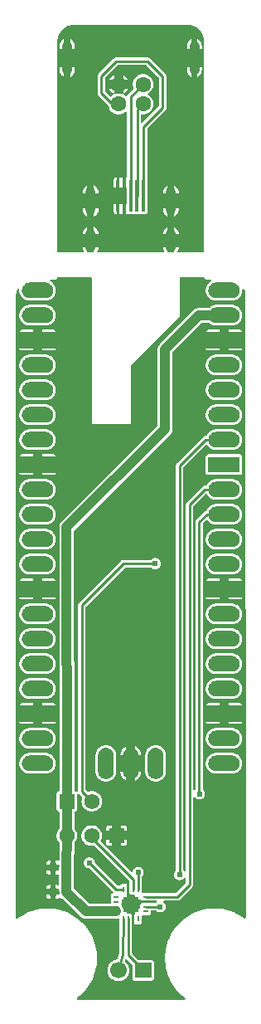
<source format=gtl>
G04 Layer: TopLayer*
G04 EasyEDA v6.5.40, 2024-10-05 13:30:00*
G04 a67cddfb3fce44daa9051d46cbbcc19f,10*
G04 Gerber Generator version 0.2*
G04 Scale: 100 percent, Rotated: No, Reflected: No *
G04 Dimensions in millimeters *
G04 leading zeros omitted , absolute positions ,4 integer and 5 decimal *
%FSLAX45Y45*%
%MOMM*%

%AMMACRO1*4,1,4,-1.5999,-0.8,-1.5999,0.8,1.5999,0.8,1.5999,-0.8,-1.5999,-0.8,0*%
%AMMACRO2*4,1,4,-1.5999,-0.8001,-1.5999,0.8001,1.5999,0.8001,1.5999,-0.8001,-1.5999,-0.8001,0*%
%AMMACRO3*21,1,$1,$2,0,0,$3*%
%ADD10C,1.0000*%
%ADD11C,0.2540*%
%ADD12R,0.8000X0.9000*%
%ADD13MACRO1*%
%ADD14MACRO2*%
%ADD15R,0.2500X0.6000*%
%ADD16R,0.6000X0.2500*%
%ADD17R,1.5000X1.5000*%
%ADD18MACRO3,0.35X3.25X0.0000*%
%ADD19R,1.5748X1.5748*%
%ADD20C,1.5748*%
%ADD21C,1.5240*%
%ADD22O,0.9999979999999999X3.4999930000000004*%
%ADD23C,1.6000*%
%ADD24R,1.7000X1.5748*%
%ADD25C,1.7000*%
%ADD26O,1.0999978000000001X2.3999952*%
%ADD27O,1.0999978000000001X2.7999944*%
%ADD28C,0.6200*%
%ADD29C,0.6100*%
%ADD30C,0.0127*%

%LPD*%
G36*
X461009Y7649972D02*
G01*
X457098Y7650734D01*
X453847Y7652969D01*
X451612Y7656271D01*
X450850Y7660131D01*
X450850Y9798964D01*
X451866Y9817506D01*
X454406Y9834422D01*
X458622Y9850983D01*
X464413Y9867036D01*
X471728Y9882479D01*
X480568Y9897110D01*
X490778Y9910775D01*
X502310Y9923373D01*
X514959Y9934854D01*
X528726Y9944963D01*
X543407Y9953701D01*
X558850Y9960965D01*
X574954Y9966655D01*
X591515Y9970770D01*
X608431Y9973208D01*
X625856Y9974072D01*
X1774139Y9974072D01*
X1792528Y9973106D01*
X1809445Y9970566D01*
X1826006Y9966401D01*
X1842058Y9960559D01*
X1857502Y9953244D01*
X1872081Y9944404D01*
X1885797Y9934194D01*
X1898396Y9922713D01*
X1909825Y9910013D01*
X1919986Y9896246D01*
X1928723Y9881565D01*
X1935988Y9866122D01*
X1941677Y9850018D01*
X1945792Y9833457D01*
X1948230Y9816541D01*
X1949094Y9799116D01*
X1949094Y7660131D01*
X1948332Y7656271D01*
X1946097Y7652969D01*
X1942795Y7650734D01*
X1938934Y7649972D01*
X1687728Y7649972D01*
X1683664Y7650835D01*
X1680260Y7653274D01*
X1678127Y7656880D01*
X1677619Y7660995D01*
X1678838Y7665008D01*
X1683461Y7673543D01*
X1687525Y7684363D01*
X1689963Y7695641D01*
X1690674Y7705801D01*
X1643735Y7705801D01*
X1643735Y7660131D01*
X1642973Y7656271D01*
X1640789Y7652969D01*
X1637487Y7650734D01*
X1633575Y7649972D01*
X1586230Y7649972D01*
X1582318Y7650734D01*
X1579016Y7652969D01*
X1576832Y7656271D01*
X1576070Y7660131D01*
X1576070Y7705801D01*
X1529130Y7705801D01*
X1529842Y7695641D01*
X1532280Y7684363D01*
X1536344Y7673543D01*
X1540967Y7665008D01*
X1542186Y7660995D01*
X1541678Y7656880D01*
X1539544Y7653274D01*
X1536141Y7650835D01*
X1532077Y7649972D01*
X867714Y7649972D01*
X863650Y7650835D01*
X860247Y7653274D01*
X858113Y7656880D01*
X857605Y7660995D01*
X858824Y7665008D01*
X863447Y7673543D01*
X867511Y7684363D01*
X869950Y7695641D01*
X870661Y7705801D01*
X823721Y7705801D01*
X823721Y7660131D01*
X822960Y7656271D01*
X820775Y7652969D01*
X817473Y7650734D01*
X813562Y7649972D01*
X766216Y7649972D01*
X762304Y7650734D01*
X759002Y7652969D01*
X756818Y7656271D01*
X756056Y7660131D01*
X756056Y7705801D01*
X709117Y7705801D01*
X709828Y7695641D01*
X712266Y7684363D01*
X716330Y7673543D01*
X720953Y7665008D01*
X722172Y7660995D01*
X721664Y7656880D01*
X719531Y7653274D01*
X716127Y7650835D01*
X712063Y7649972D01*
G37*

%LPC*%
G36*
X709117Y7838490D02*
G01*
X756056Y7838490D01*
X756056Y7910575D01*
X746150Y7905191D01*
X736955Y7898231D01*
X728776Y7890103D01*
X721868Y7880858D01*
X716330Y7870748D01*
X712266Y7859928D01*
X709828Y7848650D01*
G37*
G36*
X823721Y7838490D02*
G01*
X870661Y7838490D01*
X869950Y7848650D01*
X867511Y7859928D01*
X863447Y7870748D01*
X857961Y7880858D01*
X851001Y7890103D01*
X842873Y7898231D01*
X833628Y7905191D01*
X823721Y7910575D01*
G37*
G36*
X1643735Y7838490D02*
G01*
X1690674Y7838490D01*
X1689963Y7848650D01*
X1687525Y7859928D01*
X1683461Y7870748D01*
X1677924Y7880858D01*
X1671015Y7890103D01*
X1662836Y7898231D01*
X1653641Y7905191D01*
X1643735Y7910575D01*
G37*
G36*
X1529130Y7838490D02*
G01*
X1576070Y7838490D01*
X1576070Y7910575D01*
X1566164Y7905191D01*
X1556918Y7898231D01*
X1548790Y7890103D01*
X1541830Y7880858D01*
X1536344Y7870748D01*
X1532280Y7859928D01*
X1529842Y7848650D01*
G37*
G36*
X1576070Y8018678D02*
G01*
X1576070Y8100771D01*
X1528978Y8100771D01*
X1528978Y8092490D01*
X1529842Y8080603D01*
X1532280Y8069325D01*
X1536344Y8058505D01*
X1541830Y8048396D01*
X1548790Y8039150D01*
X1556918Y8031022D01*
X1566164Y8024063D01*
G37*
G36*
X756056Y8018678D02*
G01*
X756056Y8100771D01*
X708964Y8100771D01*
X708964Y8092490D01*
X709828Y8080603D01*
X712266Y8069325D01*
X716330Y8058505D01*
X721868Y8048396D01*
X728776Y8039150D01*
X736955Y8031022D01*
X746150Y8024063D01*
G37*
G36*
X823721Y8018678D02*
G01*
X833628Y8024063D01*
X842873Y8031022D01*
X851001Y8039150D01*
X857961Y8048396D01*
X863447Y8058505D01*
X867511Y8069325D01*
X869950Y8080603D01*
X870813Y8092490D01*
X870813Y8100771D01*
X823721Y8100771D01*
G37*
G36*
X1643735Y8018678D02*
G01*
X1653641Y8024063D01*
X1662836Y8031022D01*
X1671015Y8039150D01*
X1677924Y8048396D01*
X1683461Y8058505D01*
X1687525Y8069325D01*
X1689963Y8080603D01*
X1690827Y8092490D01*
X1690827Y8100771D01*
X1643735Y8100771D01*
G37*
G36*
X1052982Y8039201D02*
G01*
X1054811Y8039201D01*
X1054811Y8140039D01*
X1026464Y8140039D01*
X1026464Y8065719D01*
X1027176Y8059369D01*
X1029106Y8053933D01*
X1032205Y8049006D01*
X1036269Y8044942D01*
X1041196Y8041843D01*
X1046632Y8039912D01*
G37*
G36*
X1084986Y8039201D02*
G01*
X1086815Y8039201D01*
X1093165Y8039912D01*
X1099058Y8041995D01*
X1102410Y8042554D01*
X1105763Y8041995D01*
X1111656Y8039912D01*
X1117955Y8039201D01*
X1119784Y8039201D01*
X1119784Y8140039D01*
X1084986Y8140039D01*
G37*
G36*
X1150010Y8039201D02*
G01*
X1151839Y8039201D01*
X1158138Y8039912D01*
X1164031Y8041995D01*
X1167384Y8042554D01*
X1170736Y8041995D01*
X1176629Y8039912D01*
X1182979Y8039201D01*
X1216812Y8039201D01*
X1223162Y8039912D01*
X1229055Y8041995D01*
X1232408Y8042554D01*
X1235760Y8041995D01*
X1241653Y8039912D01*
X1247952Y8039201D01*
X1281836Y8039201D01*
X1288135Y8039912D01*
X1294028Y8041995D01*
X1297381Y8042554D01*
X1300734Y8041995D01*
X1306626Y8039912D01*
X1312976Y8039201D01*
X1346809Y8039201D01*
X1353159Y8039912D01*
X1358595Y8041843D01*
X1363522Y8044942D01*
X1367586Y8049006D01*
X1370685Y8053933D01*
X1372616Y8059369D01*
X1373327Y8065719D01*
X1373327Y8389569D01*
X1372616Y8395868D01*
X1370685Y8401354D01*
X1368958Y8404860D01*
X1368552Y8407654D01*
X1368552Y8909659D01*
X1369314Y8913571D01*
X1371549Y8916873D01*
X1551940Y9097314D01*
X1557070Y9103512D01*
X1560626Y9110218D01*
X1562811Y9117431D01*
X1563624Y9125458D01*
X1563624Y9449562D01*
X1562811Y9457588D01*
X1560626Y9464802D01*
X1557070Y9471507D01*
X1551990Y9477705D01*
X1402537Y9626904D01*
X1396339Y9631984D01*
X1389634Y9635540D01*
X1382420Y9637725D01*
X1374394Y9638538D01*
X1050544Y9638538D01*
X1042568Y9637776D01*
X1035303Y9635540D01*
X1028649Y9631984D01*
X1022400Y9626904D01*
X872998Y9477756D01*
X867867Y9471507D01*
X864311Y9464852D01*
X862126Y9457639D01*
X861314Y9449612D01*
X861314Y9275572D01*
X862126Y9267545D01*
X864311Y9260332D01*
X867867Y9253626D01*
X872998Y9247428D01*
X967943Y9152483D01*
X969670Y9150096D01*
X970686Y9147251D01*
X972718Y9137091D01*
X977188Y9123934D01*
X983284Y9111538D01*
X991006Y9100007D01*
X1000150Y9089593D01*
X1010564Y9080449D01*
X1022045Y9072778D01*
X1034491Y9066631D01*
X1047597Y9062212D01*
X1061161Y9059519D01*
X1075029Y9058605D01*
X1088847Y9059519D01*
X1102410Y9062212D01*
X1115517Y9066631D01*
X1127963Y9072778D01*
X1139444Y9080449D01*
X1144524Y9084919D01*
X1147876Y9086850D01*
X1151686Y9087408D01*
X1155446Y9086545D01*
X1158544Y9084310D01*
X1160678Y9081058D01*
X1161389Y9077299D01*
X1161389Y8426196D01*
X1160627Y8422284D01*
X1158392Y8419033D01*
X1155141Y8416798D01*
X1150010Y8416036D01*
X1150010Y8314537D01*
X1153414Y8312353D01*
X1155700Y8309051D01*
X1156512Y8305088D01*
X1156512Y8150199D01*
X1155700Y8146237D01*
X1153414Y8142884D01*
X1150010Y8140700D01*
G37*
G36*
X1528978Y8253475D02*
G01*
X1576070Y8253475D01*
X1576070Y8335568D01*
X1566164Y8330184D01*
X1556918Y8323275D01*
X1548790Y8315096D01*
X1541830Y8305850D01*
X1536344Y8295741D01*
X1532280Y8284921D01*
X1529842Y8273643D01*
X1528978Y8261756D01*
G37*
G36*
X823721Y8253475D02*
G01*
X870813Y8253475D01*
X870813Y8261756D01*
X869950Y8273643D01*
X867511Y8284921D01*
X863447Y8295741D01*
X857961Y8305850D01*
X851001Y8315096D01*
X842873Y8323275D01*
X833628Y8330184D01*
X823721Y8335568D01*
G37*
G36*
X1643735Y8253475D02*
G01*
X1690827Y8253475D01*
X1690827Y8261756D01*
X1689963Y8273643D01*
X1687525Y8284921D01*
X1683461Y8295741D01*
X1677924Y8305850D01*
X1671015Y8315096D01*
X1662836Y8323275D01*
X1653641Y8330184D01*
X1643735Y8335568D01*
G37*
G36*
X708964Y8253475D02*
G01*
X756056Y8253475D01*
X756056Y8335568D01*
X746150Y8330184D01*
X736955Y8323275D01*
X728776Y8315096D01*
X721868Y8305850D01*
X716330Y8295741D01*
X712266Y8284921D01*
X709828Y8273643D01*
X708964Y8261756D01*
G37*
G36*
X1026464Y8315248D02*
G01*
X1054811Y8315248D01*
X1054811Y8416036D01*
X1052982Y8416036D01*
X1046632Y8415324D01*
X1041196Y8413394D01*
X1036269Y8410346D01*
X1032205Y8406231D01*
X1029106Y8401354D01*
X1027176Y8395868D01*
X1026464Y8389569D01*
G37*
G36*
X1084986Y8315248D02*
G01*
X1119784Y8315248D01*
X1119784Y8416036D01*
X1117955Y8416036D01*
X1111656Y8415324D01*
X1105763Y8413242D01*
X1102410Y8412683D01*
X1099058Y8413242D01*
X1093165Y8415324D01*
X1086815Y8416036D01*
X1084986Y8416036D01*
G37*
G36*
X1881327Y9441586D02*
G01*
X1887931Y9444786D01*
X1897329Y9451136D01*
X1905609Y9458858D01*
X1912670Y9467748D01*
X1918360Y9477552D01*
X1922525Y9488119D01*
X1925015Y9499142D01*
X1925929Y9510877D01*
X1925929Y9541611D01*
X1881327Y9541611D01*
G37*
G36*
X1818639Y9441586D02*
G01*
X1818639Y9541611D01*
X1774088Y9541611D01*
X1774088Y9510877D01*
X1774952Y9499142D01*
X1777492Y9488119D01*
X1781606Y9477552D01*
X1787296Y9467748D01*
X1794357Y9458858D01*
X1802688Y9451136D01*
X1812036Y9444786D01*
G37*
G36*
X518668Y9441586D02*
G01*
X518668Y9541611D01*
X474116Y9541611D01*
X474116Y9510877D01*
X474980Y9499142D01*
X477469Y9488119D01*
X481634Y9477552D01*
X487324Y9467748D01*
X494385Y9458858D01*
X502666Y9451136D01*
X512064Y9444786D01*
G37*
G36*
X581355Y9441586D02*
G01*
X587959Y9444786D01*
X597306Y9451136D01*
X605637Y9458858D01*
X612698Y9467748D01*
X618388Y9477552D01*
X622503Y9488119D01*
X625043Y9499142D01*
X625906Y9510877D01*
X625906Y9541611D01*
X581355Y9541611D01*
G37*
G36*
X1881327Y9729317D02*
G01*
X1925929Y9729317D01*
X1925929Y9760102D01*
X1925015Y9771786D01*
X1922525Y9782860D01*
X1918360Y9793376D01*
X1912670Y9803231D01*
X1905609Y9812070D01*
X1897329Y9819792D01*
X1887931Y9826193D01*
X1881327Y9829342D01*
G37*
G36*
X581355Y9729317D02*
G01*
X625906Y9729317D01*
X625906Y9760102D01*
X625043Y9771786D01*
X622503Y9782860D01*
X618388Y9793376D01*
X612698Y9803231D01*
X605637Y9812070D01*
X597306Y9819792D01*
X587959Y9826193D01*
X581355Y9829342D01*
G37*
G36*
X474116Y9729317D02*
G01*
X518668Y9729317D01*
X518668Y9829342D01*
X512064Y9826193D01*
X502666Y9819792D01*
X494385Y9812070D01*
X487324Y9803231D01*
X481634Y9793376D01*
X477469Y9782860D01*
X474980Y9771786D01*
X474116Y9760102D01*
G37*
G36*
X1774088Y9729317D02*
G01*
X1818639Y9729317D01*
X1818639Y9829342D01*
X1812036Y9826193D01*
X1802688Y9819792D01*
X1794357Y9812070D01*
X1787296Y9803231D01*
X1781606Y9793376D01*
X1777492Y9782860D01*
X1774952Y9771786D01*
X1774088Y9760102D01*
G37*

%LPD*%
G36*
X1313789Y8972499D02*
G01*
X1309878Y8973261D01*
X1306576Y8975496D01*
X1304391Y8978798D01*
X1303629Y8982659D01*
X1303629Y9049156D01*
X1304442Y9053169D01*
X1306830Y9056573D01*
X1310335Y9058706D01*
X1314450Y9059265D01*
X1325016Y9058605D01*
X1338834Y9059519D01*
X1352397Y9062212D01*
X1365504Y9066631D01*
X1377950Y9072778D01*
X1389481Y9080449D01*
X1399895Y9089593D01*
X1408988Y9100007D01*
X1416710Y9111538D01*
X1422806Y9123934D01*
X1427276Y9137091D01*
X1429969Y9150654D01*
X1430883Y9164472D01*
X1429969Y9178290D01*
X1427276Y9191904D01*
X1422806Y9205010D01*
X1416710Y9217406D01*
X1408988Y9228937D01*
X1399895Y9239351D01*
X1389481Y9248495D01*
X1378153Y9256014D01*
X1375359Y9258808D01*
X1373835Y9262516D01*
X1373835Y9266478D01*
X1375359Y9270136D01*
X1378153Y9272930D01*
X1389481Y9280448D01*
X1399895Y9289592D01*
X1408988Y9300006D01*
X1416710Y9311538D01*
X1422806Y9323933D01*
X1427276Y9337090D01*
X1429969Y9350654D01*
X1430883Y9364472D01*
X1429969Y9378289D01*
X1427276Y9391904D01*
X1422806Y9405010D01*
X1416710Y9417405D01*
X1408988Y9428937D01*
X1399895Y9439351D01*
X1389481Y9448495D01*
X1377950Y9456166D01*
X1365504Y9462312D01*
X1352397Y9466732D01*
X1338834Y9469475D01*
X1325016Y9470339D01*
X1311198Y9469475D01*
X1297584Y9466732D01*
X1284478Y9462312D01*
X1272082Y9456166D01*
X1260551Y9448495D01*
X1250137Y9439351D01*
X1240993Y9428937D01*
X1233322Y9417405D01*
X1227175Y9405010D01*
X1222705Y9391904D01*
X1220012Y9378289D01*
X1219098Y9364472D01*
X1220012Y9350654D01*
X1222705Y9337090D01*
X1225854Y9327896D01*
X1226362Y9324187D01*
X1225499Y9320530D01*
X1223416Y9317431D01*
X1173073Y9267088D01*
X1167942Y9260890D01*
X1164386Y9254185D01*
X1162354Y9247530D01*
X1160424Y9243974D01*
X1157274Y9241434D01*
X1153414Y9240316D01*
X1149400Y9240824D01*
X1145895Y9242806D01*
X1139444Y9248495D01*
X1128166Y9256014D01*
X1125372Y9258808D01*
X1123848Y9262516D01*
X1123848Y9266478D01*
X1125372Y9270136D01*
X1128166Y9272930D01*
X1139444Y9280448D01*
X1149858Y9289592D01*
X1159002Y9300006D01*
X1166723Y9311538D01*
X1169974Y9318142D01*
X1121359Y9318142D01*
X1121359Y9274505D01*
X1120648Y9270746D01*
X1118565Y9267494D01*
X1115466Y9265259D01*
X1111707Y9264345D01*
X1107948Y9264904D01*
X1102410Y9266732D01*
X1088847Y9269476D01*
X1075029Y9270339D01*
X1061161Y9269476D01*
X1047597Y9266732D01*
X1042060Y9264904D01*
X1038301Y9264345D01*
X1034542Y9265259D01*
X1031443Y9267494D01*
X1029360Y9270746D01*
X1028649Y9274505D01*
X1028649Y9318142D01*
X980033Y9318142D01*
X983284Y9311538D01*
X991006Y9300006D01*
X1000150Y9289592D01*
X1010564Y9280448D01*
X1021842Y9272930D01*
X1024636Y9270136D01*
X1026160Y9266478D01*
X1026160Y9262516D01*
X1024636Y9258808D01*
X1021842Y9256014D01*
X1010564Y9248495D01*
X1002030Y9240977D01*
X998728Y9239097D01*
X994968Y9238488D01*
X991260Y9239300D01*
X988110Y9241434D01*
X941527Y9288068D01*
X939292Y9291370D01*
X938530Y9295282D01*
X938530Y9429851D01*
X939292Y9433712D01*
X941527Y9437014D01*
X1063040Y9558375D01*
X1066342Y9560560D01*
X1070203Y9561322D01*
X1354734Y9561322D01*
X1358595Y9560560D01*
X1361897Y9558375D01*
X1483410Y9437014D01*
X1485646Y9433712D01*
X1486408Y9429851D01*
X1486408Y9145168D01*
X1485646Y9141256D01*
X1483410Y9137954D01*
X1320952Y8975496D01*
X1317650Y8973261D01*
G37*

%LPC*%
G36*
X1121359Y9410801D02*
G01*
X1169974Y9410801D01*
X1166723Y9417405D01*
X1159002Y9428937D01*
X1149858Y9439351D01*
X1139444Y9448495D01*
X1127963Y9456166D01*
X1121359Y9459417D01*
G37*
G36*
X980033Y9410801D02*
G01*
X1028649Y9410801D01*
X1028649Y9459417D01*
X1022045Y9456166D01*
X1010564Y9448495D01*
X1000150Y9439351D01*
X991006Y9428937D01*
X983284Y9417405D01*
G37*

%LPD*%
G36*
X658063Y25908D02*
G01*
X653897Y26771D01*
X650443Y29311D01*
X648360Y32969D01*
X647954Y37185D01*
X649274Y41249D01*
X652170Y44348D01*
X654710Y46177D01*
X678942Y65684D01*
X701954Y86715D01*
X723595Y109118D01*
X743813Y132791D01*
X762558Y157632D01*
X779729Y183642D01*
X795274Y210616D01*
X809091Y238556D01*
X821182Y267258D01*
X831494Y296621D01*
X839978Y326593D01*
X846582Y357073D01*
X851306Y387858D01*
X854100Y418846D01*
X854964Y449986D01*
X854100Y481126D01*
X851306Y512165D01*
X846582Y542950D01*
X839978Y573379D01*
X831494Y603351D01*
X821182Y632764D01*
X809091Y661466D01*
X795274Y689356D01*
X779729Y716330D01*
X762558Y742340D01*
X743813Y767232D01*
X723595Y790905D01*
X701954Y813308D01*
X678942Y834288D01*
X654710Y853846D01*
X629310Y871880D01*
X602843Y888288D01*
X575411Y903020D01*
X547116Y916076D01*
X518058Y927353D01*
X488391Y936802D01*
X458165Y944422D01*
X427583Y950112D01*
X396646Y953973D01*
X365556Y955903D01*
X334416Y955903D01*
X303326Y953973D01*
X272440Y950112D01*
X241808Y944422D01*
X211582Y936802D01*
X181914Y927353D01*
X152908Y916076D01*
X124612Y903020D01*
X97180Y888288D01*
X70713Y871880D01*
X45313Y853846D01*
X42468Y851560D01*
X39116Y849782D01*
X35356Y849325D01*
X31699Y850290D01*
X28651Y852525D01*
X26619Y855726D01*
X25908Y859434D01*
X25908Y7199122D01*
X26873Y7217562D01*
X29413Y7234428D01*
X33578Y7250988D01*
X39420Y7267041D01*
X42468Y7273544D01*
X44805Y7276693D01*
X48158Y7278725D01*
X52069Y7279335D01*
X55880Y7278420D01*
X59080Y7276134D01*
X61163Y7272781D01*
X61823Y7268870D01*
X61569Y7260844D01*
X62534Y7248296D01*
X64160Y7239406D01*
X65074Y7235647D01*
X67818Y7227011D01*
X69088Y7223607D01*
X72796Y7215327D01*
X74523Y7212025D01*
X79197Y7204303D01*
X81330Y7201204D01*
X86918Y7194092D01*
X89408Y7191298D01*
X95808Y7184898D01*
X98602Y7182408D01*
X105714Y7176820D01*
X108813Y7174687D01*
X116585Y7170013D01*
X119887Y7168286D01*
X128117Y7164578D01*
X131622Y7163257D01*
X140258Y7160564D01*
X143865Y7159650D01*
X152755Y7158024D01*
X156464Y7157567D01*
X167690Y7156958D01*
X327101Y7156958D01*
X338328Y7157567D01*
X342036Y7158024D01*
X350926Y7159650D01*
X354482Y7160564D01*
X363169Y7163257D01*
X366725Y7164578D01*
X374954Y7168286D01*
X378206Y7170013D01*
X385978Y7174687D01*
X389077Y7176820D01*
X396189Y7182408D01*
X398983Y7184898D01*
X405384Y7191298D01*
X407873Y7194092D01*
X413461Y7201204D01*
X415543Y7204252D01*
X420217Y7211974D01*
X421995Y7215327D01*
X425704Y7223607D01*
X427024Y7227112D01*
X429717Y7235748D01*
X430631Y7239406D01*
X432257Y7248296D01*
X432663Y7251953D01*
X433222Y7260996D01*
X433222Y7264755D01*
X432257Y7277404D01*
X430631Y7286345D01*
X429717Y7290003D01*
X427024Y7298639D01*
X425704Y7302144D01*
X421995Y7310424D01*
X420217Y7313777D01*
X415543Y7321499D01*
X413410Y7324547D01*
X407822Y7331659D01*
X405384Y7334453D01*
X398983Y7340853D01*
X396189Y7343292D01*
X389077Y7348880D01*
X385978Y7351064D01*
X378968Y7355281D01*
X375818Y7358278D01*
X374192Y7362342D01*
X374446Y7366711D01*
X376478Y7370572D01*
X379984Y7373213D01*
X384251Y7374128D01*
X424332Y7374128D01*
X430834Y7374940D01*
X436372Y7377023D01*
X441502Y7380579D01*
X444550Y7383576D01*
X447141Y7387183D01*
X450189Y7393940D01*
X452424Y7397140D01*
X455676Y7399223D01*
X459435Y7399985D01*
X789838Y7399985D01*
X793750Y7399223D01*
X797001Y7396988D01*
X799236Y7393736D01*
X799998Y7389825D01*
X799998Y5900978D01*
X801014Y5899962D01*
X1198981Y5899962D01*
X1199997Y5900978D01*
X1199997Y6495796D01*
X1200759Y6499656D01*
X1202994Y6502958D01*
X1699310Y6999274D01*
X1700022Y7001002D01*
X1700022Y7389825D01*
X1700784Y7393736D01*
X1702968Y7396988D01*
X1706270Y7399223D01*
X1710182Y7399985D01*
X1940458Y7399985D01*
X1944370Y7399223D01*
X1947672Y7396988D01*
X1949856Y7393635D01*
X1951888Y7388656D01*
X1955495Y7383424D01*
X1958543Y7380376D01*
X1962150Y7377734D01*
X1967687Y7375245D01*
X1975154Y7374077D01*
X2015489Y7374077D01*
X2019757Y7373162D01*
X2023211Y7370521D01*
X2025243Y7366660D01*
X2025497Y7362291D01*
X2023922Y7358227D01*
X2020722Y7355230D01*
X2013813Y7351064D01*
X2010714Y7348880D01*
X2003602Y7343292D01*
X2000808Y7340853D01*
X1994407Y7334453D01*
X1991969Y7331659D01*
X1986381Y7324547D01*
X1984248Y7321499D01*
X1979574Y7313777D01*
X1977796Y7310424D01*
X1974088Y7302144D01*
X1972767Y7298639D01*
X1970074Y7290003D01*
X1969160Y7286345D01*
X1967534Y7277404D01*
X1966569Y7264755D01*
X1966569Y7260996D01*
X1967128Y7251953D01*
X1967534Y7248296D01*
X1969160Y7239406D01*
X1970074Y7235748D01*
X1972767Y7227112D01*
X1974088Y7223607D01*
X1977796Y7215327D01*
X1979574Y7211974D01*
X1984248Y7204252D01*
X1986330Y7201204D01*
X1991918Y7194092D01*
X1994407Y7191298D01*
X2000808Y7184898D01*
X2003602Y7182408D01*
X2010714Y7176820D01*
X2013813Y7174687D01*
X2021586Y7170013D01*
X2024837Y7168286D01*
X2033066Y7164578D01*
X2036622Y7163257D01*
X2045309Y7160564D01*
X2048865Y7159650D01*
X2057755Y7158024D01*
X2061464Y7157567D01*
X2072690Y7156958D01*
X2232101Y7156958D01*
X2243328Y7157567D01*
X2247036Y7158024D01*
X2255926Y7159650D01*
X2259533Y7160564D01*
X2268169Y7163257D01*
X2271674Y7164578D01*
X2279904Y7168286D01*
X2283206Y7170013D01*
X2290978Y7174687D01*
X2294077Y7176820D01*
X2301189Y7182408D01*
X2303983Y7184898D01*
X2310384Y7191298D01*
X2312873Y7194092D01*
X2318461Y7201204D01*
X2320594Y7204303D01*
X2325268Y7212025D01*
X2326995Y7215327D01*
X2330704Y7223607D01*
X2331974Y7227011D01*
X2334717Y7235647D01*
X2335631Y7239406D01*
X2337257Y7248296D01*
X2338222Y7260844D01*
X2337968Y7269378D01*
X2338578Y7273239D01*
X2340660Y7276592D01*
X2343861Y7278928D01*
X2347671Y7279843D01*
X2351582Y7279233D01*
X2354935Y7277201D01*
X2357272Y7274001D01*
X2360980Y7266127D01*
X2366670Y7250023D01*
X2370785Y7233462D01*
X2373223Y7216546D01*
X2374087Y7199122D01*
X2374138Y863244D01*
X2373172Y858977D01*
X2370480Y855471D01*
X2366568Y853440D01*
X2362149Y853287D01*
X2358085Y854964D01*
X2334310Y871880D01*
X2307844Y888288D01*
X2280412Y903020D01*
X2252116Y916076D01*
X2223058Y927353D01*
X2193391Y936802D01*
X2163165Y944422D01*
X2132584Y950112D01*
X2101646Y953973D01*
X2070557Y955903D01*
X2039416Y955903D01*
X2008327Y953973D01*
X1977440Y950112D01*
X1946808Y944422D01*
X1916582Y936802D01*
X1886915Y927353D01*
X1857908Y916076D01*
X1829612Y903020D01*
X1802180Y888288D01*
X1775714Y871880D01*
X1750314Y853846D01*
X1726031Y834288D01*
X1703070Y813308D01*
X1681378Y790905D01*
X1661160Y767232D01*
X1642414Y742340D01*
X1625244Y716330D01*
X1609699Y689356D01*
X1595882Y661466D01*
X1583791Y632764D01*
X1573479Y603351D01*
X1564995Y573379D01*
X1558391Y542950D01*
X1553718Y512165D01*
X1550873Y481126D01*
X1550009Y450037D01*
X1550873Y418846D01*
X1553718Y387858D01*
X1558391Y357073D01*
X1564995Y326593D01*
X1573479Y296621D01*
X1583791Y267258D01*
X1595882Y238556D01*
X1609699Y210616D01*
X1625244Y183642D01*
X1642414Y157632D01*
X1661160Y132791D01*
X1681378Y109118D01*
X1703070Y86715D01*
X1726031Y65684D01*
X1750314Y46177D01*
X1752854Y44348D01*
X1755698Y41249D01*
X1757070Y37185D01*
X1756613Y32969D01*
X1754530Y29311D01*
X1751126Y26771D01*
X1746961Y25908D01*
G37*

%LPC*%
G36*
X1069441Y214172D02*
G01*
X1083665Y214629D01*
X1097686Y216916D01*
X1111300Y220929D01*
X1124305Y226669D01*
X1136446Y234035D01*
X1147572Y242925D01*
X1157427Y253136D01*
X1165910Y264515D01*
X1172921Y276910D01*
X1178255Y290068D01*
X1181862Y303784D01*
X1183640Y317906D01*
X1183640Y332079D01*
X1181862Y346202D01*
X1178255Y359918D01*
X1172921Y373126D01*
X1165910Y385470D01*
X1157427Y396900D01*
X1147572Y407060D01*
X1143812Y410057D01*
X1141272Y413105D01*
X1140053Y416864D01*
X1140358Y420776D01*
X1143660Y432358D01*
X1145590Y436067D01*
X1148892Y438708D01*
X1152956Y439724D01*
X1157071Y439064D01*
X1160627Y436778D01*
X1213104Y384251D01*
X1215339Y381000D01*
X1216101Y377088D01*
X1216101Y246837D01*
X1216812Y240487D01*
X1218692Y235051D01*
X1221790Y230124D01*
X1225905Y226060D01*
X1230782Y222961D01*
X1236268Y221081D01*
X1242568Y220370D01*
X1411427Y220370D01*
X1417726Y221081D01*
X1423212Y222961D01*
X1428089Y226060D01*
X1432204Y230124D01*
X1435303Y235051D01*
X1437182Y240487D01*
X1437894Y246837D01*
X1437894Y403148D01*
X1437182Y409498D01*
X1435303Y414934D01*
X1432204Y419862D01*
X1428089Y423926D01*
X1423212Y427024D01*
X1417726Y428955D01*
X1411427Y429666D01*
X1281176Y429666D01*
X1277264Y430428D01*
X1273962Y432612D01*
X1216609Y490016D01*
X1214374Y493318D01*
X1213612Y497179D01*
X1213612Y849477D01*
X1213408Y851966D01*
X1213408Y879449D01*
X1212697Y885799D01*
X1210767Y891235D01*
X1207719Y896112D01*
X1203604Y900226D01*
X1198727Y903274D01*
X1193241Y905205D01*
X1186942Y905916D01*
X1166317Y905916D01*
X1162405Y906678D01*
X1159103Y908913D01*
X1156919Y912164D01*
X1156157Y916076D01*
X1156157Y956157D01*
X1125321Y956157D01*
X1121613Y956868D01*
X1118412Y958850D01*
X1106576Y976121D01*
X1105916Y979830D01*
X1105916Y986739D01*
X1105204Y993038D01*
X1103985Y996442D01*
X1103426Y999794D01*
X1103985Y1003147D01*
X1105204Y1006551D01*
X1105916Y1012850D01*
X1105916Y1033678D01*
X1106678Y1037590D01*
X1108862Y1040892D01*
X1112164Y1043076D01*
X1116076Y1043838D01*
X1156157Y1043838D01*
X1156157Y1098702D01*
X1156512Y1101496D01*
X1157681Y1104087D01*
X1160627Y1108760D01*
X1162558Y1114247D01*
X1163269Y1120546D01*
X1163269Y1179372D01*
X1162253Y1188262D01*
X1162253Y1205839D01*
X1156614Y1205179D01*
X1153210Y1204010D01*
X1149858Y1203401D01*
X1146505Y1204010D01*
X1143101Y1205179D01*
X1136751Y1205890D01*
X1112926Y1205890D01*
X1106576Y1205179D01*
X1101140Y1203248D01*
X1096213Y1200200D01*
X1092149Y1196086D01*
X1090422Y1193342D01*
X1088136Y1190802D01*
X1085138Y1189177D01*
X1081786Y1188567D01*
X1070203Y1188567D01*
X1066342Y1189380D01*
X1063040Y1191564D01*
X837793Y1416812D01*
X835761Y1419707D01*
X834847Y1423111D01*
X834136Y1431544D01*
X831697Y1440840D01*
X827735Y1449628D01*
X822350Y1457655D01*
X815644Y1464614D01*
X807872Y1470355D01*
X799287Y1474673D01*
X790041Y1477518D01*
X780491Y1478737D01*
X770839Y1478330D01*
X761441Y1476298D01*
X752449Y1472692D01*
X744270Y1467662D01*
X737006Y1461262D01*
X730961Y1453743D01*
X726236Y1445361D01*
X723036Y1436268D01*
X721410Y1426718D01*
X721410Y1417116D01*
X723036Y1407566D01*
X726236Y1398473D01*
X730961Y1390091D01*
X737006Y1382572D01*
X744270Y1376172D01*
X752449Y1371142D01*
X761441Y1367536D01*
X770839Y1365504D01*
X776325Y1365250D01*
X779983Y1364437D01*
X783082Y1362303D01*
X1016609Y1128776D01*
X1018895Y1125372D01*
X1019606Y1121359D01*
X1018692Y1117396D01*
X1016304Y1114094D01*
X1012799Y1112012D01*
X1008786Y1110589D01*
X1003858Y1107490D01*
X999794Y1103426D01*
X996696Y1098499D01*
X994816Y1093063D01*
X994105Y1086713D01*
X994105Y1062888D01*
X994816Y1056538D01*
X995984Y1053134D01*
X996543Y1049782D01*
X995984Y1046429D01*
X994816Y1043025D01*
X994105Y1036726D01*
X994105Y1012850D01*
X993749Y1007770D01*
X991666Y1004112D01*
X988212Y1001623D01*
X984097Y1000709D01*
X780846Y1000709D01*
X776935Y1001471D01*
X773633Y1003706D01*
X623874Y1153464D01*
X621690Y1156766D01*
X620928Y1160627D01*
X620979Y1375054D01*
X621792Y1624279D01*
X622452Y1627835D01*
X624281Y1630933D01*
X629005Y1636318D01*
X636625Y1647698D01*
X642670Y1659940D01*
X647039Y1672894D01*
X649732Y1686356D01*
X650646Y1699971D01*
X649732Y1713636D01*
X647039Y1727098D01*
X642670Y1740052D01*
X636625Y1752295D01*
X629005Y1763674D01*
X624890Y1768348D01*
X623011Y1771497D01*
X622401Y1775104D01*
X623214Y1935988D01*
X623874Y1939594D01*
X625805Y1942744D01*
X628700Y1944979D01*
X637946Y1947976D01*
X642874Y1951075D01*
X646938Y1955139D01*
X650036Y1960067D01*
X651916Y1965502D01*
X652627Y1971802D01*
X652627Y2120747D01*
X653491Y2124760D01*
X655878Y2128164D01*
X659384Y2130298D01*
X663448Y2130856D01*
X667461Y2129790D01*
X670661Y2127199D01*
X673100Y2124252D01*
X701344Y2095957D01*
X703478Y2092858D01*
X704342Y2089200D01*
X703783Y2085492D01*
X700938Y2077059D01*
X698246Y2063648D01*
X697382Y2049983D01*
X698246Y2036318D01*
X700938Y2022906D01*
X705358Y2009952D01*
X711403Y1997659D01*
X718972Y1986280D01*
X728014Y1976018D01*
X738327Y1966975D01*
X749706Y1959406D01*
X761949Y1953310D01*
X774903Y1948942D01*
X788365Y1946249D01*
X801979Y1945386D01*
X815644Y1946249D01*
X829056Y1948942D01*
X842060Y1953310D01*
X854303Y1959406D01*
X865682Y1966975D01*
X875995Y1976018D01*
X884986Y1986280D01*
X892606Y1997659D01*
X898652Y2009952D01*
X903071Y2022906D01*
X905713Y2036318D01*
X906627Y2049983D01*
X905713Y2063648D01*
X903071Y2077059D01*
X898652Y2090013D01*
X892606Y2102307D01*
X884986Y2113686D01*
X875995Y2123998D01*
X865682Y2132990D01*
X854303Y2140610D01*
X842060Y2146655D01*
X829056Y2151075D01*
X815644Y2153716D01*
X801979Y2154631D01*
X788365Y2153716D01*
X774903Y2151075D01*
X766368Y2148179D01*
X762660Y2147620D01*
X759002Y2148484D01*
X755904Y2150567D01*
X741629Y2164892D01*
X739394Y2168194D01*
X738632Y2172106D01*
X738632Y4029811D01*
X739394Y4033723D01*
X741629Y4037025D01*
X1137970Y4433366D01*
X1141272Y4435602D01*
X1145184Y4436364D01*
X1404315Y4436364D01*
X1407871Y4435703D01*
X1411020Y4433824D01*
X1416202Y4429252D01*
X1424381Y4424222D01*
X1433372Y4420616D01*
X1442770Y4418584D01*
X1452422Y4418177D01*
X1461973Y4419396D01*
X1471218Y4422241D01*
X1479804Y4426559D01*
X1487576Y4432300D01*
X1494282Y4439259D01*
X1499666Y4447286D01*
X1503629Y4456074D01*
X1506067Y4465370D01*
X1506880Y4474972D01*
X1506067Y4484624D01*
X1503629Y4493920D01*
X1499666Y4502708D01*
X1494282Y4510735D01*
X1487576Y4517694D01*
X1479804Y4523435D01*
X1471218Y4527753D01*
X1461973Y4530598D01*
X1452422Y4531817D01*
X1442770Y4531410D01*
X1433372Y4529378D01*
X1424381Y4525772D01*
X1416202Y4520742D01*
X1410970Y4516120D01*
X1407820Y4514240D01*
X1404264Y4513580D01*
X1125474Y4513580D01*
X1117447Y4512767D01*
X1110234Y4510582D01*
X1103528Y4507026D01*
X1097330Y4501896D01*
X673100Y4077665D01*
X667969Y4071467D01*
X664413Y4064762D01*
X662228Y4057548D01*
X661416Y4049522D01*
X661416Y2154885D01*
X660654Y2151024D01*
X658418Y2147722D01*
X655167Y2145538D01*
X651256Y2144725D01*
X647344Y2145538D01*
X644093Y2147722D01*
X642874Y2148941D01*
X637946Y2152040D01*
X629056Y2155088D01*
X626262Y2157323D01*
X624433Y2160422D01*
X623773Y2163978D01*
X620979Y4809337D01*
X621741Y4813249D01*
X623925Y4816551D01*
X1605432Y5798108D01*
X1612493Y5806948D01*
X1617116Y5814568D01*
X1618234Y5816752D01*
X1621637Y5824982D01*
X1622399Y5827318D01*
X1624533Y5835954D01*
X1624939Y5838393D01*
X1625752Y5847232D01*
X1625803Y6624218D01*
X1626565Y6628130D01*
X1628800Y6631431D01*
X1928266Y6930847D01*
X1931568Y6933082D01*
X1935480Y6933844D01*
X1993950Y6933590D01*
X1997506Y6932930D01*
X2000605Y6931050D01*
X2003602Y6928408D01*
X2010714Y6922820D01*
X2013813Y6920687D01*
X2021586Y6916013D01*
X2024837Y6914286D01*
X2033066Y6910578D01*
X2036622Y6909257D01*
X2045309Y6906564D01*
X2048865Y6905650D01*
X2057755Y6904024D01*
X2061464Y6903567D01*
X2072690Y6902958D01*
X2232101Y6902958D01*
X2243328Y6903567D01*
X2247036Y6904024D01*
X2255926Y6905650D01*
X2259533Y6906564D01*
X2268169Y6909257D01*
X2271674Y6910578D01*
X2279904Y6914286D01*
X2283206Y6916013D01*
X2290978Y6920687D01*
X2294077Y6922820D01*
X2301189Y6928408D01*
X2303983Y6930898D01*
X2310384Y6937298D01*
X2312873Y6940092D01*
X2318461Y6947204D01*
X2320594Y6950303D01*
X2325268Y6958025D01*
X2326995Y6961327D01*
X2330704Y6969607D01*
X2331974Y6973011D01*
X2334717Y6981647D01*
X2335631Y6985406D01*
X2337257Y6994296D01*
X2337663Y6997953D01*
X2338222Y7006996D01*
X2338222Y7010755D01*
X2337257Y7023404D01*
X2335631Y7032345D01*
X2334717Y7036104D01*
X2331974Y7044740D01*
X2330704Y7048144D01*
X2326995Y7056424D01*
X2325268Y7059726D01*
X2320594Y7067448D01*
X2318410Y7070547D01*
X2312822Y7077659D01*
X2310384Y7080453D01*
X2303983Y7086853D01*
X2301189Y7089292D01*
X2294077Y7094880D01*
X2290978Y7097064D01*
X2283206Y7101738D01*
X2279904Y7103465D01*
X2271674Y7107174D01*
X2268169Y7108494D01*
X2259533Y7111187D01*
X2255875Y7112101D01*
X2246985Y7113727D01*
X2243328Y7114133D01*
X2232101Y7114743D01*
X2072690Y7114743D01*
X2061464Y7114133D01*
X2057806Y7113727D01*
X2048916Y7112101D01*
X2045309Y7111187D01*
X2036622Y7108494D01*
X2033066Y7107174D01*
X2024837Y7103465D01*
X2021586Y7101738D01*
X2013813Y7097064D01*
X2010714Y7094880D01*
X2002078Y7087971D01*
X1998929Y7086092D01*
X1995322Y7085431D01*
X1897227Y7085736D01*
X1888743Y7084974D01*
X1886000Y7084517D01*
X1877669Y7082485D01*
X1867103Y7078319D01*
X1864614Y7077100D01*
X1857298Y7072680D01*
X1854962Y7071055D01*
X1848408Y7065619D01*
X1494383Y6711645D01*
X1487322Y6702806D01*
X1482699Y6695186D01*
X1481582Y6693001D01*
X1478178Y6684772D01*
X1477416Y6682435D01*
X1475282Y6673799D01*
X1474876Y6671360D01*
X1474063Y6662521D01*
X1474012Y5885535D01*
X1473250Y5881624D01*
X1471015Y5878322D01*
X489458Y4896662D01*
X483819Y4889906D01*
X482346Y4887823D01*
X476656Y4878019D01*
X473303Y4869891D01*
X472490Y4867452D01*
X469950Y4856378D01*
X469138Y4847640D01*
X471982Y2163978D01*
X471119Y2159863D01*
X468630Y2156460D01*
X465023Y2154326D01*
X457962Y2151989D01*
X453135Y2148941D01*
X449072Y2144826D01*
X445973Y2139950D01*
X444042Y2134463D01*
X443331Y2128164D01*
X443331Y1971802D01*
X444042Y1965502D01*
X445973Y1960067D01*
X449072Y1955139D01*
X453135Y1951075D01*
X458063Y1947976D01*
X464566Y1945690D01*
X468172Y1943506D01*
X470560Y1940102D01*
X471373Y1936038D01*
X470560Y1776120D01*
X469900Y1772564D01*
X468071Y1769465D01*
X462991Y1763674D01*
X455371Y1752295D01*
X449326Y1740052D01*
X444957Y1727098D01*
X442264Y1713636D01*
X441350Y1699971D01*
X442264Y1686356D01*
X444957Y1672894D01*
X449326Y1659940D01*
X455371Y1647698D01*
X462991Y1636318D01*
X467410Y1631238D01*
X469290Y1628089D01*
X469950Y1624533D01*
X469442Y1452829D01*
X468680Y1449070D01*
X466598Y1445869D01*
X463448Y1443634D01*
X459689Y1442720D01*
X455879Y1443278D01*
X450748Y1445107D01*
X444398Y1445818D01*
X431342Y1445818D01*
X431342Y1403756D01*
X459079Y1403756D01*
X462991Y1402994D01*
X466293Y1400759D01*
X468477Y1397457D01*
X469239Y1393545D01*
X469087Y1356207D01*
X468325Y1352346D01*
X466090Y1349044D01*
X462788Y1346809D01*
X458927Y1346047D01*
X431342Y1346047D01*
X431342Y1303985D01*
X444398Y1303985D01*
X450748Y1304696D01*
X455574Y1306372D01*
X459384Y1306931D01*
X463143Y1306068D01*
X466242Y1303832D01*
X468325Y1300581D01*
X469087Y1296822D01*
X469087Y1203096D01*
X468376Y1199337D01*
X466293Y1196086D01*
X463143Y1193850D01*
X459384Y1192936D01*
X455574Y1193495D01*
X450748Y1195171D01*
X444449Y1195882D01*
X431342Y1195882D01*
X431342Y1153871D01*
X458927Y1153871D01*
X462838Y1153058D01*
X466090Y1150874D01*
X468325Y1147622D01*
X469087Y1143711D01*
X469138Y1122273D01*
X469950Y1113688D01*
X471068Y1108354D01*
X470966Y1103884D01*
X468985Y1099870D01*
X465480Y1097127D01*
X461111Y1096162D01*
X431342Y1096162D01*
X431342Y1054100D01*
X444449Y1054100D01*
X450748Y1054811D01*
X456234Y1056690D01*
X461111Y1059789D01*
X465226Y1063904D01*
X466394Y1065784D01*
X469239Y1068730D01*
X472948Y1070305D01*
X477062Y1070305D01*
X480771Y1068730D01*
X483616Y1065784D01*
X484784Y1063904D01*
X488899Y1059789D01*
X493776Y1056690D01*
X499262Y1054811D01*
X505409Y1054100D01*
X508660Y1053185D01*
X511454Y1051204D01*
X693420Y869289D01*
X702259Y862228D01*
X709879Y857605D01*
X712063Y856487D01*
X720293Y853084D01*
X722630Y852322D01*
X731266Y850188D01*
X733704Y849782D01*
X742543Y848969D01*
X1049680Y848918D01*
X1061364Y849782D01*
X1072388Y852322D01*
X1076299Y852982D01*
X1080160Y852169D01*
X1083411Y849884D01*
X1085545Y846582D01*
X1086256Y842670D01*
X1081379Y496976D01*
X1080973Y494334D01*
X1066139Y442010D01*
X1064260Y438404D01*
X1061161Y435813D01*
X1057300Y434644D01*
X1055319Y434441D01*
X1041450Y431292D01*
X1028090Y426415D01*
X1015492Y419811D01*
X1003858Y411683D01*
X993343Y402132D01*
X984148Y391312D01*
X976376Y379425D01*
X970229Y366623D01*
X965758Y353110D01*
X963015Y339191D01*
X962101Y325018D01*
X963015Y310794D01*
X965758Y296875D01*
X970229Y283362D01*
X976376Y270560D01*
X984148Y258673D01*
X993343Y247853D01*
X1003858Y238302D01*
X1015492Y230174D01*
X1028090Y223621D01*
X1041450Y218694D01*
X1055319Y215544D01*
G37*
G36*
X1262938Y794054D02*
G01*
X1286764Y794054D01*
X1293114Y794766D01*
X1298549Y796696D01*
X1303477Y799795D01*
X1307541Y803859D01*
X1310640Y808786D01*
X1312570Y814222D01*
X1313281Y820572D01*
X1313281Y876198D01*
X1314043Y880110D01*
X1316228Y883412D01*
X1319530Y885596D01*
X1323441Y886358D01*
X1379423Y886358D01*
X1385722Y887069D01*
X1391208Y889000D01*
X1396085Y892098D01*
X1400200Y896162D01*
X1403248Y901090D01*
X1405178Y906526D01*
X1405890Y912876D01*
X1405890Y926185D01*
X1406652Y930097D01*
X1408887Y933399D01*
X1412138Y935583D01*
X1416050Y936345D01*
X1454200Y936396D01*
X1457807Y935786D01*
X1460957Y933907D01*
X1466189Y929284D01*
X1474368Y924204D01*
X1483360Y920648D01*
X1492758Y918616D01*
X1502410Y918159D01*
X1511960Y919429D01*
X1521206Y922223D01*
X1529791Y926592D01*
X1537563Y932332D01*
X1544269Y939292D01*
X1549654Y947267D01*
X1553616Y956056D01*
X1556054Y965403D01*
X1556867Y975004D01*
X1556054Y984605D01*
X1553616Y993952D01*
X1549654Y1002741D01*
X1544269Y1010716D01*
X1534718Y1020876D01*
X1533448Y1024890D01*
X1533906Y1029106D01*
X1536039Y1032713D01*
X1539443Y1035202D01*
X1543558Y1036066D01*
X1674368Y1036066D01*
X1682394Y1036878D01*
X1689607Y1039063D01*
X1696313Y1042619D01*
X1702511Y1047750D01*
X1827022Y1172260D01*
X1832152Y1178458D01*
X1835708Y1185164D01*
X1837893Y1192377D01*
X1838706Y1200404D01*
X1838706Y2081987D01*
X1839518Y2086000D01*
X1841906Y2089404D01*
X1845462Y2091537D01*
X1849577Y2092096D01*
X1853539Y2090978D01*
X1856739Y2088337D01*
X1858924Y2085644D01*
X1866188Y2079243D01*
X1874367Y2074214D01*
X1883359Y2070607D01*
X1892757Y2068575D01*
X1902409Y2068169D01*
X1911959Y2069388D01*
X1921205Y2072233D01*
X1929790Y2076551D01*
X1937562Y2082292D01*
X1944268Y2089251D01*
X1949653Y2097278D01*
X1953615Y2106066D01*
X1956054Y2115362D01*
X1956866Y2124964D01*
X1956054Y2134616D01*
X1953615Y2143912D01*
X1949653Y2152700D01*
X1944268Y2160727D01*
X1941372Y2163724D01*
X1939239Y2166975D01*
X1938528Y2170785D01*
X1938528Y4879695D01*
X1939289Y4883607D01*
X1941525Y4886909D01*
X1970989Y4916373D01*
X1974545Y4918710D01*
X1978761Y4919319D01*
X1982876Y4918202D01*
X1986178Y4915458D01*
X1991918Y4908092D01*
X1994407Y4905298D01*
X2000808Y4898898D01*
X2003602Y4896408D01*
X2010714Y4890820D01*
X2013813Y4888687D01*
X2021586Y4884013D01*
X2024837Y4882286D01*
X2033066Y4878578D01*
X2036622Y4877257D01*
X2045309Y4874564D01*
X2048865Y4873650D01*
X2057755Y4872024D01*
X2061464Y4871567D01*
X2072690Y4870958D01*
X2232101Y4870958D01*
X2243328Y4871567D01*
X2247036Y4872024D01*
X2255926Y4873650D01*
X2259533Y4874564D01*
X2268169Y4877257D01*
X2271674Y4878578D01*
X2279904Y4882286D01*
X2283206Y4884013D01*
X2290978Y4888687D01*
X2294077Y4890820D01*
X2301189Y4896408D01*
X2303983Y4898898D01*
X2310384Y4905298D01*
X2312873Y4908092D01*
X2318461Y4915204D01*
X2320594Y4918303D01*
X2325268Y4926025D01*
X2326995Y4929327D01*
X2330704Y4937607D01*
X2331974Y4941011D01*
X2334717Y4949647D01*
X2335631Y4953406D01*
X2337257Y4962296D01*
X2337663Y4965954D01*
X2338222Y4974996D01*
X2338222Y4978755D01*
X2337663Y4987798D01*
X2337257Y4991455D01*
X2335631Y5000345D01*
X2334717Y5004104D01*
X2331974Y5012740D01*
X2330704Y5016144D01*
X2326995Y5024424D01*
X2325268Y5027726D01*
X2320594Y5035448D01*
X2318461Y5038547D01*
X2312873Y5045659D01*
X2310333Y5048504D01*
X2303932Y5054904D01*
X2301240Y5057292D01*
X2294077Y5062880D01*
X2290978Y5065064D01*
X2283206Y5069738D01*
X2279904Y5071465D01*
X2271674Y5075174D01*
X2268169Y5076494D01*
X2259533Y5079187D01*
X2255926Y5080101D01*
X2247036Y5081727D01*
X2243328Y5082184D01*
X2232101Y5082794D01*
X2072690Y5082794D01*
X2061464Y5082184D01*
X2057755Y5081727D01*
X2048865Y5080101D01*
X2045309Y5079187D01*
X2036622Y5076494D01*
X2033066Y5075174D01*
X2024837Y5071465D01*
X2021586Y5069738D01*
X2013813Y5065064D01*
X2010714Y5062880D01*
X2003552Y5057292D01*
X2000859Y5054904D01*
X1994458Y5048504D01*
X1991918Y5045659D01*
X1986330Y5038547D01*
X1984248Y5035499D01*
X1979625Y5027879D01*
X1975815Y5020056D01*
X1973275Y5016754D01*
X1969668Y5014772D01*
X1962150Y5012486D01*
X1955444Y5008930D01*
X1949246Y5003800D01*
X1872996Y4927549D01*
X1867865Y4921351D01*
X1864309Y4914646D01*
X1862124Y4907432D01*
X1861312Y4899406D01*
X1861312Y2170887D01*
X1860753Y2167483D01*
X1859076Y2164486D01*
X1856739Y2161641D01*
X1853539Y2159000D01*
X1849577Y2157882D01*
X1845462Y2158441D01*
X1841906Y2160574D01*
X1839518Y2163978D01*
X1838655Y2167991D01*
X1838706Y5055158D01*
X1839518Y5058918D01*
X1841703Y5062169D01*
X1962912Y5183378D01*
X1965909Y5185460D01*
X1969465Y5186324D01*
X1973122Y5185867D01*
X1976374Y5184140D01*
X1978812Y5181396D01*
X1984248Y5172252D01*
X1986330Y5169204D01*
X1991918Y5162092D01*
X1994407Y5159298D01*
X2000808Y5152898D01*
X2003602Y5150408D01*
X2010714Y5144820D01*
X2013813Y5142687D01*
X2021586Y5138013D01*
X2024837Y5136286D01*
X2033066Y5132578D01*
X2036622Y5131257D01*
X2045309Y5128564D01*
X2048865Y5127650D01*
X2057755Y5126024D01*
X2061464Y5125567D01*
X2072690Y5124958D01*
X2232101Y5124958D01*
X2243328Y5125567D01*
X2247036Y5126024D01*
X2255926Y5127650D01*
X2259533Y5128564D01*
X2268169Y5131257D01*
X2271674Y5132578D01*
X2279904Y5136286D01*
X2283206Y5138013D01*
X2290978Y5142687D01*
X2294077Y5144820D01*
X2301189Y5150408D01*
X2303983Y5152898D01*
X2310384Y5159298D01*
X2312873Y5162092D01*
X2318461Y5169204D01*
X2320594Y5172303D01*
X2325268Y5180025D01*
X2326995Y5183327D01*
X2330704Y5191607D01*
X2331974Y5195011D01*
X2334717Y5203647D01*
X2335631Y5207406D01*
X2337257Y5216296D01*
X2337663Y5219954D01*
X2338222Y5228996D01*
X2338222Y5232755D01*
X2337663Y5241798D01*
X2337257Y5245455D01*
X2335631Y5254345D01*
X2334717Y5258104D01*
X2331974Y5266740D01*
X2330704Y5270144D01*
X2326995Y5278424D01*
X2325268Y5281726D01*
X2320594Y5289448D01*
X2318461Y5292547D01*
X2312873Y5299659D01*
X2310333Y5302504D01*
X2303932Y5308904D01*
X2301240Y5311292D01*
X2294077Y5316880D01*
X2290978Y5319064D01*
X2283206Y5323738D01*
X2279904Y5325465D01*
X2271674Y5329174D01*
X2268169Y5330494D01*
X2259533Y5333187D01*
X2255926Y5334101D01*
X2247036Y5335727D01*
X2243328Y5336184D01*
X2232101Y5336794D01*
X2072690Y5336794D01*
X2061464Y5336184D01*
X2057755Y5335727D01*
X2048865Y5334101D01*
X2045309Y5333187D01*
X2036622Y5330494D01*
X2033066Y5329174D01*
X2024837Y5325465D01*
X2021586Y5323738D01*
X2013813Y5319064D01*
X2010714Y5316880D01*
X2003552Y5311292D01*
X2000859Y5308904D01*
X1994458Y5302504D01*
X1991918Y5299659D01*
X1986330Y5292547D01*
X1984248Y5289499D01*
X1979625Y5281879D01*
X1976323Y5275173D01*
X1974088Y5272176D01*
X1970887Y5270195D01*
X1967230Y5269484D01*
X1956307Y5269484D01*
X1948281Y5268671D01*
X1941068Y5266486D01*
X1934362Y5262930D01*
X1928164Y5257800D01*
X1773174Y5102809D01*
X1768043Y5096611D01*
X1764487Y5089906D01*
X1762302Y5082692D01*
X1761489Y5074666D01*
X1761489Y1345387D01*
X1760677Y1341475D01*
X1758442Y1338173D01*
X1755139Y1335989D01*
X1751177Y1335227D01*
X1747266Y1336090D01*
X1744014Y1338376D01*
X1741424Y1341069D01*
X1739341Y1344269D01*
X1738630Y1348079D01*
X1738630Y5454751D01*
X1739392Y5458663D01*
X1741627Y5461965D01*
X1965909Y5686247D01*
X1968906Y5688330D01*
X1972462Y5689193D01*
X1976120Y5688787D01*
X1979320Y5687060D01*
X1981758Y5684316D01*
X1986330Y5677204D01*
X1991918Y5670092D01*
X1994407Y5667298D01*
X2000808Y5660898D01*
X2003602Y5658408D01*
X2010714Y5652820D01*
X2013813Y5650687D01*
X2021586Y5646013D01*
X2024837Y5644286D01*
X2033066Y5640578D01*
X2036622Y5639257D01*
X2045309Y5636564D01*
X2048865Y5635650D01*
X2057755Y5634024D01*
X2061464Y5633567D01*
X2072690Y5632958D01*
X2232101Y5632958D01*
X2243328Y5633567D01*
X2247036Y5634024D01*
X2255926Y5635650D01*
X2259533Y5636564D01*
X2268169Y5639257D01*
X2271674Y5640578D01*
X2279904Y5644286D01*
X2283206Y5646013D01*
X2290978Y5650687D01*
X2294077Y5652820D01*
X2301189Y5658408D01*
X2303983Y5660898D01*
X2310384Y5667298D01*
X2312873Y5670092D01*
X2318461Y5677204D01*
X2320594Y5680303D01*
X2325268Y5688025D01*
X2326995Y5691327D01*
X2330704Y5699607D01*
X2331974Y5703011D01*
X2334717Y5711647D01*
X2335631Y5715406D01*
X2337257Y5724296D01*
X2337663Y5727954D01*
X2338222Y5736996D01*
X2338222Y5740755D01*
X2337663Y5749798D01*
X2337257Y5753455D01*
X2335631Y5762345D01*
X2334717Y5766104D01*
X2331974Y5774740D01*
X2330704Y5778144D01*
X2326995Y5786424D01*
X2325268Y5789726D01*
X2320594Y5797448D01*
X2318461Y5800547D01*
X2312873Y5807659D01*
X2310333Y5810504D01*
X2303932Y5816904D01*
X2301240Y5819292D01*
X2294077Y5824880D01*
X2290978Y5827064D01*
X2283206Y5831738D01*
X2279904Y5833465D01*
X2271674Y5837174D01*
X2268169Y5838494D01*
X2259533Y5841187D01*
X2255926Y5842101D01*
X2247036Y5843727D01*
X2243328Y5844184D01*
X2232101Y5844794D01*
X2072690Y5844794D01*
X2061464Y5844184D01*
X2057755Y5843727D01*
X2048865Y5842101D01*
X2045309Y5841187D01*
X2036622Y5838494D01*
X2033066Y5837174D01*
X2024837Y5833465D01*
X2021586Y5831738D01*
X2013813Y5827064D01*
X2010714Y5824880D01*
X2003552Y5819292D01*
X2000859Y5816904D01*
X1994458Y5810504D01*
X1991918Y5807659D01*
X1986330Y5800547D01*
X1984248Y5797499D01*
X1979625Y5789879D01*
X1976323Y5783173D01*
X1974088Y5780176D01*
X1970887Y5778195D01*
X1967230Y5777484D01*
X1964436Y5777484D01*
X1956409Y5776671D01*
X1949196Y5774486D01*
X1942490Y5770930D01*
X1936292Y5765800D01*
X1673098Y5502605D01*
X1667967Y5496407D01*
X1664411Y5489702D01*
X1662226Y5482488D01*
X1661414Y5474462D01*
X1661414Y1348384D01*
X1660804Y1344980D01*
X1659128Y1341983D01*
X1652879Y1334211D01*
X1648155Y1325829D01*
X1644954Y1316736D01*
X1643329Y1307185D01*
X1643329Y1297584D01*
X1644954Y1288034D01*
X1648155Y1278940D01*
X1652879Y1270558D01*
X1658924Y1263040D01*
X1666189Y1256639D01*
X1674368Y1251610D01*
X1683359Y1248003D01*
X1692757Y1245971D01*
X1702409Y1245565D01*
X1711960Y1246784D01*
X1721205Y1249629D01*
X1729790Y1253947D01*
X1737563Y1259687D01*
X1744014Y1266393D01*
X1747266Y1268679D01*
X1751177Y1269542D01*
X1755139Y1268780D01*
X1758442Y1266596D01*
X1760677Y1263294D01*
X1761489Y1259382D01*
X1761489Y1220114D01*
X1760728Y1216202D01*
X1758492Y1212900D01*
X1661871Y1116279D01*
X1658569Y1114044D01*
X1654657Y1113282D01*
X1323441Y1113231D01*
X1319530Y1113993D01*
X1316228Y1116177D01*
X1314043Y1119479D01*
X1313281Y1123391D01*
X1313332Y1147572D01*
X1313637Y1150620D01*
X1313637Y1279296D01*
X1314348Y1283106D01*
X1316431Y1286306D01*
X1319276Y1289253D01*
X1324660Y1297279D01*
X1328623Y1306068D01*
X1331061Y1315364D01*
X1331874Y1324965D01*
X1331061Y1334617D01*
X1328623Y1343914D01*
X1324660Y1352702D01*
X1319276Y1360728D01*
X1312570Y1367688D01*
X1304798Y1373428D01*
X1296212Y1377746D01*
X1286967Y1380591D01*
X1277416Y1381810D01*
X1267764Y1381404D01*
X1258366Y1379372D01*
X1249375Y1375765D01*
X1241196Y1370736D01*
X1233932Y1364335D01*
X1227886Y1356817D01*
X1223162Y1348435D01*
X1219962Y1339342D01*
X1218946Y1333296D01*
X1217269Y1329232D01*
X1214018Y1326235D01*
X1209852Y1324914D01*
X1205433Y1325473D01*
X1201724Y1327861D01*
X892860Y1636725D01*
X890574Y1640230D01*
X889914Y1644345D01*
X890930Y1648409D01*
X896670Y1659940D01*
X901039Y1672894D01*
X903732Y1686356D01*
X904646Y1699971D01*
X903732Y1713636D01*
X901039Y1727098D01*
X896670Y1740052D01*
X890625Y1752295D01*
X883005Y1763674D01*
X873963Y1773986D01*
X863701Y1782978D01*
X852322Y1790598D01*
X840028Y1796643D01*
X827074Y1801063D01*
X813663Y1803704D01*
X799998Y1804619D01*
X786333Y1803704D01*
X772922Y1801063D01*
X759968Y1796643D01*
X747674Y1790598D01*
X736295Y1782978D01*
X726033Y1773986D01*
X716991Y1763674D01*
X709371Y1752295D01*
X703326Y1740052D01*
X698957Y1727098D01*
X696264Y1713636D01*
X695350Y1699971D01*
X696264Y1686356D01*
X698957Y1672894D01*
X703326Y1659940D01*
X709371Y1647698D01*
X716991Y1636318D01*
X726033Y1626006D01*
X736295Y1617014D01*
X747674Y1609394D01*
X759968Y1603349D01*
X772922Y1598930D01*
X786333Y1596288D01*
X799998Y1595374D01*
X813663Y1596288D01*
X817067Y1596948D01*
X820369Y1597050D01*
X823518Y1596085D01*
X826211Y1594154D01*
X1183233Y1237132D01*
X1185468Y1233830D01*
X1186230Y1229969D01*
X1186230Y1150467D01*
X1186434Y1147927D01*
X1186434Y1120546D01*
X1187246Y1113485D01*
X1188974Y1108862D01*
X1192123Y1103884D01*
X1196238Y1099769D01*
X1201115Y1096721D01*
X1206601Y1094790D01*
X1212900Y1094079D01*
X1233678Y1094079D01*
X1237589Y1093317D01*
X1240840Y1091082D01*
X1243076Y1087780D01*
X1243838Y1083919D01*
X1243838Y1043838D01*
X1298143Y1043838D01*
X1300937Y1043482D01*
X1303528Y1042314D01*
X1308760Y1039012D01*
X1314246Y1037082D01*
X1320546Y1036370D01*
X1347724Y1036319D01*
X1350518Y1036066D01*
X1456690Y1036066D01*
X1460652Y1035253D01*
X1464005Y1032916D01*
X1466189Y1029512D01*
X1466850Y1025499D01*
X1465834Y1021537D01*
X1463395Y1018286D01*
X1461008Y1016152D01*
X1457858Y1014272D01*
X1454302Y1013612D01*
X1350467Y1013460D01*
X1347419Y1013206D01*
X1320546Y1013206D01*
X1314196Y1012494D01*
X1308760Y1010564D01*
X1303883Y1007516D01*
X1299768Y1003401D01*
X1296720Y998524D01*
X1294790Y993038D01*
X1294079Y986739D01*
X1294079Y966317D01*
X1293317Y962406D01*
X1291082Y959154D01*
X1287830Y956919D01*
X1283919Y956157D01*
X1243838Y956157D01*
X1243838Y901700D01*
X1243431Y898906D01*
X1242263Y896315D01*
X1239062Y891184D01*
X1237132Y885748D01*
X1236421Y879398D01*
X1236421Y820572D01*
X1237589Y811276D01*
X1237589Y794156D01*
X1243228Y794816D01*
X1246530Y795985D01*
X1249883Y796544D01*
X1253236Y795985D01*
X1256588Y794766D01*
G37*
G36*
X365556Y1054100D02*
G01*
X378663Y1054100D01*
X378663Y1096162D01*
X339090Y1096162D01*
X339090Y1080566D01*
X339801Y1074267D01*
X341731Y1068781D01*
X344830Y1063904D01*
X348894Y1059789D01*
X353822Y1056690D01*
X359257Y1054811D01*
G37*
G36*
X339090Y1153871D02*
G01*
X378663Y1153871D01*
X378663Y1195882D01*
X365556Y1195882D01*
X359257Y1195171D01*
X353822Y1193292D01*
X348894Y1190193D01*
X344830Y1186129D01*
X341731Y1181201D01*
X339801Y1175766D01*
X339090Y1169416D01*
G37*
G36*
X365556Y1303985D02*
G01*
X378663Y1303985D01*
X378663Y1346047D01*
X339090Y1346047D01*
X339090Y1330452D01*
X339801Y1324152D01*
X341680Y1318666D01*
X344779Y1313789D01*
X348894Y1309674D01*
X353771Y1306626D01*
X359257Y1304696D01*
G37*
G36*
X339090Y1403756D02*
G01*
X378663Y1403756D01*
X378663Y1445818D01*
X365556Y1445818D01*
X359257Y1445107D01*
X353771Y1443177D01*
X348894Y1440129D01*
X344779Y1436014D01*
X341680Y1431137D01*
X339801Y1425651D01*
X339090Y1419352D01*
G37*
G36*
X1099718Y1595323D02*
G01*
X1132179Y1595323D01*
X1138478Y1596085D01*
X1143965Y1597964D01*
X1148842Y1601063D01*
X1152956Y1605127D01*
X1156004Y1610055D01*
X1157935Y1615490D01*
X1158646Y1621840D01*
X1158646Y1654251D01*
X1099718Y1654251D01*
G37*
G36*
X975817Y1595323D02*
G01*
X1008278Y1595323D01*
X1008278Y1654251D01*
X949350Y1654251D01*
X949350Y1621840D01*
X950061Y1615490D01*
X951992Y1610055D01*
X955040Y1605127D01*
X959154Y1601063D01*
X964031Y1597964D01*
X969518Y1596085D01*
G37*
G36*
X949350Y1745691D02*
G01*
X1008278Y1745691D01*
X1008278Y1804619D01*
X975817Y1804619D01*
X969518Y1803907D01*
X964031Y1802028D01*
X959154Y1798929D01*
X955040Y1794865D01*
X951992Y1789938D01*
X950061Y1784502D01*
X949350Y1778152D01*
G37*
G36*
X1099718Y1745691D02*
G01*
X1158646Y1745691D01*
X1158646Y1778152D01*
X1157935Y1784502D01*
X1156004Y1789938D01*
X1152956Y1794865D01*
X1148842Y1798929D01*
X1143965Y1802028D01*
X1138478Y1803907D01*
X1132179Y1804619D01*
X1099718Y1804619D01*
G37*
G36*
X944016Y2251049D02*
G01*
X947775Y2251049D01*
X956818Y2251608D01*
X960577Y2252065D01*
X969467Y2253691D01*
X973023Y2254554D01*
X981659Y2257247D01*
X985164Y2258568D01*
X993444Y2262276D01*
X996797Y2264054D01*
X1004519Y2268728D01*
X1007516Y2270810D01*
X1014628Y2276398D01*
X1017473Y2278888D01*
X1023874Y2285288D01*
X1026363Y2288082D01*
X1031951Y2295194D01*
X1034084Y2298293D01*
X1038758Y2306066D01*
X1040485Y2309368D01*
X1044194Y2317597D01*
X1045514Y2321102D01*
X1048207Y2329738D01*
X1049121Y2333345D01*
X1050747Y2342235D01*
X1051204Y2345944D01*
X1051814Y2357170D01*
X1051814Y2516581D01*
X1051204Y2527808D01*
X1050747Y2531516D01*
X1049121Y2540406D01*
X1048207Y2544013D01*
X1045514Y2552649D01*
X1044194Y2556205D01*
X1040485Y2564434D01*
X1038758Y2567686D01*
X1034084Y2575458D01*
X1031951Y2578557D01*
X1026363Y2585669D01*
X1023874Y2588463D01*
X1017473Y2594864D01*
X1014679Y2597353D01*
X1007567Y2602941D01*
X1004519Y2605024D01*
X996797Y2609697D01*
X993444Y2611475D01*
X985164Y2615184D01*
X981659Y2616504D01*
X973023Y2619197D01*
X969365Y2620111D01*
X960475Y2621737D01*
X956818Y2622143D01*
X947775Y2622702D01*
X944016Y2622702D01*
X934974Y2622143D01*
X931316Y2621737D01*
X922426Y2620111D01*
X918768Y2619197D01*
X910132Y2616504D01*
X906627Y2615184D01*
X898347Y2611475D01*
X894994Y2609697D01*
X887272Y2605024D01*
X884224Y2602941D01*
X877112Y2597353D01*
X874268Y2594813D01*
X867867Y2588412D01*
X865479Y2585720D01*
X859891Y2578557D01*
X857707Y2575458D01*
X853033Y2567686D01*
X851306Y2564434D01*
X847598Y2556205D01*
X846277Y2552649D01*
X843584Y2544013D01*
X842670Y2540406D01*
X841044Y2531516D01*
X840587Y2527808D01*
X839978Y2516581D01*
X839978Y2357170D01*
X840587Y2345944D01*
X841044Y2342235D01*
X842670Y2333345D01*
X843584Y2329738D01*
X846277Y2321102D01*
X847598Y2317597D01*
X851306Y2309368D01*
X853033Y2306066D01*
X857707Y2298293D01*
X859891Y2295194D01*
X865479Y2288032D01*
X867867Y2285339D01*
X874268Y2278938D01*
X877163Y2276398D01*
X884275Y2270810D01*
X887272Y2268728D01*
X894994Y2264054D01*
X898347Y2262276D01*
X906627Y2258568D01*
X910132Y2257247D01*
X918768Y2254554D01*
X922324Y2253691D01*
X931214Y2252065D01*
X934974Y2251608D01*
G37*
G36*
X1452016Y2251049D02*
G01*
X1455775Y2251049D01*
X1464818Y2251608D01*
X1468577Y2252065D01*
X1477467Y2253691D01*
X1481023Y2254554D01*
X1489659Y2257247D01*
X1493164Y2258568D01*
X1501444Y2262276D01*
X1504797Y2264054D01*
X1512519Y2268728D01*
X1515516Y2270810D01*
X1522628Y2276398D01*
X1525524Y2278938D01*
X1531924Y2285339D01*
X1534312Y2288032D01*
X1539900Y2295194D01*
X1542084Y2298293D01*
X1546758Y2306066D01*
X1548485Y2309368D01*
X1552194Y2317597D01*
X1553514Y2321102D01*
X1556207Y2329738D01*
X1557121Y2333345D01*
X1558747Y2342235D01*
X1559204Y2345944D01*
X1559814Y2357170D01*
X1559814Y2516581D01*
X1559204Y2527808D01*
X1558747Y2531516D01*
X1557121Y2540406D01*
X1556207Y2544013D01*
X1553514Y2552649D01*
X1552194Y2556205D01*
X1548485Y2564434D01*
X1546758Y2567686D01*
X1542084Y2575458D01*
X1539900Y2578557D01*
X1534312Y2585720D01*
X1531924Y2588412D01*
X1525524Y2594813D01*
X1522679Y2597353D01*
X1515567Y2602941D01*
X1512519Y2605024D01*
X1504797Y2609697D01*
X1501444Y2611475D01*
X1493164Y2615184D01*
X1489659Y2616504D01*
X1481023Y2619197D01*
X1477365Y2620111D01*
X1468475Y2621737D01*
X1464818Y2622143D01*
X1455775Y2622702D01*
X1452016Y2622702D01*
X1442974Y2622143D01*
X1439316Y2621737D01*
X1430426Y2620111D01*
X1426768Y2619197D01*
X1418132Y2616504D01*
X1414627Y2615184D01*
X1406347Y2611475D01*
X1402994Y2609697D01*
X1395272Y2605024D01*
X1392224Y2602941D01*
X1385112Y2597353D01*
X1382318Y2594864D01*
X1375918Y2588463D01*
X1373428Y2585669D01*
X1367840Y2578557D01*
X1365707Y2575458D01*
X1361033Y2567686D01*
X1359306Y2564434D01*
X1355598Y2556205D01*
X1354277Y2552649D01*
X1351584Y2544013D01*
X1350670Y2540406D01*
X1349044Y2531516D01*
X1348587Y2527808D01*
X1347978Y2516581D01*
X1347978Y2357170D01*
X1348587Y2345944D01*
X1349044Y2342235D01*
X1350670Y2333345D01*
X1351584Y2329738D01*
X1354277Y2321102D01*
X1355598Y2317597D01*
X1359306Y2309368D01*
X1361033Y2306066D01*
X1365707Y2298293D01*
X1367840Y2295194D01*
X1373428Y2288082D01*
X1375918Y2285288D01*
X1382318Y2278888D01*
X1385163Y2276398D01*
X1392275Y2270810D01*
X1395272Y2268728D01*
X1402994Y2264054D01*
X1406347Y2262276D01*
X1414627Y2258568D01*
X1418132Y2257247D01*
X1426768Y2254554D01*
X1430324Y2253691D01*
X1439214Y2252065D01*
X1442974Y2251608D01*
G37*
G36*
X1246276Y2261768D02*
G01*
X1250797Y2264054D01*
X1258519Y2268728D01*
X1261516Y2270810D01*
X1268628Y2276398D01*
X1271473Y2278888D01*
X1277874Y2285288D01*
X1280363Y2288082D01*
X1285951Y2295194D01*
X1288084Y2298293D01*
X1292758Y2306066D01*
X1294485Y2309368D01*
X1298194Y2317597D01*
X1299514Y2321102D01*
X1302207Y2329738D01*
X1303121Y2333345D01*
X1304747Y2342235D01*
X1305458Y2350516D01*
X1246276Y2350516D01*
G37*
G36*
X1153566Y2261768D02*
G01*
X1153566Y2350516D01*
X1094333Y2350516D01*
X1095044Y2342235D01*
X1096670Y2333345D01*
X1097584Y2329738D01*
X1100277Y2321102D01*
X1101598Y2317597D01*
X1105306Y2309368D01*
X1107033Y2306066D01*
X1111707Y2298293D01*
X1113840Y2295194D01*
X1119428Y2288082D01*
X1121918Y2285288D01*
X1128318Y2278888D01*
X1131163Y2276398D01*
X1138275Y2270810D01*
X1141272Y2268728D01*
X1148994Y2264054D01*
G37*
G36*
X2072690Y2330958D02*
G01*
X2232101Y2330958D01*
X2243328Y2331618D01*
X2246985Y2332024D01*
X2255875Y2333650D01*
X2259533Y2334564D01*
X2268169Y2337257D01*
X2271674Y2338578D01*
X2279904Y2342286D01*
X2283206Y2344013D01*
X2290978Y2348687D01*
X2294077Y2350871D01*
X2301189Y2356459D01*
X2303983Y2358898D01*
X2310384Y2365298D01*
X2318410Y2375154D01*
X2320594Y2378303D01*
X2325268Y2386025D01*
X2326995Y2389327D01*
X2330704Y2397607D01*
X2331974Y2401011D01*
X2334717Y2409647D01*
X2335631Y2413406D01*
X2337257Y2422347D01*
X2338222Y2434996D01*
X2338222Y2438755D01*
X2337663Y2447798D01*
X2337257Y2451455D01*
X2335631Y2460345D01*
X2334717Y2464104D01*
X2331974Y2472740D01*
X2330704Y2476144D01*
X2326995Y2484424D01*
X2325268Y2487726D01*
X2320594Y2495448D01*
X2318461Y2498547D01*
X2312873Y2505659D01*
X2310384Y2508453D01*
X2303983Y2514854D01*
X2301189Y2517343D01*
X2294077Y2522931D01*
X2290978Y2525064D01*
X2283206Y2529738D01*
X2279904Y2531465D01*
X2271674Y2535174D01*
X2268169Y2536494D01*
X2259533Y2539187D01*
X2255926Y2540101D01*
X2247036Y2541727D01*
X2243328Y2542184D01*
X2232101Y2542794D01*
X2072690Y2542794D01*
X2061464Y2542184D01*
X2057755Y2541727D01*
X2048865Y2540101D01*
X2045309Y2539187D01*
X2036622Y2536494D01*
X2033066Y2535174D01*
X2024837Y2531465D01*
X2021586Y2529738D01*
X2013813Y2525064D01*
X2010714Y2522931D01*
X2003602Y2517343D01*
X2000808Y2514854D01*
X1994407Y2508453D01*
X1991918Y2505659D01*
X1986330Y2498547D01*
X1984248Y2495499D01*
X1979574Y2487777D01*
X1977796Y2484424D01*
X1974088Y2476144D01*
X1972767Y2472639D01*
X1970074Y2464003D01*
X1969160Y2460345D01*
X1967534Y2451455D01*
X1967128Y2447798D01*
X1966569Y2438755D01*
X1966569Y2434996D01*
X1967534Y2422347D01*
X1969160Y2413406D01*
X1970074Y2409748D01*
X1972767Y2401112D01*
X1974088Y2397607D01*
X1977796Y2389327D01*
X1979574Y2385974D01*
X1984248Y2378252D01*
X1986381Y2375204D01*
X1991969Y2368092D01*
X1994407Y2365298D01*
X2000808Y2358898D01*
X2003602Y2356459D01*
X2010714Y2350871D01*
X2013813Y2348687D01*
X2021586Y2344013D01*
X2024837Y2342286D01*
X2033066Y2338578D01*
X2036622Y2337257D01*
X2045309Y2334564D01*
X2048916Y2333650D01*
X2057806Y2332024D01*
X2061464Y2331618D01*
G37*
G36*
X167690Y2330958D02*
G01*
X327101Y2330958D01*
X338328Y2331618D01*
X341985Y2332024D01*
X350875Y2333650D01*
X354482Y2334564D01*
X363169Y2337257D01*
X366725Y2338578D01*
X374954Y2342286D01*
X378206Y2344013D01*
X385978Y2348687D01*
X389077Y2350871D01*
X396189Y2356459D01*
X398983Y2358898D01*
X405384Y2365298D01*
X407822Y2368092D01*
X413410Y2375204D01*
X415543Y2378252D01*
X420217Y2385974D01*
X421995Y2389327D01*
X425704Y2397607D01*
X427024Y2401112D01*
X429717Y2409748D01*
X430631Y2413406D01*
X432257Y2422347D01*
X433222Y2434996D01*
X433222Y2438755D01*
X432663Y2447798D01*
X432257Y2451455D01*
X430631Y2460345D01*
X429717Y2464003D01*
X427024Y2472639D01*
X425704Y2476144D01*
X421995Y2484424D01*
X420217Y2487777D01*
X415543Y2495499D01*
X413461Y2498547D01*
X407873Y2505659D01*
X405384Y2508453D01*
X398983Y2514854D01*
X396189Y2517343D01*
X389077Y2522931D01*
X385978Y2525064D01*
X378206Y2529738D01*
X374954Y2531465D01*
X366725Y2535174D01*
X363169Y2536494D01*
X354482Y2539187D01*
X350926Y2540101D01*
X342036Y2541727D01*
X338328Y2542184D01*
X327101Y2542794D01*
X167690Y2542794D01*
X156464Y2542184D01*
X152755Y2541727D01*
X143865Y2540101D01*
X140258Y2539187D01*
X131622Y2536494D01*
X128117Y2535174D01*
X119887Y2531465D01*
X116585Y2529738D01*
X108813Y2525064D01*
X105714Y2522931D01*
X98602Y2517343D01*
X95808Y2514854D01*
X89408Y2508453D01*
X86918Y2505659D01*
X81330Y2498547D01*
X79197Y2495448D01*
X74523Y2487726D01*
X72796Y2484424D01*
X69088Y2476144D01*
X67818Y2472740D01*
X65074Y2464104D01*
X64160Y2460345D01*
X62534Y2451455D01*
X62128Y2447798D01*
X61569Y2438755D01*
X61569Y2434996D01*
X62534Y2422347D01*
X64160Y2413406D01*
X65074Y2409647D01*
X67818Y2401011D01*
X69088Y2397607D01*
X72796Y2389327D01*
X74523Y2386025D01*
X79197Y2378303D01*
X81381Y2375154D01*
X89408Y2365298D01*
X95808Y2358898D01*
X98602Y2356459D01*
X105714Y2350871D01*
X108813Y2348687D01*
X116585Y2344013D01*
X119887Y2342286D01*
X128117Y2338578D01*
X131622Y2337257D01*
X140258Y2334564D01*
X143916Y2333650D01*
X152806Y2332024D01*
X156464Y2331618D01*
G37*
G36*
X1094333Y2523236D02*
G01*
X1153566Y2523236D01*
X1153566Y2612034D01*
X1148994Y2609697D01*
X1141272Y2605024D01*
X1138224Y2602941D01*
X1131112Y2597353D01*
X1128318Y2594864D01*
X1121918Y2588463D01*
X1119428Y2585669D01*
X1113840Y2578557D01*
X1111707Y2575458D01*
X1107033Y2567686D01*
X1105306Y2564434D01*
X1101598Y2556205D01*
X1100277Y2552649D01*
X1097584Y2544013D01*
X1096670Y2540406D01*
X1095044Y2531516D01*
G37*
G36*
X1246276Y2523236D02*
G01*
X1305458Y2523236D01*
X1304747Y2531516D01*
X1303121Y2540406D01*
X1302207Y2544013D01*
X1299514Y2552649D01*
X1298194Y2556205D01*
X1294485Y2564434D01*
X1292758Y2567686D01*
X1288084Y2575458D01*
X1285951Y2578557D01*
X1280363Y2585669D01*
X1277874Y2588463D01*
X1271473Y2594864D01*
X1268679Y2597353D01*
X1261567Y2602941D01*
X1258519Y2605024D01*
X1250797Y2609697D01*
X1246276Y2612034D01*
G37*
G36*
X2072690Y2584958D02*
G01*
X2232101Y2584958D01*
X2243328Y2585618D01*
X2246985Y2586024D01*
X2255875Y2587650D01*
X2259533Y2588564D01*
X2268169Y2591257D01*
X2271674Y2592578D01*
X2279904Y2596286D01*
X2283206Y2598013D01*
X2290978Y2602687D01*
X2294077Y2604871D01*
X2301189Y2610459D01*
X2303983Y2612898D01*
X2310384Y2619298D01*
X2318410Y2629154D01*
X2320594Y2632303D01*
X2325268Y2640025D01*
X2326995Y2643327D01*
X2330704Y2651607D01*
X2331974Y2655011D01*
X2334717Y2663647D01*
X2335631Y2667406D01*
X2337257Y2676347D01*
X2338222Y2688996D01*
X2338222Y2692755D01*
X2337663Y2701798D01*
X2337257Y2705455D01*
X2335631Y2714345D01*
X2334717Y2718104D01*
X2331974Y2726740D01*
X2330704Y2730144D01*
X2326995Y2738424D01*
X2325268Y2741726D01*
X2320594Y2749448D01*
X2318461Y2752547D01*
X2312873Y2759659D01*
X2310384Y2762453D01*
X2303983Y2768854D01*
X2301189Y2771343D01*
X2294077Y2776931D01*
X2290978Y2779064D01*
X2283206Y2783738D01*
X2279904Y2785465D01*
X2271674Y2789174D01*
X2268169Y2790494D01*
X2259533Y2793187D01*
X2255926Y2794101D01*
X2247036Y2795727D01*
X2243328Y2796184D01*
X2232101Y2796794D01*
X2072690Y2796794D01*
X2061464Y2796184D01*
X2057755Y2795727D01*
X2048865Y2794101D01*
X2045309Y2793187D01*
X2036622Y2790494D01*
X2033066Y2789174D01*
X2024837Y2785465D01*
X2021586Y2783738D01*
X2013813Y2779064D01*
X2010714Y2776931D01*
X2003602Y2771343D01*
X2000808Y2768854D01*
X1994407Y2762453D01*
X1991918Y2759659D01*
X1986330Y2752547D01*
X1984248Y2749499D01*
X1979574Y2741777D01*
X1977796Y2738424D01*
X1974088Y2730144D01*
X1972767Y2726639D01*
X1970074Y2718003D01*
X1969160Y2714345D01*
X1967534Y2705455D01*
X1967128Y2701798D01*
X1966569Y2692755D01*
X1966569Y2688996D01*
X1967534Y2676347D01*
X1969160Y2667406D01*
X1970074Y2663748D01*
X1972767Y2655112D01*
X1974088Y2651607D01*
X1977796Y2643327D01*
X1979574Y2639974D01*
X1984248Y2632252D01*
X1986381Y2629204D01*
X1991969Y2622092D01*
X1994407Y2619298D01*
X2000808Y2612898D01*
X2003602Y2610459D01*
X2010714Y2604871D01*
X2013813Y2602687D01*
X2021586Y2598013D01*
X2024837Y2596286D01*
X2033066Y2592578D01*
X2036622Y2591257D01*
X2045309Y2588564D01*
X2048916Y2587650D01*
X2057806Y2586024D01*
X2061464Y2585618D01*
G37*
G36*
X167690Y2584958D02*
G01*
X327101Y2584958D01*
X338328Y2585618D01*
X341985Y2586024D01*
X350875Y2587650D01*
X354482Y2588564D01*
X363169Y2591257D01*
X366725Y2592578D01*
X374954Y2596286D01*
X378206Y2598013D01*
X385978Y2602687D01*
X389077Y2604871D01*
X396189Y2610459D01*
X398983Y2612898D01*
X405384Y2619298D01*
X407822Y2622092D01*
X413410Y2629204D01*
X415543Y2632252D01*
X420217Y2639974D01*
X421995Y2643327D01*
X425704Y2651607D01*
X427024Y2655112D01*
X429717Y2663748D01*
X430631Y2667406D01*
X432257Y2676347D01*
X433222Y2688996D01*
X433222Y2692755D01*
X432663Y2701798D01*
X432257Y2705455D01*
X430631Y2714345D01*
X429717Y2718003D01*
X427024Y2726639D01*
X425704Y2730144D01*
X421995Y2738424D01*
X420217Y2741777D01*
X415543Y2749499D01*
X413461Y2752547D01*
X407873Y2759659D01*
X405384Y2762453D01*
X398983Y2768854D01*
X396189Y2771343D01*
X389077Y2776931D01*
X385978Y2779064D01*
X378206Y2783738D01*
X374954Y2785465D01*
X366725Y2789174D01*
X363169Y2790494D01*
X354482Y2793187D01*
X350926Y2794101D01*
X342036Y2795727D01*
X338328Y2796184D01*
X327101Y2796794D01*
X167690Y2796794D01*
X156464Y2796184D01*
X152755Y2795727D01*
X143865Y2794101D01*
X140258Y2793187D01*
X131622Y2790494D01*
X128117Y2789174D01*
X119887Y2785465D01*
X116585Y2783738D01*
X108813Y2779064D01*
X105714Y2776931D01*
X98602Y2771343D01*
X95808Y2768854D01*
X89408Y2762453D01*
X86918Y2759659D01*
X81330Y2752547D01*
X79197Y2749448D01*
X74523Y2741726D01*
X72796Y2738424D01*
X69088Y2730144D01*
X67818Y2726740D01*
X65074Y2718104D01*
X64160Y2714345D01*
X62534Y2705455D01*
X62128Y2701798D01*
X61569Y2692755D01*
X61569Y2688996D01*
X62534Y2676347D01*
X64160Y2667406D01*
X65074Y2663647D01*
X67818Y2655011D01*
X69088Y2651607D01*
X72796Y2643327D01*
X74523Y2640025D01*
X79197Y2632303D01*
X81381Y2629154D01*
X89408Y2619298D01*
X95808Y2612898D01*
X98602Y2610459D01*
X105714Y2604871D01*
X108813Y2602687D01*
X116585Y2598013D01*
X119887Y2596286D01*
X128117Y2592578D01*
X131622Y2591257D01*
X140258Y2588564D01*
X143916Y2587650D01*
X152806Y2586024D01*
X156464Y2585618D01*
G37*
G36*
X87985Y2838958D02*
G01*
X201066Y2838958D01*
X201066Y2858516D01*
X62433Y2858516D01*
X64109Y2853690D01*
X67208Y2848762D01*
X71272Y2844698D01*
X76200Y2841599D01*
X81635Y2839720D01*
G37*
G36*
X293725Y2838958D02*
G01*
X406806Y2838958D01*
X413156Y2839720D01*
X418592Y2841599D01*
X423519Y2844698D01*
X427583Y2848762D01*
X430682Y2853690D01*
X432358Y2858516D01*
X293725Y2858516D01*
G37*
G36*
X1992985Y2838958D02*
G01*
X2106066Y2838958D01*
X2106066Y2858516D01*
X1967433Y2858516D01*
X1969109Y2853690D01*
X1972208Y2848762D01*
X1976272Y2844698D01*
X1981200Y2841599D01*
X1986635Y2839720D01*
G37*
G36*
X2198725Y2838958D02*
G01*
X2311806Y2838958D01*
X2318156Y2839720D01*
X2323592Y2841599D01*
X2328519Y2844698D01*
X2332583Y2848762D01*
X2335682Y2853690D01*
X2337358Y2858516D01*
X2198725Y2858516D01*
G37*
G36*
X1967433Y3031236D02*
G01*
X2106066Y3031236D01*
X2106066Y3050794D01*
X1992985Y3050794D01*
X1986635Y3050082D01*
X1981200Y3048152D01*
X1976272Y3045104D01*
X1972208Y3040989D01*
X1969109Y3036112D01*
G37*
G36*
X62433Y3031236D02*
G01*
X201066Y3031236D01*
X201066Y3050794D01*
X87985Y3050794D01*
X81635Y3050082D01*
X76200Y3048152D01*
X71272Y3045104D01*
X67208Y3040989D01*
X64109Y3036112D01*
G37*
G36*
X293725Y3031236D02*
G01*
X432358Y3031236D01*
X430682Y3036112D01*
X427583Y3040989D01*
X423519Y3045104D01*
X418592Y3048152D01*
X413156Y3050082D01*
X406806Y3050794D01*
X293725Y3050794D01*
G37*
G36*
X2198725Y3031236D02*
G01*
X2337358Y3031236D01*
X2335682Y3036112D01*
X2332583Y3040989D01*
X2328519Y3045104D01*
X2323592Y3048152D01*
X2318156Y3050082D01*
X2311806Y3050794D01*
X2198725Y3050794D01*
G37*
G36*
X167640Y3092958D02*
G01*
X327152Y3092958D01*
X338226Y3093567D01*
X342036Y3094024D01*
X350926Y3095650D01*
X354482Y3096564D01*
X363169Y3099257D01*
X366725Y3100578D01*
X374954Y3104286D01*
X378206Y3106013D01*
X385978Y3110687D01*
X389077Y3112871D01*
X396189Y3118459D01*
X398983Y3120898D01*
X405384Y3127298D01*
X407822Y3130092D01*
X413410Y3137204D01*
X415543Y3140252D01*
X420217Y3147974D01*
X421995Y3151327D01*
X425704Y3159607D01*
X427024Y3163112D01*
X429717Y3171748D01*
X430631Y3175406D01*
X432257Y3184296D01*
X432663Y3187954D01*
X433222Y3196996D01*
X433222Y3200755D01*
X432663Y3209798D01*
X432257Y3213455D01*
X430631Y3222345D01*
X429717Y3226003D01*
X427024Y3234639D01*
X425704Y3238144D01*
X421995Y3246424D01*
X420217Y3249777D01*
X415543Y3257499D01*
X413461Y3260547D01*
X407873Y3267659D01*
X405384Y3270453D01*
X398983Y3276854D01*
X396189Y3279343D01*
X389077Y3284931D01*
X385978Y3287064D01*
X378206Y3291738D01*
X374954Y3293465D01*
X366725Y3297174D01*
X363169Y3298494D01*
X354482Y3301187D01*
X350926Y3302101D01*
X342036Y3303727D01*
X338328Y3304184D01*
X327101Y3304794D01*
X167690Y3304794D01*
X156464Y3304184D01*
X152755Y3303727D01*
X143865Y3302101D01*
X140258Y3301187D01*
X131622Y3298494D01*
X128117Y3297174D01*
X119887Y3293465D01*
X116585Y3291738D01*
X108813Y3287064D01*
X105714Y3284931D01*
X98602Y3279343D01*
X95808Y3276854D01*
X89408Y3270453D01*
X86918Y3267659D01*
X81330Y3260547D01*
X79197Y3257448D01*
X74523Y3249726D01*
X72796Y3246424D01*
X69088Y3238144D01*
X67818Y3234740D01*
X65074Y3226104D01*
X64160Y3222345D01*
X62534Y3213455D01*
X62128Y3209798D01*
X61569Y3200755D01*
X61569Y3196996D01*
X62128Y3187954D01*
X62534Y3184296D01*
X64160Y3175406D01*
X65074Y3171647D01*
X67818Y3163011D01*
X69088Y3159607D01*
X72796Y3151327D01*
X74523Y3148025D01*
X79197Y3140303D01*
X81381Y3137154D01*
X89408Y3127298D01*
X95808Y3120898D01*
X98602Y3118459D01*
X105714Y3112871D01*
X108813Y3110687D01*
X116585Y3106013D01*
X119887Y3104286D01*
X128117Y3100578D01*
X131622Y3099257D01*
X140258Y3096564D01*
X143865Y3095650D01*
X152755Y3094024D01*
X156565Y3093567D01*
G37*
G36*
X2072639Y3092958D02*
G01*
X2232152Y3092958D01*
X2243226Y3093567D01*
X2247036Y3094024D01*
X2255926Y3095650D01*
X2259533Y3096564D01*
X2268169Y3099257D01*
X2271674Y3100578D01*
X2279904Y3104286D01*
X2283206Y3106013D01*
X2290978Y3110687D01*
X2294077Y3112871D01*
X2301189Y3118459D01*
X2303983Y3120898D01*
X2310384Y3127298D01*
X2318410Y3137154D01*
X2320594Y3140303D01*
X2325268Y3148025D01*
X2326995Y3151327D01*
X2330704Y3159607D01*
X2331974Y3163011D01*
X2334717Y3171647D01*
X2335631Y3175406D01*
X2337257Y3184296D01*
X2337663Y3187954D01*
X2338222Y3196996D01*
X2338222Y3200755D01*
X2337663Y3209798D01*
X2337257Y3213455D01*
X2335631Y3222345D01*
X2334717Y3226104D01*
X2331974Y3234740D01*
X2330704Y3238144D01*
X2326995Y3246424D01*
X2325268Y3249726D01*
X2320594Y3257448D01*
X2318461Y3260547D01*
X2312873Y3267659D01*
X2310384Y3270453D01*
X2303983Y3276854D01*
X2301189Y3279343D01*
X2294077Y3284931D01*
X2290978Y3287064D01*
X2283206Y3291738D01*
X2279904Y3293465D01*
X2271674Y3297174D01*
X2268169Y3298494D01*
X2259533Y3301187D01*
X2255926Y3302101D01*
X2247036Y3303727D01*
X2243328Y3304184D01*
X2232101Y3304794D01*
X2072690Y3304794D01*
X2061464Y3304184D01*
X2057755Y3303727D01*
X2048865Y3302101D01*
X2045309Y3301187D01*
X2036622Y3298494D01*
X2033066Y3297174D01*
X2024837Y3293465D01*
X2021586Y3291738D01*
X2013813Y3287064D01*
X2010714Y3284931D01*
X2003602Y3279343D01*
X2000808Y3276854D01*
X1994407Y3270453D01*
X1991918Y3267659D01*
X1986330Y3260547D01*
X1984248Y3257499D01*
X1979574Y3249777D01*
X1977796Y3246424D01*
X1974088Y3238144D01*
X1972767Y3234639D01*
X1970074Y3226003D01*
X1969160Y3222345D01*
X1967534Y3213455D01*
X1967128Y3209798D01*
X1966569Y3200755D01*
X1966569Y3196996D01*
X1967128Y3187954D01*
X1967534Y3184296D01*
X1969160Y3175406D01*
X1970074Y3171748D01*
X1972767Y3163112D01*
X1974088Y3159607D01*
X1977796Y3151327D01*
X1979574Y3147974D01*
X1984248Y3140252D01*
X1986381Y3137204D01*
X1991969Y3130092D01*
X1994407Y3127298D01*
X2000808Y3120898D01*
X2003602Y3118459D01*
X2010714Y3112871D01*
X2013813Y3110687D01*
X2021586Y3106013D01*
X2024837Y3104286D01*
X2033066Y3100578D01*
X2036622Y3099257D01*
X2045309Y3096564D01*
X2048865Y3095650D01*
X2057755Y3094024D01*
X2061565Y3093567D01*
G37*
G36*
X167640Y3346958D02*
G01*
X327152Y3346958D01*
X338226Y3347567D01*
X342036Y3348024D01*
X350926Y3349650D01*
X354482Y3350564D01*
X363169Y3353257D01*
X366725Y3354578D01*
X374954Y3358286D01*
X378206Y3360013D01*
X385978Y3364687D01*
X389077Y3366871D01*
X396189Y3372459D01*
X398983Y3374898D01*
X405384Y3381298D01*
X407822Y3384092D01*
X413410Y3391204D01*
X415543Y3394252D01*
X420217Y3401974D01*
X421995Y3405327D01*
X425704Y3413607D01*
X427024Y3417112D01*
X429717Y3425748D01*
X430631Y3429406D01*
X432257Y3438296D01*
X432663Y3441954D01*
X433222Y3450996D01*
X433222Y3454755D01*
X432663Y3463798D01*
X432257Y3467455D01*
X430631Y3476345D01*
X429717Y3480003D01*
X427024Y3488639D01*
X425704Y3492144D01*
X421995Y3500424D01*
X420217Y3503777D01*
X415543Y3511499D01*
X413461Y3514547D01*
X407873Y3521659D01*
X405384Y3524453D01*
X398983Y3530854D01*
X396189Y3533343D01*
X389077Y3538931D01*
X385978Y3541064D01*
X378206Y3545738D01*
X374954Y3547465D01*
X366725Y3551174D01*
X363169Y3552494D01*
X354482Y3555187D01*
X350926Y3556101D01*
X342036Y3557727D01*
X338328Y3558184D01*
X327101Y3558794D01*
X167690Y3558794D01*
X156464Y3558184D01*
X152755Y3557727D01*
X143865Y3556101D01*
X140258Y3555187D01*
X131622Y3552494D01*
X128117Y3551174D01*
X119887Y3547465D01*
X116585Y3545738D01*
X108813Y3541064D01*
X105714Y3538931D01*
X98602Y3533343D01*
X95808Y3530854D01*
X89408Y3524453D01*
X86918Y3521659D01*
X81330Y3514547D01*
X79197Y3511448D01*
X74523Y3503726D01*
X72796Y3500424D01*
X69088Y3492144D01*
X67818Y3488740D01*
X65074Y3480104D01*
X64160Y3476345D01*
X62534Y3467455D01*
X62128Y3463798D01*
X61569Y3454755D01*
X61569Y3450996D01*
X62128Y3441954D01*
X62534Y3438296D01*
X64160Y3429406D01*
X65074Y3425647D01*
X67818Y3417011D01*
X69088Y3413607D01*
X72796Y3405327D01*
X74523Y3402025D01*
X79197Y3394303D01*
X81381Y3391154D01*
X89408Y3381298D01*
X95808Y3374898D01*
X98602Y3372459D01*
X105714Y3366871D01*
X108813Y3364687D01*
X116585Y3360013D01*
X119887Y3358286D01*
X128117Y3354578D01*
X131622Y3353257D01*
X140258Y3350564D01*
X143865Y3349650D01*
X152755Y3348024D01*
X156565Y3347567D01*
G37*
G36*
X2072639Y3346958D02*
G01*
X2232152Y3346958D01*
X2243226Y3347567D01*
X2247036Y3348024D01*
X2255926Y3349650D01*
X2259533Y3350564D01*
X2268169Y3353257D01*
X2271674Y3354578D01*
X2279904Y3358286D01*
X2283206Y3360013D01*
X2290978Y3364687D01*
X2294077Y3366871D01*
X2301189Y3372459D01*
X2303983Y3374898D01*
X2310384Y3381298D01*
X2318410Y3391154D01*
X2320594Y3394303D01*
X2325268Y3402025D01*
X2326995Y3405327D01*
X2330704Y3413607D01*
X2331974Y3417011D01*
X2334717Y3425647D01*
X2335631Y3429406D01*
X2337257Y3438296D01*
X2337663Y3441954D01*
X2338222Y3450996D01*
X2338222Y3454755D01*
X2337663Y3463798D01*
X2337257Y3467455D01*
X2335631Y3476345D01*
X2334717Y3480104D01*
X2331974Y3488740D01*
X2330704Y3492144D01*
X2326995Y3500424D01*
X2325268Y3503726D01*
X2320594Y3511448D01*
X2318461Y3514547D01*
X2312873Y3521659D01*
X2310384Y3524453D01*
X2303983Y3530854D01*
X2301189Y3533343D01*
X2294077Y3538931D01*
X2290978Y3541064D01*
X2283206Y3545738D01*
X2279904Y3547465D01*
X2271674Y3551174D01*
X2268169Y3552494D01*
X2259533Y3555187D01*
X2255926Y3556101D01*
X2247036Y3557727D01*
X2243328Y3558184D01*
X2232101Y3558794D01*
X2072690Y3558794D01*
X2061464Y3558184D01*
X2057755Y3557727D01*
X2048865Y3556101D01*
X2045309Y3555187D01*
X2036622Y3552494D01*
X2033066Y3551174D01*
X2024837Y3547465D01*
X2021586Y3545738D01*
X2013813Y3541064D01*
X2010714Y3538931D01*
X2003602Y3533343D01*
X2000808Y3530854D01*
X1994407Y3524453D01*
X1991918Y3521659D01*
X1986330Y3514547D01*
X1984248Y3511499D01*
X1979574Y3503777D01*
X1977796Y3500424D01*
X1974088Y3492144D01*
X1972767Y3488639D01*
X1970074Y3480003D01*
X1969160Y3476345D01*
X1967534Y3467455D01*
X1967128Y3463798D01*
X1966569Y3454755D01*
X1966569Y3450996D01*
X1967128Y3441954D01*
X1967534Y3438296D01*
X1969160Y3429406D01*
X1970074Y3425748D01*
X1972767Y3417112D01*
X1974088Y3413607D01*
X1977796Y3405327D01*
X1979574Y3401974D01*
X1984248Y3394252D01*
X1986381Y3391204D01*
X1991969Y3384092D01*
X1994407Y3381298D01*
X2000808Y3374898D01*
X2003602Y3372459D01*
X2010714Y3366871D01*
X2013813Y3364687D01*
X2021586Y3360013D01*
X2024837Y3358286D01*
X2033066Y3354578D01*
X2036622Y3353257D01*
X2045309Y3350564D01*
X2048865Y3349650D01*
X2057755Y3348024D01*
X2061565Y3347567D01*
G37*
G36*
X167690Y3600958D02*
G01*
X327101Y3600958D01*
X338328Y3601567D01*
X342036Y3602024D01*
X350926Y3603650D01*
X354482Y3604564D01*
X363169Y3607257D01*
X366725Y3608578D01*
X374954Y3612286D01*
X378206Y3614013D01*
X385978Y3618687D01*
X389077Y3620871D01*
X396189Y3626459D01*
X398983Y3628898D01*
X405384Y3635298D01*
X407822Y3638092D01*
X413410Y3645204D01*
X415543Y3648252D01*
X420217Y3655974D01*
X421995Y3659327D01*
X425704Y3667607D01*
X427024Y3671112D01*
X429717Y3679748D01*
X430631Y3683406D01*
X432257Y3692296D01*
X432663Y3695954D01*
X433222Y3704996D01*
X433222Y3708755D01*
X432663Y3717798D01*
X432257Y3721455D01*
X430631Y3730345D01*
X429717Y3734003D01*
X427024Y3742639D01*
X425704Y3746144D01*
X421995Y3754424D01*
X420217Y3757777D01*
X415543Y3765499D01*
X413461Y3768547D01*
X407873Y3775659D01*
X405384Y3778453D01*
X398983Y3784854D01*
X396189Y3787343D01*
X389077Y3792931D01*
X385978Y3795064D01*
X378206Y3799738D01*
X374954Y3801465D01*
X366725Y3805174D01*
X363169Y3806494D01*
X354482Y3809187D01*
X350926Y3810101D01*
X342036Y3811727D01*
X338328Y3812184D01*
X327101Y3812794D01*
X167690Y3812794D01*
X156464Y3812184D01*
X152755Y3811727D01*
X143865Y3810101D01*
X140258Y3809187D01*
X131622Y3806494D01*
X128117Y3805174D01*
X119887Y3801465D01*
X116585Y3799738D01*
X108813Y3795064D01*
X105714Y3792931D01*
X98602Y3787343D01*
X95808Y3784854D01*
X89408Y3778453D01*
X86918Y3775659D01*
X81330Y3768547D01*
X79197Y3765448D01*
X74523Y3757726D01*
X72796Y3754424D01*
X69088Y3746144D01*
X67818Y3742740D01*
X65074Y3734104D01*
X64160Y3730345D01*
X62534Y3721455D01*
X62128Y3717798D01*
X61569Y3708755D01*
X61569Y3704996D01*
X62128Y3695954D01*
X62534Y3692296D01*
X64160Y3683406D01*
X65074Y3679647D01*
X67818Y3671011D01*
X69088Y3667607D01*
X72796Y3659327D01*
X74523Y3656025D01*
X79197Y3648303D01*
X81381Y3645154D01*
X89408Y3635298D01*
X95808Y3628898D01*
X98602Y3626459D01*
X105714Y3620871D01*
X108813Y3618687D01*
X116585Y3614013D01*
X119887Y3612286D01*
X128117Y3608578D01*
X131622Y3607257D01*
X140258Y3604564D01*
X143865Y3603650D01*
X152755Y3602024D01*
X156464Y3601567D01*
G37*
G36*
X2072690Y3600958D02*
G01*
X2232101Y3600958D01*
X2243328Y3601567D01*
X2247036Y3602024D01*
X2255926Y3603650D01*
X2259533Y3604564D01*
X2268169Y3607257D01*
X2271674Y3608578D01*
X2279904Y3612286D01*
X2283206Y3614013D01*
X2290978Y3618687D01*
X2294077Y3620871D01*
X2301189Y3626459D01*
X2303983Y3628898D01*
X2310384Y3635298D01*
X2318410Y3645154D01*
X2320594Y3648303D01*
X2325268Y3656025D01*
X2326995Y3659327D01*
X2330704Y3667607D01*
X2331974Y3671011D01*
X2334717Y3679647D01*
X2335631Y3683406D01*
X2337257Y3692296D01*
X2337663Y3695954D01*
X2338222Y3704996D01*
X2338222Y3708755D01*
X2337663Y3717798D01*
X2337257Y3721455D01*
X2335631Y3730345D01*
X2334717Y3734104D01*
X2331974Y3742740D01*
X2330704Y3746144D01*
X2326995Y3754424D01*
X2325268Y3757726D01*
X2320594Y3765448D01*
X2318461Y3768547D01*
X2312873Y3775659D01*
X2310384Y3778453D01*
X2303983Y3784854D01*
X2301189Y3787343D01*
X2294077Y3792931D01*
X2290978Y3795064D01*
X2283206Y3799738D01*
X2279904Y3801465D01*
X2271674Y3805174D01*
X2268169Y3806494D01*
X2259533Y3809187D01*
X2255926Y3810101D01*
X2247036Y3811727D01*
X2243328Y3812184D01*
X2232101Y3812794D01*
X2072690Y3812794D01*
X2061464Y3812184D01*
X2057755Y3811727D01*
X2048865Y3810101D01*
X2045309Y3809187D01*
X2036622Y3806494D01*
X2033066Y3805174D01*
X2024837Y3801465D01*
X2021586Y3799738D01*
X2013813Y3795064D01*
X2010714Y3792931D01*
X2003602Y3787343D01*
X2000808Y3784854D01*
X1994407Y3778453D01*
X1991918Y3775659D01*
X1986330Y3768547D01*
X1984248Y3765499D01*
X1979574Y3757777D01*
X1977796Y3754424D01*
X1974088Y3746144D01*
X1972767Y3742639D01*
X1970074Y3734003D01*
X1969160Y3730345D01*
X1967534Y3721455D01*
X1967128Y3717798D01*
X1966569Y3708755D01*
X1966569Y3704996D01*
X1967128Y3695954D01*
X1967534Y3692296D01*
X1969160Y3683406D01*
X1970074Y3679748D01*
X1972767Y3671112D01*
X1974088Y3667607D01*
X1977796Y3659327D01*
X1979574Y3655974D01*
X1984248Y3648252D01*
X1986381Y3645204D01*
X1991969Y3638092D01*
X1994407Y3635298D01*
X2000808Y3628898D01*
X2003602Y3626459D01*
X2010714Y3620871D01*
X2013813Y3618687D01*
X2021586Y3614013D01*
X2024837Y3612286D01*
X2033066Y3608578D01*
X2036622Y3607257D01*
X2045309Y3604564D01*
X2048865Y3603650D01*
X2057755Y3602024D01*
X2061464Y3601567D01*
G37*
G36*
X167690Y3854958D02*
G01*
X327101Y3854958D01*
X338328Y3855567D01*
X342036Y3856024D01*
X350926Y3857650D01*
X354482Y3858564D01*
X363169Y3861257D01*
X366725Y3862578D01*
X374954Y3866286D01*
X378206Y3868013D01*
X385978Y3872687D01*
X389077Y3874871D01*
X396240Y3880459D01*
X398932Y3882847D01*
X405333Y3889248D01*
X407873Y3892092D01*
X413461Y3899204D01*
X415543Y3902252D01*
X420217Y3909974D01*
X421995Y3913327D01*
X425704Y3921607D01*
X427024Y3925112D01*
X429717Y3933748D01*
X430631Y3937406D01*
X432257Y3946296D01*
X432663Y3949954D01*
X433222Y3958996D01*
X433222Y3962755D01*
X432663Y3971798D01*
X432257Y3975455D01*
X430631Y3984345D01*
X429717Y3988003D01*
X427024Y3996639D01*
X425704Y4000144D01*
X421995Y4008424D01*
X420217Y4011777D01*
X415543Y4019499D01*
X413461Y4022547D01*
X407873Y4029659D01*
X405384Y4032453D01*
X398983Y4038854D01*
X396189Y4041343D01*
X389077Y4046931D01*
X385978Y4049064D01*
X378206Y4053738D01*
X374954Y4055465D01*
X366725Y4059174D01*
X363169Y4060494D01*
X354482Y4063187D01*
X350926Y4064101D01*
X342036Y4065727D01*
X338328Y4066184D01*
X327101Y4066794D01*
X167690Y4066794D01*
X156464Y4066184D01*
X152755Y4065727D01*
X143865Y4064101D01*
X140258Y4063187D01*
X131622Y4060494D01*
X128117Y4059174D01*
X119887Y4055465D01*
X116585Y4053738D01*
X108813Y4049064D01*
X105714Y4046931D01*
X98602Y4041343D01*
X95808Y4038854D01*
X89408Y4032453D01*
X86918Y4029659D01*
X81330Y4022547D01*
X79197Y4019448D01*
X74523Y4011726D01*
X72796Y4008424D01*
X69088Y4000144D01*
X67818Y3996740D01*
X65074Y3988104D01*
X64160Y3984345D01*
X62534Y3975455D01*
X62128Y3971798D01*
X61569Y3962755D01*
X61569Y3958996D01*
X62128Y3949954D01*
X62534Y3946296D01*
X64160Y3937406D01*
X65074Y3933647D01*
X67818Y3925011D01*
X69088Y3921607D01*
X72796Y3913327D01*
X74523Y3910025D01*
X79197Y3902303D01*
X81330Y3899204D01*
X86918Y3892092D01*
X89458Y3889248D01*
X95859Y3882847D01*
X98552Y3880459D01*
X105714Y3874871D01*
X108813Y3872687D01*
X116585Y3868013D01*
X119887Y3866286D01*
X128117Y3862578D01*
X131622Y3861257D01*
X140258Y3858564D01*
X143865Y3857650D01*
X152755Y3856024D01*
X156464Y3855567D01*
G37*
G36*
X2072690Y3854958D02*
G01*
X2232101Y3854958D01*
X2243328Y3855567D01*
X2247036Y3856024D01*
X2255926Y3857650D01*
X2259533Y3858564D01*
X2268169Y3861257D01*
X2271674Y3862578D01*
X2279904Y3866286D01*
X2283206Y3868013D01*
X2290978Y3872687D01*
X2294077Y3874871D01*
X2301240Y3880459D01*
X2303932Y3882847D01*
X2310333Y3889248D01*
X2312873Y3892092D01*
X2318461Y3899204D01*
X2320594Y3902303D01*
X2325268Y3910025D01*
X2326995Y3913327D01*
X2330704Y3921607D01*
X2331974Y3925011D01*
X2334717Y3933647D01*
X2335631Y3937406D01*
X2337257Y3946296D01*
X2337663Y3949954D01*
X2338222Y3958996D01*
X2338222Y3962755D01*
X2337663Y3971798D01*
X2337257Y3975455D01*
X2335631Y3984345D01*
X2334717Y3988104D01*
X2331974Y3996740D01*
X2330704Y4000144D01*
X2326995Y4008424D01*
X2325268Y4011726D01*
X2320594Y4019448D01*
X2318461Y4022547D01*
X2312873Y4029659D01*
X2310384Y4032453D01*
X2303983Y4038854D01*
X2301189Y4041343D01*
X2294077Y4046931D01*
X2290978Y4049064D01*
X2283206Y4053738D01*
X2279904Y4055465D01*
X2271674Y4059174D01*
X2268169Y4060494D01*
X2259533Y4063187D01*
X2255926Y4064101D01*
X2247036Y4065727D01*
X2243328Y4066184D01*
X2232101Y4066794D01*
X2072690Y4066794D01*
X2061464Y4066184D01*
X2057755Y4065727D01*
X2048865Y4064101D01*
X2045309Y4063187D01*
X2036622Y4060494D01*
X2033066Y4059174D01*
X2024837Y4055465D01*
X2021586Y4053738D01*
X2013813Y4049064D01*
X2010714Y4046931D01*
X2003602Y4041343D01*
X2000808Y4038854D01*
X1994407Y4032453D01*
X1991918Y4029659D01*
X1986330Y4022547D01*
X1984248Y4019499D01*
X1979574Y4011777D01*
X1977796Y4008424D01*
X1974088Y4000144D01*
X1972767Y3996639D01*
X1970074Y3988003D01*
X1969160Y3984345D01*
X1967534Y3975455D01*
X1967128Y3971798D01*
X1966569Y3962755D01*
X1966569Y3958996D01*
X1967128Y3949954D01*
X1967534Y3946296D01*
X1969160Y3937406D01*
X1970074Y3933748D01*
X1972767Y3925112D01*
X1974088Y3921607D01*
X1977796Y3913327D01*
X1979574Y3909974D01*
X1984248Y3902252D01*
X1986330Y3899204D01*
X1991918Y3892092D01*
X1994458Y3889248D01*
X2000859Y3882847D01*
X2003552Y3880459D01*
X2010714Y3874871D01*
X2013813Y3872687D01*
X2021586Y3868013D01*
X2024837Y3866286D01*
X2033066Y3862578D01*
X2036622Y3861257D01*
X2045309Y3858564D01*
X2048865Y3857650D01*
X2057755Y3856024D01*
X2061464Y3855567D01*
G37*
G36*
X87985Y4108958D02*
G01*
X201066Y4108958D01*
X201066Y4128515D01*
X62433Y4128515D01*
X64109Y4123639D01*
X67208Y4118762D01*
X71272Y4114647D01*
X76200Y4111599D01*
X81635Y4109669D01*
G37*
G36*
X293776Y4108958D02*
G01*
X406806Y4108958D01*
X413156Y4109669D01*
X418592Y4111599D01*
X423519Y4114647D01*
X427583Y4118762D01*
X430682Y4123639D01*
X432358Y4128515D01*
X293776Y4128515D01*
G37*
G36*
X1992985Y4108958D02*
G01*
X2106066Y4108958D01*
X2106066Y4128515D01*
X1967433Y4128515D01*
X1969109Y4123639D01*
X1972208Y4118762D01*
X1976272Y4114647D01*
X1981200Y4111599D01*
X1986635Y4109669D01*
G37*
G36*
X2198725Y4108958D02*
G01*
X2311806Y4108958D01*
X2318156Y4109669D01*
X2323592Y4111599D01*
X2328519Y4114647D01*
X2332583Y4118762D01*
X2335682Y4123639D01*
X2337358Y4128515D01*
X2198725Y4128515D01*
G37*
G36*
X1967433Y4301236D02*
G01*
X2106066Y4301236D01*
X2106066Y4320794D01*
X1992985Y4320794D01*
X1986635Y4320082D01*
X1981200Y4318152D01*
X1976272Y4315104D01*
X1972208Y4310989D01*
X1969109Y4306112D01*
G37*
G36*
X62433Y4301236D02*
G01*
X201066Y4301236D01*
X201066Y4320794D01*
X87985Y4320794D01*
X81635Y4320082D01*
X76200Y4318152D01*
X71272Y4315104D01*
X67208Y4310989D01*
X64109Y4306112D01*
G37*
G36*
X293776Y4301236D02*
G01*
X432358Y4301236D01*
X430682Y4306112D01*
X427583Y4310989D01*
X423519Y4315104D01*
X418592Y4318152D01*
X413156Y4320082D01*
X406806Y4320794D01*
X293776Y4320794D01*
G37*
G36*
X2198725Y4301236D02*
G01*
X2337358Y4301236D01*
X2335682Y4306112D01*
X2332583Y4310989D01*
X2328519Y4315104D01*
X2323592Y4318152D01*
X2318156Y4320082D01*
X2311806Y4320794D01*
X2198725Y4320794D01*
G37*
G36*
X167690Y4362958D02*
G01*
X327101Y4362958D01*
X338328Y4363567D01*
X342036Y4364024D01*
X350926Y4365650D01*
X354482Y4366564D01*
X363169Y4369257D01*
X366725Y4370578D01*
X374954Y4374286D01*
X378206Y4376013D01*
X385978Y4380687D01*
X389077Y4382871D01*
X396240Y4388459D01*
X398932Y4390847D01*
X405333Y4397248D01*
X407873Y4400092D01*
X413461Y4407204D01*
X415543Y4410252D01*
X420217Y4417974D01*
X421995Y4421327D01*
X425704Y4429607D01*
X427024Y4433112D01*
X429717Y4441748D01*
X430631Y4445406D01*
X432257Y4454296D01*
X432663Y4457954D01*
X433222Y4466996D01*
X433222Y4470755D01*
X432663Y4479798D01*
X432257Y4483455D01*
X430631Y4492345D01*
X429717Y4496003D01*
X427024Y4504639D01*
X425704Y4508144D01*
X421995Y4516424D01*
X420217Y4519777D01*
X415543Y4527499D01*
X413461Y4530547D01*
X407873Y4537659D01*
X405384Y4540453D01*
X398983Y4546854D01*
X396189Y4549343D01*
X389077Y4554931D01*
X385978Y4557064D01*
X378206Y4561738D01*
X374954Y4563465D01*
X366725Y4567174D01*
X363169Y4568494D01*
X354482Y4571187D01*
X350926Y4572101D01*
X342036Y4573727D01*
X338328Y4574184D01*
X327101Y4574794D01*
X167690Y4574794D01*
X156464Y4574184D01*
X152755Y4573727D01*
X143865Y4572101D01*
X140258Y4571187D01*
X131622Y4568494D01*
X128117Y4567174D01*
X119887Y4563465D01*
X116585Y4561738D01*
X108813Y4557064D01*
X105714Y4554931D01*
X98602Y4549343D01*
X95808Y4546854D01*
X89408Y4540453D01*
X86918Y4537659D01*
X81330Y4530547D01*
X79197Y4527448D01*
X74523Y4519726D01*
X72796Y4516424D01*
X69088Y4508144D01*
X67818Y4504740D01*
X65074Y4496104D01*
X64160Y4492345D01*
X62534Y4483455D01*
X62128Y4479798D01*
X61569Y4470755D01*
X61569Y4466996D01*
X62128Y4457954D01*
X62534Y4454296D01*
X64160Y4445406D01*
X65074Y4441647D01*
X67818Y4433011D01*
X69088Y4429607D01*
X72796Y4421327D01*
X74523Y4418025D01*
X79197Y4410303D01*
X81330Y4407204D01*
X86918Y4400092D01*
X89458Y4397248D01*
X95859Y4390847D01*
X98552Y4388459D01*
X105714Y4382871D01*
X108813Y4380687D01*
X116585Y4376013D01*
X119887Y4374286D01*
X128117Y4370578D01*
X131622Y4369257D01*
X140258Y4366564D01*
X143865Y4365650D01*
X152755Y4364024D01*
X156464Y4363567D01*
G37*
G36*
X2072690Y4362958D02*
G01*
X2232101Y4362958D01*
X2243328Y4363567D01*
X2247036Y4364024D01*
X2255926Y4365650D01*
X2259533Y4366564D01*
X2268169Y4369257D01*
X2271674Y4370578D01*
X2279904Y4374286D01*
X2283206Y4376013D01*
X2290978Y4380687D01*
X2294077Y4382871D01*
X2301240Y4388459D01*
X2303932Y4390847D01*
X2310333Y4397248D01*
X2312873Y4400092D01*
X2318461Y4407204D01*
X2320594Y4410303D01*
X2325268Y4418025D01*
X2326995Y4421327D01*
X2330704Y4429607D01*
X2331974Y4433011D01*
X2334717Y4441647D01*
X2335631Y4445406D01*
X2337257Y4454296D01*
X2337663Y4457954D01*
X2338222Y4466996D01*
X2338222Y4470755D01*
X2337663Y4479798D01*
X2337257Y4483455D01*
X2335631Y4492345D01*
X2334717Y4496104D01*
X2331974Y4504740D01*
X2330704Y4508144D01*
X2326995Y4516424D01*
X2325268Y4519726D01*
X2320594Y4527448D01*
X2318461Y4530547D01*
X2312873Y4537659D01*
X2310384Y4540453D01*
X2303983Y4546854D01*
X2301189Y4549343D01*
X2294077Y4554931D01*
X2290978Y4557064D01*
X2283206Y4561738D01*
X2279904Y4563465D01*
X2271674Y4567174D01*
X2268169Y4568494D01*
X2259533Y4571187D01*
X2255926Y4572101D01*
X2247036Y4573727D01*
X2243328Y4574184D01*
X2232101Y4574794D01*
X2072690Y4574794D01*
X2061464Y4574184D01*
X2057755Y4573727D01*
X2048865Y4572101D01*
X2045309Y4571187D01*
X2036622Y4568494D01*
X2033066Y4567174D01*
X2024837Y4563465D01*
X2021586Y4561738D01*
X2013813Y4557064D01*
X2010714Y4554931D01*
X2003602Y4549343D01*
X2000808Y4546854D01*
X1994407Y4540453D01*
X1991918Y4537659D01*
X1986330Y4530547D01*
X1984248Y4527499D01*
X1979574Y4519777D01*
X1977796Y4516424D01*
X1974088Y4508144D01*
X1972767Y4504639D01*
X1970074Y4496003D01*
X1969160Y4492345D01*
X1967534Y4483455D01*
X1967128Y4479798D01*
X1966569Y4470755D01*
X1966569Y4466996D01*
X1967128Y4457954D01*
X1967534Y4454296D01*
X1969160Y4445406D01*
X1970074Y4441748D01*
X1972767Y4433112D01*
X1974088Y4429607D01*
X1977796Y4421327D01*
X1979574Y4417974D01*
X1984248Y4410252D01*
X1986330Y4407204D01*
X1991918Y4400092D01*
X1994458Y4397248D01*
X2000859Y4390847D01*
X2003552Y4388459D01*
X2010714Y4382871D01*
X2013813Y4380687D01*
X2021586Y4376013D01*
X2024837Y4374286D01*
X2033066Y4370578D01*
X2036622Y4369257D01*
X2045309Y4366564D01*
X2048865Y4365650D01*
X2057755Y4364024D01*
X2061464Y4363567D01*
G37*
G36*
X167690Y4616958D02*
G01*
X327101Y4616958D01*
X338328Y4617567D01*
X342036Y4618024D01*
X350926Y4619650D01*
X354482Y4620564D01*
X363169Y4623257D01*
X366725Y4624578D01*
X374954Y4628286D01*
X378206Y4630013D01*
X385978Y4634687D01*
X389077Y4636871D01*
X396240Y4642459D01*
X398932Y4644847D01*
X405333Y4651248D01*
X407873Y4654092D01*
X413461Y4661204D01*
X415543Y4664252D01*
X420217Y4671974D01*
X421995Y4675327D01*
X425704Y4683607D01*
X427024Y4687112D01*
X429717Y4695748D01*
X430631Y4699406D01*
X432257Y4708296D01*
X432663Y4711954D01*
X433222Y4720996D01*
X433222Y4724755D01*
X432663Y4733798D01*
X432257Y4737455D01*
X430631Y4746345D01*
X429717Y4750003D01*
X427024Y4758639D01*
X425704Y4762144D01*
X421995Y4770424D01*
X420217Y4773777D01*
X415543Y4781499D01*
X413461Y4784547D01*
X407873Y4791659D01*
X405384Y4794453D01*
X398983Y4800854D01*
X396189Y4803343D01*
X389077Y4808931D01*
X385978Y4811064D01*
X378206Y4815738D01*
X374954Y4817465D01*
X366725Y4821174D01*
X363169Y4822494D01*
X354482Y4825187D01*
X350926Y4826101D01*
X342036Y4827727D01*
X338328Y4828184D01*
X327101Y4828794D01*
X167690Y4828794D01*
X156464Y4828184D01*
X152755Y4827727D01*
X143865Y4826101D01*
X140258Y4825187D01*
X131622Y4822494D01*
X128117Y4821174D01*
X119887Y4817465D01*
X116585Y4815738D01*
X108813Y4811064D01*
X105714Y4808931D01*
X98602Y4803343D01*
X95808Y4800854D01*
X89408Y4794453D01*
X86918Y4791659D01*
X81330Y4784547D01*
X79197Y4781448D01*
X74523Y4773726D01*
X72796Y4770424D01*
X69088Y4762144D01*
X67818Y4758740D01*
X65074Y4750104D01*
X64160Y4746345D01*
X62534Y4737455D01*
X62128Y4733798D01*
X61569Y4724755D01*
X61569Y4720996D01*
X62128Y4711954D01*
X62534Y4708296D01*
X64160Y4699406D01*
X65074Y4695647D01*
X67818Y4687011D01*
X69088Y4683607D01*
X72796Y4675327D01*
X74523Y4672025D01*
X79197Y4664303D01*
X81330Y4661204D01*
X86918Y4654092D01*
X89458Y4651248D01*
X95859Y4644847D01*
X98552Y4642459D01*
X105714Y4636871D01*
X108813Y4634687D01*
X116585Y4630013D01*
X119887Y4628286D01*
X128117Y4624578D01*
X131622Y4623257D01*
X140258Y4620564D01*
X143865Y4619650D01*
X152755Y4618024D01*
X156464Y4617567D01*
G37*
G36*
X2072690Y4616958D02*
G01*
X2232101Y4616958D01*
X2243328Y4617567D01*
X2247036Y4618024D01*
X2255926Y4619650D01*
X2259533Y4620564D01*
X2268169Y4623257D01*
X2271674Y4624578D01*
X2279904Y4628286D01*
X2283206Y4630013D01*
X2290978Y4634687D01*
X2294077Y4636871D01*
X2301240Y4642459D01*
X2303932Y4644847D01*
X2310333Y4651248D01*
X2312873Y4654092D01*
X2318461Y4661204D01*
X2320594Y4664303D01*
X2325268Y4672025D01*
X2326995Y4675327D01*
X2330704Y4683607D01*
X2331974Y4687011D01*
X2334717Y4695647D01*
X2335631Y4699406D01*
X2337257Y4708296D01*
X2337663Y4711954D01*
X2338222Y4720996D01*
X2338222Y4724755D01*
X2337663Y4733798D01*
X2337257Y4737455D01*
X2335631Y4746345D01*
X2334717Y4750104D01*
X2331974Y4758740D01*
X2330704Y4762144D01*
X2326995Y4770424D01*
X2325268Y4773726D01*
X2320594Y4781448D01*
X2318461Y4784547D01*
X2312873Y4791659D01*
X2310384Y4794453D01*
X2303983Y4800854D01*
X2301189Y4803343D01*
X2294077Y4808931D01*
X2290978Y4811064D01*
X2283206Y4815738D01*
X2279904Y4817465D01*
X2271674Y4821174D01*
X2268169Y4822494D01*
X2259533Y4825187D01*
X2255926Y4826101D01*
X2247036Y4827727D01*
X2243328Y4828184D01*
X2232101Y4828794D01*
X2072690Y4828794D01*
X2061464Y4828184D01*
X2057755Y4827727D01*
X2048865Y4826101D01*
X2045309Y4825187D01*
X2036622Y4822494D01*
X2033066Y4821174D01*
X2024837Y4817465D01*
X2021586Y4815738D01*
X2013813Y4811064D01*
X2010714Y4808931D01*
X2003602Y4803343D01*
X2000808Y4800854D01*
X1994407Y4794453D01*
X1991918Y4791659D01*
X1986330Y4784547D01*
X1984248Y4781499D01*
X1979574Y4773777D01*
X1977796Y4770424D01*
X1974088Y4762144D01*
X1972767Y4758639D01*
X1970074Y4750003D01*
X1969160Y4746345D01*
X1967534Y4737455D01*
X1967128Y4733798D01*
X1966569Y4724755D01*
X1966569Y4720996D01*
X1967128Y4711954D01*
X1967534Y4708296D01*
X1969160Y4699406D01*
X1970074Y4695748D01*
X1972767Y4687112D01*
X1974088Y4683607D01*
X1977796Y4675327D01*
X1979574Y4671974D01*
X1984248Y4664252D01*
X1986330Y4661204D01*
X1991918Y4654092D01*
X1994458Y4651248D01*
X2000859Y4644847D01*
X2003552Y4642459D01*
X2010714Y4636871D01*
X2013813Y4634687D01*
X2021586Y4630013D01*
X2024837Y4628286D01*
X2033066Y4624578D01*
X2036622Y4623257D01*
X2045309Y4620564D01*
X2048865Y4619650D01*
X2057755Y4618024D01*
X2061464Y4617567D01*
G37*
G36*
X167690Y4870958D02*
G01*
X327101Y4870958D01*
X338328Y4871567D01*
X342036Y4872024D01*
X350926Y4873650D01*
X354482Y4874564D01*
X363169Y4877257D01*
X366725Y4878578D01*
X374954Y4882286D01*
X378206Y4884013D01*
X385978Y4888687D01*
X389077Y4890820D01*
X396189Y4896408D01*
X398983Y4898898D01*
X405384Y4905298D01*
X407873Y4908092D01*
X413461Y4915204D01*
X415543Y4918252D01*
X420217Y4925974D01*
X421995Y4929327D01*
X425704Y4937607D01*
X427024Y4941112D01*
X429717Y4949748D01*
X430631Y4953406D01*
X432257Y4962296D01*
X432663Y4965954D01*
X433222Y4974996D01*
X433222Y4978755D01*
X432663Y4987798D01*
X432257Y4991455D01*
X430631Y5000345D01*
X429717Y5004003D01*
X427024Y5012639D01*
X425704Y5016144D01*
X421995Y5024424D01*
X420217Y5027777D01*
X415543Y5035499D01*
X413461Y5038547D01*
X407873Y5045659D01*
X405333Y5048504D01*
X398932Y5054904D01*
X396240Y5057292D01*
X389077Y5062880D01*
X385978Y5065064D01*
X378206Y5069738D01*
X374954Y5071465D01*
X366725Y5075174D01*
X363169Y5076494D01*
X354482Y5079187D01*
X350926Y5080101D01*
X342036Y5081727D01*
X338328Y5082184D01*
X327101Y5082794D01*
X167690Y5082794D01*
X156464Y5082184D01*
X152755Y5081727D01*
X143865Y5080101D01*
X140258Y5079187D01*
X131622Y5076494D01*
X128117Y5075174D01*
X119887Y5071465D01*
X116585Y5069738D01*
X108813Y5065064D01*
X105714Y5062880D01*
X98552Y5057292D01*
X95859Y5054904D01*
X89458Y5048504D01*
X86918Y5045659D01*
X81330Y5038547D01*
X79197Y5035448D01*
X74523Y5027726D01*
X72796Y5024424D01*
X69088Y5016144D01*
X67818Y5012740D01*
X65074Y5004104D01*
X64160Y5000345D01*
X62534Y4991455D01*
X62128Y4987798D01*
X61569Y4978755D01*
X61569Y4974996D01*
X62128Y4965954D01*
X62534Y4962296D01*
X64160Y4953406D01*
X65074Y4949647D01*
X67818Y4941011D01*
X69088Y4937607D01*
X72796Y4929327D01*
X74523Y4926025D01*
X79197Y4918303D01*
X81330Y4915204D01*
X86918Y4908092D01*
X89408Y4905298D01*
X95808Y4898898D01*
X98602Y4896408D01*
X105714Y4890820D01*
X108813Y4888687D01*
X116585Y4884013D01*
X119887Y4882286D01*
X128117Y4878578D01*
X131622Y4877257D01*
X140258Y4874564D01*
X143865Y4873650D01*
X152755Y4872024D01*
X156464Y4871567D01*
G37*
G36*
X167690Y5124958D02*
G01*
X327101Y5124958D01*
X338328Y5125567D01*
X342036Y5126024D01*
X350926Y5127650D01*
X354482Y5128564D01*
X363169Y5131257D01*
X366725Y5132578D01*
X374954Y5136286D01*
X378206Y5138013D01*
X385978Y5142687D01*
X389077Y5144820D01*
X396189Y5150408D01*
X398983Y5152898D01*
X405384Y5159298D01*
X407873Y5162092D01*
X413461Y5169204D01*
X415543Y5172252D01*
X420217Y5179974D01*
X421995Y5183327D01*
X425704Y5191607D01*
X427024Y5195112D01*
X429717Y5203748D01*
X430631Y5207406D01*
X432257Y5216296D01*
X432663Y5219954D01*
X433222Y5228996D01*
X433222Y5232755D01*
X432663Y5241798D01*
X432257Y5245455D01*
X430631Y5254345D01*
X429717Y5258003D01*
X427024Y5266639D01*
X425704Y5270144D01*
X421995Y5278424D01*
X420217Y5281777D01*
X415543Y5289499D01*
X413461Y5292547D01*
X407873Y5299659D01*
X405333Y5302504D01*
X398932Y5308904D01*
X396240Y5311292D01*
X389077Y5316880D01*
X385978Y5319064D01*
X378206Y5323738D01*
X374954Y5325465D01*
X366725Y5329174D01*
X363169Y5330494D01*
X354482Y5333187D01*
X350926Y5334101D01*
X342036Y5335727D01*
X338328Y5336184D01*
X327101Y5336794D01*
X167690Y5336794D01*
X156464Y5336184D01*
X152755Y5335727D01*
X143865Y5334101D01*
X140258Y5333187D01*
X131622Y5330494D01*
X128117Y5329174D01*
X119887Y5325465D01*
X116585Y5323738D01*
X108813Y5319064D01*
X105714Y5316880D01*
X98552Y5311292D01*
X95859Y5308904D01*
X89458Y5302504D01*
X86918Y5299659D01*
X81330Y5292547D01*
X79197Y5289448D01*
X74523Y5281726D01*
X72796Y5278424D01*
X69088Y5270144D01*
X67818Y5266740D01*
X65074Y5258104D01*
X64160Y5254345D01*
X62534Y5245455D01*
X62128Y5241798D01*
X61569Y5232755D01*
X61569Y5228996D01*
X62128Y5219954D01*
X62534Y5216296D01*
X64160Y5207406D01*
X65074Y5203647D01*
X67818Y5195011D01*
X69088Y5191607D01*
X72796Y5183327D01*
X74523Y5180025D01*
X79197Y5172303D01*
X81330Y5169204D01*
X86918Y5162092D01*
X89408Y5159298D01*
X95808Y5152898D01*
X98602Y5150408D01*
X105714Y5144820D01*
X108813Y5142687D01*
X116585Y5138013D01*
X119887Y5136286D01*
X128117Y5132578D01*
X131622Y5131257D01*
X140258Y5128564D01*
X143865Y5127650D01*
X152755Y5126024D01*
X156464Y5125567D01*
G37*
G36*
X87985Y5378958D02*
G01*
X201066Y5378958D01*
X201066Y5398516D01*
X62433Y5398516D01*
X64109Y5393639D01*
X67208Y5388762D01*
X71272Y5384647D01*
X76200Y5381599D01*
X81635Y5379669D01*
G37*
G36*
X293776Y5378958D02*
G01*
X406806Y5378958D01*
X413156Y5379669D01*
X418592Y5381599D01*
X423519Y5384647D01*
X427583Y5388762D01*
X430682Y5393639D01*
X432358Y5398516D01*
X293776Y5398516D01*
G37*
G36*
X1992985Y5378958D02*
G01*
X2311806Y5378958D01*
X2318156Y5379669D01*
X2323592Y5381599D01*
X2328519Y5384647D01*
X2332583Y5388762D01*
X2335682Y5393639D01*
X2337562Y5399125D01*
X2338324Y5405424D01*
X2338324Y5564327D01*
X2337562Y5570626D01*
X2335682Y5576112D01*
X2332583Y5580989D01*
X2328519Y5585104D01*
X2323592Y5588152D01*
X2318156Y5590082D01*
X2311806Y5590794D01*
X1992985Y5590794D01*
X1986635Y5590082D01*
X1981200Y5588152D01*
X1976272Y5585104D01*
X1972208Y5580989D01*
X1969109Y5576112D01*
X1967230Y5570626D01*
X1966518Y5564327D01*
X1966518Y5405424D01*
X1967230Y5399125D01*
X1969109Y5393639D01*
X1972208Y5388762D01*
X1976272Y5384647D01*
X1981200Y5381599D01*
X1986635Y5379669D01*
G37*
G36*
X62433Y5571236D02*
G01*
X201066Y5571236D01*
X201066Y5590794D01*
X87985Y5590794D01*
X81635Y5590082D01*
X76200Y5588152D01*
X71272Y5585104D01*
X67208Y5580989D01*
X64109Y5576112D01*
G37*
G36*
X293776Y5571236D02*
G01*
X432358Y5571236D01*
X430682Y5576112D01*
X427583Y5580989D01*
X423519Y5585104D01*
X418592Y5588152D01*
X413156Y5590082D01*
X406806Y5590794D01*
X293776Y5590794D01*
G37*
G36*
X167690Y5632958D02*
G01*
X327101Y5632958D01*
X338328Y5633567D01*
X342036Y5634024D01*
X350926Y5635650D01*
X354482Y5636564D01*
X363169Y5639257D01*
X366725Y5640578D01*
X374954Y5644286D01*
X378206Y5646013D01*
X385978Y5650687D01*
X389077Y5652820D01*
X396189Y5658408D01*
X398983Y5660898D01*
X405384Y5667298D01*
X407873Y5670092D01*
X413461Y5677204D01*
X415543Y5680252D01*
X420217Y5687974D01*
X421995Y5691327D01*
X425704Y5699607D01*
X427024Y5703112D01*
X429717Y5711748D01*
X430631Y5715406D01*
X432257Y5724296D01*
X432663Y5727954D01*
X433222Y5736996D01*
X433222Y5740755D01*
X432663Y5749798D01*
X432257Y5753455D01*
X430631Y5762345D01*
X429717Y5766003D01*
X427024Y5774639D01*
X425704Y5778144D01*
X421995Y5786424D01*
X420217Y5789777D01*
X415543Y5797499D01*
X413461Y5800547D01*
X407873Y5807659D01*
X405333Y5810504D01*
X398932Y5816904D01*
X396240Y5819292D01*
X389077Y5824880D01*
X385978Y5827064D01*
X378206Y5831738D01*
X374954Y5833465D01*
X366725Y5837174D01*
X363169Y5838494D01*
X354482Y5841187D01*
X350926Y5842101D01*
X342036Y5843727D01*
X338328Y5844184D01*
X327101Y5844794D01*
X167690Y5844794D01*
X156464Y5844184D01*
X152755Y5843727D01*
X143865Y5842101D01*
X140258Y5841187D01*
X131622Y5838494D01*
X128117Y5837174D01*
X119887Y5833465D01*
X116585Y5831738D01*
X108813Y5827064D01*
X105714Y5824880D01*
X98552Y5819292D01*
X95859Y5816904D01*
X89458Y5810504D01*
X86918Y5807659D01*
X81330Y5800547D01*
X79197Y5797448D01*
X74523Y5789726D01*
X72796Y5786424D01*
X69088Y5778144D01*
X67818Y5774740D01*
X65074Y5766104D01*
X64160Y5762345D01*
X62534Y5753455D01*
X62128Y5749798D01*
X61569Y5740755D01*
X61569Y5736996D01*
X62128Y5727954D01*
X62534Y5724296D01*
X64160Y5715406D01*
X65074Y5711647D01*
X67818Y5703011D01*
X69088Y5699607D01*
X72796Y5691327D01*
X74523Y5688025D01*
X79197Y5680303D01*
X81330Y5677204D01*
X86918Y5670092D01*
X89408Y5667298D01*
X95808Y5660898D01*
X98602Y5658408D01*
X105714Y5652820D01*
X108813Y5650687D01*
X116585Y5646013D01*
X119887Y5644286D01*
X128117Y5640578D01*
X131622Y5639257D01*
X140258Y5636564D01*
X143865Y5635650D01*
X152755Y5634024D01*
X156464Y5633567D01*
G37*
G36*
X167690Y5886958D02*
G01*
X327101Y5886958D01*
X338328Y5887567D01*
X342036Y5888024D01*
X350926Y5889650D01*
X354482Y5890564D01*
X363169Y5893257D01*
X366725Y5894578D01*
X374954Y5898286D01*
X378206Y5900013D01*
X385978Y5904687D01*
X389077Y5906820D01*
X396189Y5912408D01*
X398983Y5914898D01*
X405384Y5921298D01*
X407873Y5924092D01*
X413461Y5931204D01*
X415543Y5934252D01*
X420217Y5941974D01*
X421995Y5945327D01*
X425704Y5953607D01*
X427024Y5957112D01*
X429717Y5965748D01*
X430631Y5969406D01*
X432257Y5978296D01*
X432663Y5981954D01*
X433222Y5990996D01*
X433222Y5994755D01*
X432663Y6003798D01*
X432257Y6007455D01*
X430631Y6016345D01*
X429717Y6020003D01*
X427024Y6028639D01*
X425704Y6032144D01*
X421995Y6040424D01*
X420217Y6043777D01*
X415543Y6051499D01*
X413410Y6054547D01*
X407822Y6061659D01*
X405384Y6064453D01*
X398983Y6070854D01*
X396189Y6073292D01*
X389077Y6078880D01*
X385978Y6081064D01*
X378206Y6085738D01*
X374954Y6087465D01*
X366725Y6091174D01*
X363169Y6092494D01*
X354482Y6095187D01*
X350926Y6096101D01*
X342036Y6097727D01*
X338328Y6098184D01*
X327101Y6098794D01*
X167690Y6098794D01*
X156464Y6098184D01*
X152755Y6097727D01*
X143865Y6096101D01*
X140258Y6095187D01*
X131622Y6092494D01*
X128117Y6091174D01*
X119887Y6087465D01*
X116585Y6085738D01*
X108813Y6081064D01*
X105714Y6078880D01*
X98602Y6073292D01*
X95808Y6070854D01*
X89408Y6064453D01*
X86969Y6061659D01*
X81381Y6054547D01*
X79197Y6051448D01*
X74523Y6043726D01*
X72796Y6040424D01*
X69088Y6032144D01*
X67818Y6028740D01*
X65074Y6020104D01*
X64160Y6016345D01*
X62534Y6007455D01*
X62128Y6003798D01*
X61569Y5994755D01*
X61569Y5990996D01*
X62128Y5981954D01*
X62534Y5978296D01*
X64160Y5969406D01*
X65074Y5965647D01*
X67818Y5957011D01*
X69088Y5953607D01*
X72796Y5945327D01*
X74523Y5942025D01*
X79197Y5934303D01*
X81330Y5931204D01*
X86918Y5924092D01*
X89408Y5921298D01*
X95808Y5914898D01*
X98602Y5912408D01*
X105714Y5906820D01*
X108813Y5904687D01*
X116585Y5900013D01*
X119887Y5898286D01*
X128117Y5894578D01*
X131622Y5893257D01*
X140258Y5890564D01*
X143865Y5889650D01*
X152755Y5888024D01*
X156464Y5887567D01*
G37*
G36*
X2072690Y5886958D02*
G01*
X2232101Y5886958D01*
X2243328Y5887567D01*
X2247036Y5888024D01*
X2255926Y5889650D01*
X2259533Y5890564D01*
X2268169Y5893257D01*
X2271674Y5894578D01*
X2279904Y5898286D01*
X2283206Y5900013D01*
X2290978Y5904687D01*
X2294077Y5906820D01*
X2301189Y5912408D01*
X2303983Y5914898D01*
X2310384Y5921298D01*
X2312873Y5924092D01*
X2318461Y5931204D01*
X2320594Y5934303D01*
X2325268Y5942025D01*
X2326995Y5945327D01*
X2330704Y5953607D01*
X2331974Y5957011D01*
X2334717Y5965647D01*
X2335631Y5969406D01*
X2337257Y5978296D01*
X2337663Y5981954D01*
X2338222Y5990996D01*
X2338222Y5994755D01*
X2337663Y6003798D01*
X2337257Y6007455D01*
X2335631Y6016345D01*
X2334717Y6020104D01*
X2331974Y6028740D01*
X2330704Y6032144D01*
X2326995Y6040424D01*
X2325268Y6043726D01*
X2320594Y6051448D01*
X2318410Y6054547D01*
X2312822Y6061659D01*
X2310384Y6064453D01*
X2303983Y6070854D01*
X2301189Y6073292D01*
X2294077Y6078880D01*
X2290978Y6081064D01*
X2283206Y6085738D01*
X2279904Y6087465D01*
X2271674Y6091174D01*
X2268169Y6092494D01*
X2259533Y6095187D01*
X2255926Y6096101D01*
X2247036Y6097727D01*
X2243328Y6098184D01*
X2232101Y6098794D01*
X2072690Y6098794D01*
X2061464Y6098184D01*
X2057755Y6097727D01*
X2048865Y6096101D01*
X2045309Y6095187D01*
X2036622Y6092494D01*
X2033066Y6091174D01*
X2024837Y6087465D01*
X2021586Y6085738D01*
X2013813Y6081064D01*
X2010714Y6078880D01*
X2003602Y6073292D01*
X2000808Y6070854D01*
X1994407Y6064453D01*
X1991969Y6061659D01*
X1986381Y6054547D01*
X1984248Y6051499D01*
X1979574Y6043777D01*
X1977796Y6040424D01*
X1974088Y6032144D01*
X1972767Y6028639D01*
X1970074Y6020003D01*
X1969160Y6016345D01*
X1967534Y6007455D01*
X1967128Y6003798D01*
X1966569Y5994755D01*
X1966569Y5990996D01*
X1967128Y5981954D01*
X1967534Y5978296D01*
X1969160Y5969406D01*
X1970074Y5965748D01*
X1972767Y5957112D01*
X1974088Y5953607D01*
X1977796Y5945327D01*
X1979574Y5941974D01*
X1984248Y5934252D01*
X1986330Y5931204D01*
X1991918Y5924092D01*
X1994407Y5921298D01*
X2000808Y5914898D01*
X2003602Y5912408D01*
X2010714Y5906820D01*
X2013813Y5904687D01*
X2021586Y5900013D01*
X2024837Y5898286D01*
X2033066Y5894578D01*
X2036622Y5893257D01*
X2045309Y5890564D01*
X2048865Y5889650D01*
X2057755Y5888024D01*
X2061464Y5887567D01*
G37*
G36*
X167690Y6140958D02*
G01*
X327101Y6140958D01*
X338328Y6141567D01*
X342036Y6142024D01*
X350926Y6143650D01*
X354482Y6144564D01*
X363169Y6147257D01*
X366725Y6148578D01*
X374954Y6152286D01*
X378206Y6154013D01*
X385978Y6158687D01*
X389077Y6160820D01*
X396189Y6166408D01*
X398983Y6168898D01*
X405384Y6175298D01*
X407873Y6178092D01*
X413461Y6185204D01*
X415543Y6188252D01*
X420217Y6195974D01*
X421995Y6199327D01*
X425704Y6207607D01*
X427024Y6211112D01*
X429717Y6219748D01*
X430631Y6223406D01*
X432257Y6232296D01*
X432663Y6235954D01*
X433222Y6244996D01*
X433222Y6248755D01*
X432663Y6257798D01*
X432257Y6261455D01*
X430631Y6270345D01*
X429717Y6274003D01*
X427024Y6282639D01*
X425704Y6286144D01*
X421995Y6294424D01*
X420217Y6297777D01*
X415543Y6305499D01*
X413410Y6308547D01*
X407822Y6315659D01*
X405384Y6318453D01*
X398983Y6324854D01*
X396189Y6327292D01*
X389077Y6332880D01*
X385978Y6335064D01*
X378206Y6339738D01*
X374954Y6341465D01*
X366725Y6345174D01*
X363169Y6346494D01*
X354482Y6349187D01*
X350926Y6350101D01*
X342036Y6351727D01*
X338226Y6352184D01*
X327152Y6352743D01*
X167640Y6352743D01*
X156565Y6352184D01*
X152755Y6351727D01*
X143865Y6350101D01*
X140258Y6349187D01*
X131622Y6346494D01*
X128117Y6345174D01*
X119887Y6341465D01*
X116585Y6339738D01*
X108813Y6335064D01*
X105714Y6332880D01*
X98602Y6327292D01*
X95808Y6324854D01*
X89408Y6318453D01*
X86969Y6315659D01*
X81381Y6308547D01*
X79197Y6305448D01*
X74523Y6297726D01*
X72796Y6294424D01*
X69088Y6286144D01*
X67818Y6282740D01*
X65074Y6274104D01*
X64160Y6270345D01*
X62534Y6261455D01*
X62128Y6257798D01*
X61569Y6248755D01*
X61569Y6244996D01*
X62128Y6235954D01*
X62534Y6232296D01*
X64160Y6223406D01*
X65074Y6219647D01*
X67818Y6211011D01*
X69088Y6207607D01*
X72796Y6199327D01*
X74523Y6196025D01*
X79197Y6188303D01*
X81330Y6185204D01*
X86918Y6178092D01*
X89408Y6175298D01*
X95808Y6168898D01*
X98602Y6166408D01*
X105714Y6160820D01*
X108813Y6158687D01*
X116585Y6154013D01*
X119887Y6152286D01*
X128117Y6148578D01*
X131622Y6147257D01*
X140258Y6144564D01*
X143865Y6143650D01*
X152755Y6142024D01*
X156464Y6141567D01*
G37*
G36*
X2072690Y6140958D02*
G01*
X2232101Y6140958D01*
X2243328Y6141567D01*
X2247036Y6142024D01*
X2255926Y6143650D01*
X2259533Y6144564D01*
X2268169Y6147257D01*
X2271674Y6148578D01*
X2279904Y6152286D01*
X2283206Y6154013D01*
X2290978Y6158687D01*
X2294077Y6160820D01*
X2301189Y6166408D01*
X2303983Y6168898D01*
X2310384Y6175298D01*
X2312873Y6178092D01*
X2318461Y6185204D01*
X2320594Y6188303D01*
X2325268Y6196025D01*
X2326995Y6199327D01*
X2330704Y6207607D01*
X2331974Y6211011D01*
X2334717Y6219647D01*
X2335631Y6223406D01*
X2337257Y6232296D01*
X2337663Y6235954D01*
X2338222Y6244996D01*
X2338222Y6248755D01*
X2337663Y6257798D01*
X2337257Y6261455D01*
X2335631Y6270345D01*
X2334717Y6274104D01*
X2331974Y6282740D01*
X2330704Y6286144D01*
X2326995Y6294424D01*
X2325268Y6297726D01*
X2320594Y6305448D01*
X2318410Y6308547D01*
X2312822Y6315659D01*
X2310384Y6318453D01*
X2303983Y6324854D01*
X2301189Y6327292D01*
X2294077Y6332880D01*
X2290978Y6335064D01*
X2283206Y6339738D01*
X2279904Y6341465D01*
X2271674Y6345174D01*
X2268169Y6346494D01*
X2259533Y6349187D01*
X2255926Y6350101D01*
X2247036Y6351727D01*
X2243226Y6352184D01*
X2232152Y6352743D01*
X2072639Y6352743D01*
X2061565Y6352184D01*
X2057755Y6351727D01*
X2048865Y6350101D01*
X2045309Y6349187D01*
X2036622Y6346494D01*
X2033066Y6345174D01*
X2024837Y6341465D01*
X2021586Y6339738D01*
X2013813Y6335064D01*
X2010714Y6332880D01*
X2003602Y6327292D01*
X2000808Y6324854D01*
X1994407Y6318453D01*
X1991969Y6315659D01*
X1986381Y6308547D01*
X1984248Y6305499D01*
X1979574Y6297777D01*
X1977796Y6294424D01*
X1974088Y6286144D01*
X1972767Y6282639D01*
X1970074Y6274003D01*
X1969160Y6270345D01*
X1967534Y6261455D01*
X1967128Y6257798D01*
X1966569Y6248755D01*
X1966569Y6244996D01*
X1967128Y6235954D01*
X1967534Y6232296D01*
X1969160Y6223406D01*
X1970074Y6219748D01*
X1972767Y6211112D01*
X1974088Y6207607D01*
X1977796Y6199327D01*
X1979574Y6195974D01*
X1984248Y6188252D01*
X1986330Y6185204D01*
X1991918Y6178092D01*
X1994407Y6175298D01*
X2000808Y6168898D01*
X2003602Y6166408D01*
X2010714Y6160820D01*
X2013813Y6158687D01*
X2021586Y6154013D01*
X2024837Y6152286D01*
X2033066Y6148578D01*
X2036622Y6147257D01*
X2045309Y6144564D01*
X2048865Y6143650D01*
X2057755Y6142024D01*
X2061464Y6141567D01*
G37*
G36*
X167690Y6394958D02*
G01*
X327101Y6394958D01*
X338328Y6395567D01*
X342036Y6396024D01*
X350926Y6397650D01*
X354482Y6398564D01*
X363169Y6401257D01*
X366725Y6402578D01*
X374954Y6406286D01*
X378206Y6408013D01*
X385978Y6412687D01*
X389077Y6414820D01*
X396189Y6420408D01*
X398983Y6422898D01*
X405384Y6429298D01*
X407873Y6432092D01*
X413461Y6439204D01*
X415543Y6442252D01*
X420217Y6449974D01*
X421995Y6453327D01*
X425704Y6461607D01*
X427024Y6465112D01*
X429717Y6473748D01*
X430631Y6477406D01*
X432257Y6486296D01*
X432663Y6489954D01*
X433222Y6498996D01*
X433222Y6502755D01*
X432663Y6511798D01*
X432257Y6515455D01*
X430631Y6524345D01*
X429717Y6528003D01*
X427024Y6536639D01*
X425704Y6540144D01*
X421995Y6548424D01*
X420217Y6551777D01*
X415543Y6559499D01*
X413410Y6562547D01*
X407822Y6569659D01*
X405384Y6572453D01*
X398983Y6578853D01*
X396189Y6581292D01*
X389077Y6586880D01*
X385978Y6589064D01*
X378206Y6593738D01*
X374954Y6595465D01*
X366725Y6599174D01*
X363169Y6600494D01*
X354482Y6603187D01*
X350926Y6604101D01*
X342036Y6605727D01*
X338226Y6606184D01*
X327152Y6606743D01*
X167640Y6606743D01*
X156565Y6606184D01*
X152755Y6605727D01*
X143865Y6604101D01*
X140258Y6603187D01*
X131622Y6600494D01*
X128117Y6599174D01*
X119887Y6595465D01*
X116585Y6593738D01*
X108813Y6589064D01*
X105714Y6586880D01*
X98602Y6581292D01*
X95808Y6578853D01*
X89408Y6572453D01*
X86969Y6569659D01*
X81381Y6562547D01*
X79197Y6559448D01*
X74523Y6551726D01*
X72796Y6548424D01*
X69088Y6540144D01*
X67818Y6536740D01*
X65074Y6528104D01*
X64160Y6524345D01*
X62534Y6515455D01*
X62128Y6511798D01*
X61569Y6502755D01*
X61569Y6498996D01*
X62128Y6489954D01*
X62534Y6486296D01*
X64160Y6477406D01*
X65074Y6473647D01*
X67818Y6465011D01*
X69088Y6461607D01*
X72796Y6453327D01*
X74523Y6450025D01*
X79197Y6442303D01*
X81330Y6439204D01*
X86918Y6432092D01*
X89408Y6429298D01*
X95808Y6422898D01*
X98602Y6420408D01*
X105714Y6414820D01*
X108813Y6412687D01*
X116585Y6408013D01*
X119887Y6406286D01*
X128117Y6402578D01*
X131622Y6401257D01*
X140258Y6398564D01*
X143865Y6397650D01*
X152755Y6396024D01*
X156464Y6395567D01*
G37*
G36*
X2072690Y6394958D02*
G01*
X2232101Y6394958D01*
X2243328Y6395567D01*
X2247036Y6396024D01*
X2255926Y6397650D01*
X2259533Y6398564D01*
X2268169Y6401257D01*
X2271674Y6402578D01*
X2279904Y6406286D01*
X2283206Y6408013D01*
X2290978Y6412687D01*
X2294077Y6414820D01*
X2301189Y6420408D01*
X2303983Y6422898D01*
X2310384Y6429298D01*
X2312873Y6432092D01*
X2318461Y6439204D01*
X2320594Y6442303D01*
X2325268Y6450025D01*
X2326995Y6453327D01*
X2330704Y6461607D01*
X2331974Y6465011D01*
X2334717Y6473647D01*
X2335631Y6477406D01*
X2337257Y6486296D01*
X2337663Y6489954D01*
X2338222Y6498996D01*
X2338222Y6502755D01*
X2337663Y6511798D01*
X2337257Y6515455D01*
X2335631Y6524345D01*
X2334717Y6528104D01*
X2331974Y6536740D01*
X2330704Y6540144D01*
X2326995Y6548424D01*
X2325268Y6551726D01*
X2320594Y6559448D01*
X2318410Y6562547D01*
X2312822Y6569659D01*
X2310384Y6572453D01*
X2303983Y6578853D01*
X2301189Y6581292D01*
X2294077Y6586880D01*
X2290978Y6589064D01*
X2283206Y6593738D01*
X2279904Y6595465D01*
X2271674Y6599174D01*
X2268169Y6600494D01*
X2259533Y6603187D01*
X2255926Y6604101D01*
X2247036Y6605727D01*
X2243226Y6606184D01*
X2232152Y6606743D01*
X2072639Y6606743D01*
X2061565Y6606184D01*
X2057755Y6605727D01*
X2048865Y6604101D01*
X2045309Y6603187D01*
X2036622Y6600494D01*
X2033066Y6599174D01*
X2024837Y6595465D01*
X2021586Y6593738D01*
X2013813Y6589064D01*
X2010714Y6586880D01*
X2003602Y6581292D01*
X2000808Y6578853D01*
X1994407Y6572453D01*
X1991969Y6569659D01*
X1986381Y6562547D01*
X1984248Y6559499D01*
X1979574Y6551777D01*
X1977796Y6548424D01*
X1974088Y6540144D01*
X1972767Y6536639D01*
X1970074Y6528003D01*
X1969160Y6524345D01*
X1967534Y6515455D01*
X1967128Y6511798D01*
X1966569Y6502755D01*
X1966569Y6498996D01*
X1967128Y6489954D01*
X1967534Y6486296D01*
X1969160Y6477406D01*
X1970074Y6473748D01*
X1972767Y6465112D01*
X1974088Y6461607D01*
X1977796Y6453327D01*
X1979574Y6449974D01*
X1984248Y6442252D01*
X1986330Y6439204D01*
X1991918Y6432092D01*
X1994407Y6429298D01*
X2000808Y6422898D01*
X2003602Y6420408D01*
X2010714Y6414820D01*
X2013813Y6412687D01*
X2021586Y6408013D01*
X2024837Y6406286D01*
X2033066Y6402578D01*
X2036622Y6401257D01*
X2045309Y6398564D01*
X2048865Y6397650D01*
X2057755Y6396024D01*
X2061464Y6395567D01*
G37*
G36*
X87985Y6648958D02*
G01*
X201066Y6648958D01*
X201066Y6668516D01*
X62433Y6668516D01*
X64109Y6663639D01*
X67208Y6658762D01*
X71272Y6654647D01*
X76200Y6651599D01*
X81635Y6649669D01*
G37*
G36*
X293725Y6648958D02*
G01*
X406806Y6648958D01*
X413156Y6649669D01*
X418592Y6651599D01*
X423519Y6654647D01*
X427583Y6658762D01*
X430682Y6663639D01*
X432358Y6668516D01*
X293725Y6668516D01*
G37*
G36*
X1992985Y6648958D02*
G01*
X2106066Y6648958D01*
X2106066Y6668516D01*
X1967433Y6668516D01*
X1969109Y6663639D01*
X1972208Y6658762D01*
X1976272Y6654647D01*
X1981200Y6651599D01*
X1986635Y6649669D01*
G37*
G36*
X2198725Y6648958D02*
G01*
X2311806Y6648958D01*
X2318156Y6649669D01*
X2323592Y6651599D01*
X2328519Y6654647D01*
X2332583Y6658762D01*
X2335682Y6663639D01*
X2337358Y6668516D01*
X2198725Y6668516D01*
G37*
G36*
X62433Y6841236D02*
G01*
X201066Y6841236D01*
X201066Y6860743D01*
X87985Y6860743D01*
X81635Y6860031D01*
X76200Y6858152D01*
X71272Y6855053D01*
X67208Y6850989D01*
X64109Y6846062D01*
G37*
G36*
X293725Y6841236D02*
G01*
X432358Y6841236D01*
X430682Y6846062D01*
X427583Y6850989D01*
X423519Y6855053D01*
X418592Y6858152D01*
X413156Y6860031D01*
X406806Y6860743D01*
X293725Y6860743D01*
G37*
G36*
X2198725Y6841236D02*
G01*
X2337358Y6841236D01*
X2335682Y6846062D01*
X2332583Y6850989D01*
X2328519Y6855053D01*
X2323592Y6858152D01*
X2318156Y6860031D01*
X2311806Y6860743D01*
X2198725Y6860743D01*
G37*
G36*
X1967433Y6841236D02*
G01*
X2106066Y6841236D01*
X2106066Y6860743D01*
X1992985Y6860743D01*
X1986635Y6860031D01*
X1981200Y6858152D01*
X1976272Y6855053D01*
X1972208Y6850989D01*
X1969109Y6846062D01*
G37*
G36*
X167690Y6902958D02*
G01*
X327101Y6902958D01*
X338328Y6903567D01*
X342036Y6904024D01*
X350926Y6905650D01*
X354482Y6906564D01*
X363169Y6909257D01*
X366725Y6910578D01*
X374954Y6914286D01*
X378206Y6916013D01*
X385978Y6920687D01*
X389077Y6922820D01*
X396189Y6928408D01*
X398983Y6930898D01*
X405384Y6937298D01*
X407873Y6940092D01*
X413461Y6947204D01*
X415543Y6950252D01*
X420217Y6957974D01*
X421995Y6961327D01*
X425704Y6969607D01*
X427024Y6973112D01*
X429717Y6981748D01*
X430631Y6985406D01*
X432257Y6994296D01*
X432663Y6997953D01*
X433222Y7006996D01*
X433222Y7010755D01*
X432257Y7023404D01*
X430631Y7032345D01*
X429717Y7036003D01*
X427024Y7044639D01*
X425704Y7048144D01*
X421995Y7056424D01*
X420217Y7059777D01*
X415543Y7067499D01*
X413410Y7070547D01*
X407822Y7077659D01*
X405384Y7080453D01*
X398983Y7086853D01*
X396189Y7089292D01*
X389077Y7094880D01*
X385978Y7097064D01*
X378206Y7101738D01*
X374954Y7103465D01*
X366725Y7107174D01*
X363169Y7108494D01*
X354482Y7111187D01*
X350875Y7112101D01*
X341985Y7113727D01*
X338328Y7114133D01*
X327101Y7114743D01*
X167690Y7114743D01*
X156464Y7114133D01*
X152806Y7113727D01*
X143916Y7112101D01*
X140258Y7111187D01*
X131622Y7108494D01*
X128117Y7107174D01*
X119887Y7103465D01*
X116585Y7101738D01*
X108813Y7097064D01*
X105714Y7094880D01*
X98602Y7089292D01*
X95808Y7086853D01*
X89408Y7080453D01*
X86969Y7077659D01*
X81381Y7070547D01*
X79197Y7067448D01*
X74523Y7059726D01*
X72796Y7056424D01*
X69088Y7048144D01*
X67818Y7044740D01*
X65074Y7036104D01*
X64160Y7032345D01*
X62534Y7023404D01*
X61569Y7010755D01*
X61569Y7006996D01*
X62128Y6997953D01*
X62534Y6994296D01*
X64160Y6985406D01*
X65074Y6981647D01*
X67818Y6973011D01*
X69088Y6969607D01*
X72796Y6961327D01*
X74523Y6958025D01*
X79197Y6950303D01*
X81330Y6947204D01*
X86918Y6940092D01*
X89408Y6937298D01*
X95808Y6930898D01*
X98602Y6928408D01*
X105714Y6922820D01*
X108813Y6920687D01*
X116585Y6916013D01*
X119887Y6914286D01*
X128117Y6910578D01*
X131622Y6909257D01*
X140258Y6906564D01*
X143865Y6905650D01*
X152755Y6904024D01*
X156464Y6903567D01*
G37*

%LPD*%
D10*
X547878Y2050034D02*
G01*
X546100Y1700021D01*
X546100Y1700021D02*
G01*
X545084Y1374902D01*
X544982Y1374902D02*
G01*
X545002Y1124999D01*
X1899920Y7009892D02*
G01*
X1549907Y6659879D01*
X1549907Y5849876D01*
X545007Y4844973D01*
X547999Y2049995D01*
X1050038Y924811D02*
G01*
X745187Y924811D01*
X545007Y1124991D01*
D11*
X801878Y2050034D02*
G01*
X700023Y2151887D01*
X700023Y4050029D01*
X1124965Y4474971D01*
X1450086Y4474971D01*
X778090Y1421904D02*
G01*
X1050013Y1149982D01*
X1124836Y1149982D01*
X1224836Y1149982D02*
G01*
X1224836Y1250154D01*
X799998Y1674995D01*
X799998Y1699996D01*
X1274848Y1149982D02*
G01*
X1275003Y1150137D01*
X1275003Y1324990D01*
X1800097Y5050028D02*
G01*
X1800097Y5075173D01*
X1955800Y5230876D01*
X2152395Y5230876D01*
X1050010Y974801D02*
G01*
X1050010Y924788D01*
X1124965Y849884D02*
G01*
X1119886Y489965D01*
X1072997Y324993D01*
X1175004Y849985D02*
G01*
X1175004Y476986D01*
X1326997Y324993D01*
X1350010Y1074673D02*
G01*
X1674876Y1074673D01*
X1800097Y1199895D01*
X1799996Y5049989D01*
X1199997Y8227745D02*
G01*
X1199997Y9239453D01*
X1325016Y9364471D01*
X1264996Y8227745D02*
G01*
X1264996Y9104452D01*
X1325016Y9164472D01*
X1329944Y8227821D02*
G01*
X1329944Y8929878D01*
X1525015Y9124950D01*
X1525015Y9450070D01*
X1374902Y9599929D01*
X1050036Y9599929D01*
X899921Y9450070D01*
X899921Y9275063D01*
X1010412Y9164574D01*
X1074928Y9164574D01*
X2152395Y4976876D02*
G01*
X1976881Y4976876D01*
X1899920Y4899913D01*
X1899920Y2124963D01*
D10*
X1899920Y7009892D02*
G01*
X2152395Y7008876D01*
D11*
X1350010Y974852D02*
G01*
X1499870Y975105D01*
X1699996Y1302387D02*
G01*
X1700021Y5474970D01*
X1963927Y5738876D01*
X2152395Y5738876D01*
D12*
G01*
X544982Y1374902D03*
G01*
X404977Y1374902D03*
G36*
X2072386Y7182865D02*
G01*
X2062759Y7183450D01*
X2053259Y7185202D01*
X2044014Y7188072D01*
X2035225Y7192035D01*
X2026945Y7197039D01*
X2019350Y7202982D01*
X2012518Y7209815D01*
X2006549Y7217435D01*
X2001545Y7225690D01*
X1997583Y7234504D01*
X1994712Y7243724D01*
X1992985Y7253223D01*
X1992401Y7262876D01*
X1992401Y7262876D01*
X1992985Y7272502D01*
X1994712Y7282027D01*
X1997583Y7291247D01*
X2001545Y7300061D01*
X2006549Y7308316D01*
X2012518Y7315911D01*
X2019350Y7322743D01*
X2026945Y7328712D01*
X2035225Y7333716D01*
X2044014Y7337679D01*
X2053259Y7340549D01*
X2062759Y7342276D01*
X2072386Y7342860D01*
X2232406Y7342860D01*
X2242032Y7342276D01*
X2251532Y7340549D01*
X2260752Y7337679D01*
X2269566Y7333716D01*
X2277846Y7328712D01*
X2285441Y7322743D01*
X2292273Y7315911D01*
X2298242Y7308316D01*
X2303221Y7300061D01*
X2307183Y7291247D01*
X2310079Y7282027D01*
X2311806Y7272502D01*
X2312390Y7262876D01*
X2312390Y7262876D01*
X2311806Y7253223D01*
X2310079Y7243724D01*
X2307183Y7234504D01*
X2303221Y7225690D01*
X2298242Y7217435D01*
X2292273Y7209815D01*
X2285441Y7202982D01*
X2277846Y7197039D01*
X2269566Y7192035D01*
X2260752Y7188072D01*
X2251532Y7185202D01*
X2242032Y7183450D01*
X2232406Y7182865D01*
G37*
G36*
X2072386Y6928865D02*
G01*
X2062759Y6929450D01*
X2053259Y6931202D01*
X2044014Y6934072D01*
X2035225Y6938035D01*
X2026945Y6943039D01*
X2019350Y6948982D01*
X2012518Y6955815D01*
X2006549Y6963435D01*
X2001545Y6971690D01*
X1997583Y6980504D01*
X1994712Y6989724D01*
X1992985Y6999223D01*
X1992401Y7008876D01*
X1992401Y7008876D01*
X1992985Y7018502D01*
X1994712Y7028027D01*
X1997583Y7037247D01*
X2001545Y7046061D01*
X2006549Y7054316D01*
X2012518Y7061911D01*
X2019350Y7068743D01*
X2026945Y7074712D01*
X2035225Y7079716D01*
X2044014Y7083679D01*
X2053259Y7086549D01*
X2062759Y7088276D01*
X2072386Y7088860D01*
X2232406Y7088860D01*
X2242032Y7088276D01*
X2251532Y7086549D01*
X2260752Y7083679D01*
X2269566Y7079716D01*
X2277846Y7074712D01*
X2285441Y7068743D01*
X2292273Y7061911D01*
X2298242Y7054316D01*
X2303221Y7046061D01*
X2307183Y7037247D01*
X2310079Y7028027D01*
X2311806Y7018502D01*
X2312390Y7008876D01*
X2312390Y7008876D01*
X2311806Y6999223D01*
X2310079Y6989724D01*
X2307183Y6980504D01*
X2303221Y6971690D01*
X2298242Y6963435D01*
X2292273Y6955815D01*
X2285441Y6948982D01*
X2277846Y6943039D01*
X2269566Y6938035D01*
X2260752Y6934072D01*
X2251532Y6931202D01*
X2242032Y6929450D01*
X2232406Y6928865D01*
G37*
D13*
G01*
X2152395Y6754863D03*
G36*
X2072386Y6420865D02*
G01*
X2062759Y6421450D01*
X2053259Y6423202D01*
X2044014Y6426072D01*
X2035225Y6430035D01*
X2026945Y6435039D01*
X2019350Y6440982D01*
X2012518Y6447815D01*
X2006549Y6455435D01*
X2001545Y6463690D01*
X1997583Y6472504D01*
X1994712Y6481724D01*
X1992985Y6491223D01*
X1992401Y6500876D01*
X1992401Y6500876D01*
X1992985Y6510528D01*
X1994712Y6520027D01*
X1997583Y6529247D01*
X2001545Y6538061D01*
X2006549Y6546316D01*
X2012518Y6553911D01*
X2019350Y6560743D01*
X2026945Y6566712D01*
X2035225Y6571716D01*
X2044014Y6575679D01*
X2053259Y6578549D01*
X2062759Y6580301D01*
X2072386Y6580860D01*
X2232406Y6580860D01*
X2242032Y6580301D01*
X2251532Y6578549D01*
X2260752Y6575679D01*
X2269566Y6571716D01*
X2277846Y6566712D01*
X2285441Y6560743D01*
X2292273Y6553911D01*
X2298242Y6546316D01*
X2303221Y6538061D01*
X2307183Y6529247D01*
X2310079Y6520027D01*
X2311806Y6510528D01*
X2312390Y6500876D01*
X2312390Y6500876D01*
X2311806Y6491223D01*
X2310079Y6481724D01*
X2307183Y6472504D01*
X2303221Y6463690D01*
X2298242Y6455435D01*
X2292273Y6447815D01*
X2285441Y6440982D01*
X2277846Y6435039D01*
X2269566Y6430035D01*
X2260752Y6426072D01*
X2251532Y6423202D01*
X2242032Y6421450D01*
X2232406Y6420865D01*
G37*
G36*
X2072386Y6166865D02*
G01*
X2062759Y6167450D01*
X2053259Y6169202D01*
X2044014Y6172072D01*
X2035225Y6176035D01*
X2026945Y6181039D01*
X2019350Y6186982D01*
X2012518Y6193815D01*
X2006549Y6201435D01*
X2001545Y6209690D01*
X1997583Y6218504D01*
X1994712Y6227724D01*
X1992985Y6237223D01*
X1992401Y6246876D01*
X1992401Y6246876D01*
X1992985Y6256528D01*
X1994712Y6266027D01*
X1997583Y6275247D01*
X2001545Y6284061D01*
X2006549Y6292316D01*
X2012518Y6299911D01*
X2019350Y6306743D01*
X2026945Y6312712D01*
X2035225Y6317716D01*
X2044014Y6321679D01*
X2053259Y6324549D01*
X2062759Y6326301D01*
X2072386Y6326860D01*
X2232406Y6326860D01*
X2242032Y6326301D01*
X2251532Y6324549D01*
X2260752Y6321679D01*
X2269566Y6317716D01*
X2277846Y6312712D01*
X2285441Y6306743D01*
X2292273Y6299911D01*
X2298242Y6292316D01*
X2303221Y6284061D01*
X2307183Y6275247D01*
X2310079Y6266027D01*
X2311806Y6256528D01*
X2312390Y6246876D01*
X2312390Y6246876D01*
X2311806Y6237223D01*
X2310079Y6227724D01*
X2307183Y6218504D01*
X2303221Y6209690D01*
X2298242Y6201435D01*
X2292273Y6193815D01*
X2285441Y6186982D01*
X2277846Y6181039D01*
X2269566Y6176035D01*
X2260752Y6172072D01*
X2251532Y6169202D01*
X2242032Y6167450D01*
X2232406Y6166865D01*
G37*
G36*
X2072386Y5912865D02*
G01*
X2062759Y5913450D01*
X2053259Y5915202D01*
X2044014Y5918072D01*
X2035225Y5922035D01*
X2026945Y5927039D01*
X2019350Y5932982D01*
X2012518Y5939815D01*
X2006549Y5947435D01*
X2001545Y5955690D01*
X1997583Y5964504D01*
X1994712Y5973724D01*
X1992985Y5983223D01*
X1992401Y5992876D01*
X1992401Y5992876D01*
X1992985Y6002528D01*
X1994712Y6012027D01*
X1997583Y6021247D01*
X2001545Y6030061D01*
X2006549Y6038316D01*
X2012518Y6045911D01*
X2019350Y6052743D01*
X2026945Y6058712D01*
X2035225Y6063716D01*
X2044014Y6067679D01*
X2053259Y6070549D01*
X2062759Y6072301D01*
X2072386Y6072886D01*
X2232406Y6072886D01*
X2242032Y6072301D01*
X2251532Y6070549D01*
X2260752Y6067679D01*
X2269566Y6063716D01*
X2277846Y6058712D01*
X2285441Y6052743D01*
X2292273Y6045911D01*
X2298242Y6038316D01*
X2303221Y6030061D01*
X2307183Y6021247D01*
X2310079Y6012027D01*
X2311806Y6002528D01*
X2312390Y5992876D01*
X2312390Y5992876D01*
X2311806Y5983223D01*
X2310079Y5973724D01*
X2307183Y5964504D01*
X2303221Y5955690D01*
X2298242Y5947435D01*
X2292273Y5939815D01*
X2285441Y5932982D01*
X2277846Y5927039D01*
X2269566Y5922035D01*
X2260752Y5918072D01*
X2251532Y5915202D01*
X2242032Y5913450D01*
X2232406Y5912865D01*
G37*
G36*
X2072386Y5658865D02*
G01*
X2062759Y5659450D01*
X2053259Y5661202D01*
X2044014Y5664072D01*
X2035225Y5668035D01*
X2026945Y5673039D01*
X2019350Y5678982D01*
X2012518Y5685815D01*
X2006549Y5693435D01*
X2001545Y5701690D01*
X1997583Y5710504D01*
X1994712Y5719724D01*
X1992985Y5729223D01*
X1992401Y5738876D01*
X1992401Y5738876D01*
X1992985Y5748528D01*
X1994712Y5758027D01*
X1997583Y5767247D01*
X2001545Y5776061D01*
X2006549Y5784316D01*
X2012518Y5791936D01*
X2019350Y5798743D01*
X2026945Y5804712D01*
X2035225Y5809716D01*
X2044014Y5813679D01*
X2053259Y5816549D01*
X2062759Y5818301D01*
X2072386Y5818886D01*
X2232406Y5818886D01*
X2242032Y5818301D01*
X2251532Y5816549D01*
X2260752Y5813679D01*
X2269566Y5809716D01*
X2277846Y5804712D01*
X2285441Y5798743D01*
X2292273Y5791936D01*
X2298242Y5784316D01*
X2303221Y5776061D01*
X2307183Y5767247D01*
X2310079Y5758027D01*
X2311806Y5748528D01*
X2312390Y5738876D01*
X2312390Y5738876D01*
X2311806Y5729223D01*
X2310079Y5719724D01*
X2307183Y5710504D01*
X2303221Y5701690D01*
X2298242Y5693435D01*
X2292273Y5685815D01*
X2285441Y5678982D01*
X2277846Y5673039D01*
X2269566Y5668035D01*
X2260752Y5664072D01*
X2251532Y5661202D01*
X2242032Y5659450D01*
X2232406Y5658865D01*
G37*
D14*
G01*
X2152395Y5484876D03*
G36*
X2072386Y5150865D02*
G01*
X2062759Y5151450D01*
X2053259Y5153202D01*
X2044014Y5156072D01*
X2035225Y5160035D01*
X2026945Y5165039D01*
X2019350Y5170982D01*
X2012518Y5177815D01*
X2006549Y5185435D01*
X2001545Y5193690D01*
X1997583Y5202504D01*
X1994712Y5211724D01*
X1992985Y5221223D01*
X1992401Y5230876D01*
X1992401Y5230876D01*
X1992985Y5240528D01*
X1994712Y5250027D01*
X1997583Y5259247D01*
X2001545Y5268061D01*
X2006549Y5276316D01*
X2012518Y5283936D01*
X2019350Y5290743D01*
X2026945Y5296712D01*
X2035225Y5301716D01*
X2044014Y5305679D01*
X2053259Y5308549D01*
X2062759Y5310301D01*
X2072386Y5310886D01*
X2232406Y5310886D01*
X2242032Y5310301D01*
X2251532Y5308549D01*
X2260752Y5305679D01*
X2269566Y5301716D01*
X2277846Y5296712D01*
X2285441Y5290743D01*
X2292273Y5283936D01*
X2298242Y5276316D01*
X2303221Y5268061D01*
X2307183Y5259247D01*
X2310079Y5250027D01*
X2311806Y5240528D01*
X2312390Y5230876D01*
X2312390Y5230876D01*
X2311806Y5221223D01*
X2310079Y5211724D01*
X2307183Y5202504D01*
X2303221Y5193690D01*
X2298242Y5185435D01*
X2292273Y5177815D01*
X2285441Y5170982D01*
X2277846Y5165039D01*
X2269566Y5160035D01*
X2260752Y5156072D01*
X2251532Y5153202D01*
X2242032Y5151450D01*
X2232406Y5150865D01*
G37*
G36*
X2072386Y4896865D02*
G01*
X2062759Y4897450D01*
X2053259Y4899202D01*
X2044014Y4902072D01*
X2035225Y4906035D01*
X2026945Y4911039D01*
X2019350Y4916982D01*
X2012518Y4923815D01*
X2006549Y4931435D01*
X2001545Y4939690D01*
X1997583Y4948504D01*
X1994712Y4957724D01*
X1992985Y4967223D01*
X1992401Y4976876D01*
X1992401Y4976876D01*
X1992985Y4986528D01*
X1994712Y4996027D01*
X1997583Y5005247D01*
X2001545Y5014061D01*
X2006549Y5022316D01*
X2012518Y5029936D01*
X2019350Y5036743D01*
X2026945Y5042712D01*
X2035225Y5047716D01*
X2044014Y5051679D01*
X2053259Y5054549D01*
X2062759Y5056301D01*
X2072386Y5056886D01*
X2232406Y5056886D01*
X2242032Y5056301D01*
X2251532Y5054549D01*
X2260752Y5051679D01*
X2269566Y5047716D01*
X2277846Y5042712D01*
X2285441Y5036743D01*
X2292273Y5029936D01*
X2298242Y5022316D01*
X2303221Y5014061D01*
X2307183Y5005247D01*
X2310079Y4996027D01*
X2311806Y4986528D01*
X2312390Y4976876D01*
X2312390Y4976876D01*
X2311806Y4967223D01*
X2310079Y4957724D01*
X2307183Y4948504D01*
X2303221Y4939690D01*
X2298242Y4931435D01*
X2292273Y4923815D01*
X2285441Y4916982D01*
X2277846Y4911039D01*
X2269566Y4906035D01*
X2260752Y4902072D01*
X2251532Y4899202D01*
X2242032Y4897450D01*
X2232406Y4896865D01*
G37*
G36*
X2072386Y4642865D02*
G01*
X2062759Y4643450D01*
X2053259Y4645202D01*
X2044014Y4648072D01*
X2035225Y4652035D01*
X2026945Y4657039D01*
X2019350Y4663008D01*
X2012518Y4669815D01*
X2006549Y4677435D01*
X2001545Y4685690D01*
X1997583Y4694504D01*
X1994712Y4703724D01*
X1992985Y4713223D01*
X1992401Y4722876D01*
X1992401Y4722876D01*
X1992985Y4732528D01*
X1994712Y4742027D01*
X1997583Y4751247D01*
X2001545Y4760061D01*
X2006549Y4768316D01*
X2012518Y4775936D01*
X2019350Y4782769D01*
X2026945Y4788712D01*
X2035225Y4793716D01*
X2044014Y4797679D01*
X2053259Y4800549D01*
X2062759Y4802301D01*
X2072386Y4802886D01*
X2232406Y4802886D01*
X2242032Y4802301D01*
X2251532Y4800549D01*
X2260752Y4797679D01*
X2269566Y4793716D01*
X2277846Y4788712D01*
X2285441Y4782769D01*
X2292273Y4775936D01*
X2298242Y4768316D01*
X2303221Y4760061D01*
X2307183Y4751247D01*
X2310079Y4742027D01*
X2311806Y4732528D01*
X2312390Y4722876D01*
X2312390Y4722876D01*
X2311806Y4713223D01*
X2310079Y4703724D01*
X2307183Y4694504D01*
X2303221Y4685690D01*
X2298242Y4677435D01*
X2292273Y4669815D01*
X2285441Y4663008D01*
X2277846Y4657039D01*
X2269566Y4652035D01*
X2260752Y4648072D01*
X2251532Y4645202D01*
X2242032Y4643450D01*
X2232406Y4642865D01*
G37*
G36*
X2072386Y4388865D02*
G01*
X2062759Y4389450D01*
X2053259Y4391202D01*
X2044014Y4394072D01*
X2035225Y4398035D01*
X2026945Y4403039D01*
X2019350Y4409008D01*
X2012518Y4415815D01*
X2006549Y4423435D01*
X2001545Y4431690D01*
X1997583Y4440504D01*
X1994712Y4449724D01*
X1992985Y4459223D01*
X1992401Y4468876D01*
X1992401Y4468876D01*
X1992985Y4478528D01*
X1994712Y4488027D01*
X1997583Y4497247D01*
X2001545Y4506061D01*
X2006549Y4514316D01*
X2012518Y4521936D01*
X2019350Y4528769D01*
X2026945Y4534712D01*
X2035225Y4539716D01*
X2044014Y4543679D01*
X2053259Y4546549D01*
X2062759Y4548301D01*
X2072386Y4548886D01*
X2232406Y4548886D01*
X2242032Y4548301D01*
X2251532Y4546549D01*
X2260752Y4543679D01*
X2269566Y4539716D01*
X2277846Y4534712D01*
X2285441Y4528769D01*
X2292273Y4521936D01*
X2298242Y4514316D01*
X2303221Y4506061D01*
X2307183Y4497247D01*
X2310079Y4488027D01*
X2311806Y4478528D01*
X2312390Y4468876D01*
X2312390Y4468876D01*
X2311806Y4459223D01*
X2310079Y4449724D01*
X2307183Y4440504D01*
X2303221Y4431690D01*
X2298242Y4423435D01*
X2292273Y4415815D01*
X2285441Y4409008D01*
X2277846Y4403039D01*
X2269566Y4398035D01*
X2260752Y4394072D01*
X2251532Y4391202D01*
X2242032Y4389450D01*
X2232406Y4388865D01*
G37*
G01*
X2152395Y4214876D03*
G36*
X2072386Y3880865D02*
G01*
X2062759Y3881450D01*
X2053259Y3883202D01*
X2044014Y3886072D01*
X2035225Y3890035D01*
X2026945Y3895039D01*
X2019350Y3901008D01*
X2012518Y3907815D01*
X2006549Y3915435D01*
X2001545Y3923690D01*
X1997583Y3932504D01*
X1994712Y3941724D01*
X1992985Y3951223D01*
X1992401Y3960876D01*
X1992401Y3960876D01*
X1992985Y3970528D01*
X1994712Y3980027D01*
X1997583Y3989247D01*
X2001545Y3998061D01*
X2006549Y4006316D01*
X2012518Y4013936D01*
X2019350Y4020769D01*
X2026945Y4026712D01*
X2035225Y4031716D01*
X2044014Y4035679D01*
X2053259Y4038549D01*
X2062759Y4040301D01*
X2072386Y4040886D01*
X2232406Y4040886D01*
X2242032Y4040301D01*
X2251532Y4038549D01*
X2260752Y4035679D01*
X2269566Y4031716D01*
X2277846Y4026712D01*
X2285441Y4020769D01*
X2292273Y4013936D01*
X2298242Y4006316D01*
X2303221Y3998061D01*
X2307183Y3989247D01*
X2310079Y3980027D01*
X2311806Y3970528D01*
X2312390Y3960876D01*
X2312390Y3960876D01*
X2311806Y3951223D01*
X2310079Y3941724D01*
X2307183Y3932504D01*
X2303221Y3923690D01*
X2298242Y3915435D01*
X2292273Y3907815D01*
X2285441Y3901008D01*
X2277846Y3895039D01*
X2269566Y3890035D01*
X2260752Y3886072D01*
X2251532Y3883202D01*
X2242032Y3881450D01*
X2232406Y3880865D01*
G37*
G36*
X2072386Y3626865D02*
G01*
X2062759Y3627450D01*
X2053259Y3629202D01*
X2044014Y3632072D01*
X2035225Y3636035D01*
X2026945Y3641039D01*
X2019350Y3647008D01*
X2012518Y3653840D01*
X2006549Y3661435D01*
X2001545Y3669690D01*
X1997583Y3678504D01*
X1994712Y3687724D01*
X1992985Y3697223D01*
X1992401Y3706876D01*
X1992401Y3706876D01*
X1992985Y3716528D01*
X1994712Y3726027D01*
X1997583Y3735247D01*
X2001545Y3744061D01*
X2006549Y3752316D01*
X2012518Y3759936D01*
X2019350Y3766769D01*
X2026945Y3772712D01*
X2035225Y3777716D01*
X2044014Y3781679D01*
X2053259Y3784549D01*
X2062759Y3786301D01*
X2072386Y3786886D01*
X2232406Y3786886D01*
X2242032Y3786301D01*
X2251532Y3784549D01*
X2260752Y3781679D01*
X2269566Y3777716D01*
X2277846Y3772712D01*
X2285441Y3766769D01*
X2292273Y3759936D01*
X2298242Y3752316D01*
X2303221Y3744061D01*
X2307183Y3735247D01*
X2310079Y3726027D01*
X2311806Y3716528D01*
X2312390Y3706876D01*
X2312390Y3706876D01*
X2311806Y3697223D01*
X2310079Y3687724D01*
X2307183Y3678504D01*
X2303221Y3669690D01*
X2298242Y3661435D01*
X2292273Y3653840D01*
X2285441Y3647008D01*
X2277846Y3641039D01*
X2269566Y3636035D01*
X2260752Y3632072D01*
X2251532Y3629202D01*
X2242032Y3627450D01*
X2232406Y3626865D01*
G37*
G36*
X2072386Y3372891D02*
G01*
X2062759Y3373450D01*
X2053259Y3375202D01*
X2044014Y3378072D01*
X2035225Y3382035D01*
X2026945Y3387039D01*
X2019350Y3393008D01*
X2012518Y3399840D01*
X2006549Y3407435D01*
X2001545Y3415690D01*
X1997583Y3424504D01*
X1994712Y3433724D01*
X1992985Y3443223D01*
X1992401Y3452876D01*
X1992401Y3452876D01*
X1992985Y3462528D01*
X1994712Y3472027D01*
X1997583Y3481247D01*
X2001545Y3490061D01*
X2006549Y3498316D01*
X2012518Y3505936D01*
X2019350Y3512769D01*
X2026945Y3518712D01*
X2035225Y3523716D01*
X2044014Y3527679D01*
X2053259Y3530549D01*
X2062759Y3532301D01*
X2072386Y3532886D01*
X2232406Y3532886D01*
X2242032Y3532301D01*
X2251532Y3530549D01*
X2260752Y3527679D01*
X2269566Y3523716D01*
X2277846Y3518712D01*
X2285441Y3512769D01*
X2292273Y3505936D01*
X2298242Y3498316D01*
X2303221Y3490061D01*
X2307183Y3481247D01*
X2310079Y3472027D01*
X2311806Y3462528D01*
X2312390Y3452876D01*
X2312390Y3452876D01*
X2311806Y3443223D01*
X2310079Y3433724D01*
X2307183Y3424504D01*
X2303221Y3415690D01*
X2298242Y3407435D01*
X2292273Y3399840D01*
X2285441Y3393008D01*
X2277846Y3387039D01*
X2269566Y3382035D01*
X2260752Y3378072D01*
X2251532Y3375202D01*
X2242032Y3373450D01*
X2232406Y3372891D01*
G37*
G36*
X2072386Y3118891D02*
G01*
X2062759Y3119450D01*
X2053259Y3121202D01*
X2044014Y3124072D01*
X2035225Y3128035D01*
X2026945Y3133039D01*
X2019350Y3139008D01*
X2012518Y3145840D01*
X2006549Y3153435D01*
X2001545Y3161690D01*
X1997583Y3170504D01*
X1994712Y3179724D01*
X1992985Y3189223D01*
X1992401Y3198876D01*
X1992401Y3198876D01*
X1992985Y3208528D01*
X1994712Y3218027D01*
X1997583Y3227247D01*
X2001545Y3236061D01*
X2006549Y3244316D01*
X2012518Y3251936D01*
X2019350Y3258769D01*
X2026945Y3264712D01*
X2035225Y3269716D01*
X2044014Y3273679D01*
X2053259Y3276549D01*
X2062759Y3278301D01*
X2072386Y3278886D01*
X2232406Y3278886D01*
X2242032Y3278301D01*
X2251532Y3276549D01*
X2260752Y3273679D01*
X2269566Y3269716D01*
X2277846Y3264712D01*
X2285441Y3258769D01*
X2292273Y3251936D01*
X2298242Y3244316D01*
X2303221Y3236061D01*
X2307183Y3227247D01*
X2310079Y3218027D01*
X2311806Y3208528D01*
X2312390Y3198876D01*
X2312390Y3198876D01*
X2311806Y3189223D01*
X2310079Y3179724D01*
X2307183Y3170504D01*
X2303221Y3161690D01*
X2298242Y3153435D01*
X2292273Y3145840D01*
X2285441Y3139008D01*
X2277846Y3133039D01*
X2269566Y3128035D01*
X2260752Y3124072D01*
X2251532Y3121202D01*
X2242032Y3119450D01*
X2232406Y3118891D01*
G37*
D13*
G01*
X2152395Y2944888D03*
G36*
X2072386Y2610891D02*
G01*
X2062759Y2611475D01*
X2053259Y2613202D01*
X2044014Y2616072D01*
X2035225Y2620035D01*
X2026945Y2625039D01*
X2019350Y2631008D01*
X2012518Y2637840D01*
X2006549Y2645435D01*
X2001545Y2653690D01*
X1997583Y2662504D01*
X1994712Y2671724D01*
X1992985Y2681249D01*
X1992401Y2690876D01*
X1992401Y2690876D01*
X1992985Y2700528D01*
X1994712Y2710027D01*
X1997583Y2719247D01*
X2001545Y2728061D01*
X2006549Y2736316D01*
X2012518Y2743936D01*
X2019350Y2750769D01*
X2026945Y2756712D01*
X2035225Y2761716D01*
X2044014Y2765679D01*
X2053259Y2768549D01*
X2062759Y2770301D01*
X2072386Y2770886D01*
X2232406Y2770886D01*
X2242032Y2770301D01*
X2251532Y2768549D01*
X2260752Y2765679D01*
X2269566Y2761716D01*
X2277846Y2756712D01*
X2285441Y2750769D01*
X2292273Y2743936D01*
X2298242Y2736316D01*
X2303221Y2728061D01*
X2307183Y2719247D01*
X2310079Y2710027D01*
X2311806Y2700528D01*
X2312390Y2690876D01*
X2312390Y2690876D01*
X2311806Y2681249D01*
X2310079Y2671724D01*
X2307183Y2662504D01*
X2303221Y2653690D01*
X2298242Y2645435D01*
X2292273Y2637840D01*
X2285441Y2631008D01*
X2277846Y2625039D01*
X2269566Y2620035D01*
X2260752Y2616072D01*
X2251532Y2613202D01*
X2242032Y2611475D01*
X2232406Y2610891D01*
G37*
G36*
X2072386Y2356891D02*
G01*
X2062759Y2357475D01*
X2053259Y2359202D01*
X2044014Y2362072D01*
X2035225Y2366035D01*
X2026945Y2371039D01*
X2019350Y2377008D01*
X2012518Y2383840D01*
X2006549Y2391435D01*
X2001545Y2399690D01*
X1997583Y2408504D01*
X1994712Y2417724D01*
X1992985Y2427249D01*
X1992401Y2436876D01*
X1992401Y2436876D01*
X1992985Y2446528D01*
X1994712Y2456027D01*
X1997583Y2465247D01*
X2001545Y2474061D01*
X2006549Y2482316D01*
X2012518Y2489936D01*
X2019350Y2496769D01*
X2026945Y2502712D01*
X2035225Y2507716D01*
X2044014Y2511679D01*
X2053259Y2514549D01*
X2062759Y2516301D01*
X2072386Y2516886D01*
X2232406Y2516886D01*
X2242032Y2516301D01*
X2251532Y2514549D01*
X2260752Y2511679D01*
X2269566Y2507716D01*
X2277846Y2502712D01*
X2285441Y2496769D01*
X2292273Y2489936D01*
X2298242Y2482316D01*
X2303221Y2474061D01*
X2307183Y2465247D01*
X2310079Y2456027D01*
X2311806Y2446528D01*
X2312390Y2436876D01*
X2312390Y2436876D01*
X2311806Y2427249D01*
X2310079Y2417724D01*
X2307183Y2408504D01*
X2303221Y2399690D01*
X2298242Y2391435D01*
X2292273Y2383840D01*
X2285441Y2377008D01*
X2277846Y2371039D01*
X2269566Y2366035D01*
X2260752Y2362072D01*
X2251532Y2359202D01*
X2242032Y2357475D01*
X2232406Y2356891D01*
G37*
G36*
X167386Y2356891D02*
G01*
X157759Y2357475D01*
X148259Y2359202D01*
X139039Y2362072D01*
X130225Y2366035D01*
X121945Y2371039D01*
X114350Y2377008D01*
X107518Y2383840D01*
X101549Y2391435D01*
X96570Y2399690D01*
X92608Y2408504D01*
X89712Y2417724D01*
X87985Y2427249D01*
X87401Y2436876D01*
X87401Y2436876D01*
X87985Y2446528D01*
X89712Y2456027D01*
X92608Y2465247D01*
X96570Y2474061D01*
X101549Y2482316D01*
X107518Y2489936D01*
X114350Y2496769D01*
X121945Y2502712D01*
X130225Y2507716D01*
X139039Y2511679D01*
X148259Y2514549D01*
X157759Y2516301D01*
X167386Y2516886D01*
X327405Y2516886D01*
X337032Y2516301D01*
X346532Y2514549D01*
X355777Y2511679D01*
X364566Y2507716D01*
X372846Y2502712D01*
X380441Y2496769D01*
X387273Y2489936D01*
X393242Y2482316D01*
X398246Y2474061D01*
X402209Y2465247D01*
X405079Y2456027D01*
X406806Y2446528D01*
X407390Y2436876D01*
X407390Y2436876D01*
X406806Y2427249D01*
X405079Y2417724D01*
X402209Y2408504D01*
X398246Y2399690D01*
X393242Y2391435D01*
X387273Y2383840D01*
X380441Y2377008D01*
X372846Y2371039D01*
X364566Y2366035D01*
X355777Y2362072D01*
X346532Y2359202D01*
X337032Y2357475D01*
X327405Y2356891D01*
G37*
G36*
X167386Y2610891D02*
G01*
X157759Y2611475D01*
X148259Y2613202D01*
X139039Y2616072D01*
X130225Y2620035D01*
X121945Y2625039D01*
X114350Y2631008D01*
X107518Y2637840D01*
X101549Y2645435D01*
X96570Y2653690D01*
X92608Y2662504D01*
X89712Y2671724D01*
X87985Y2681249D01*
X87401Y2690876D01*
X87401Y2690876D01*
X87985Y2700528D01*
X89712Y2710027D01*
X92608Y2719247D01*
X96570Y2728061D01*
X101549Y2736316D01*
X107518Y2743936D01*
X114350Y2750769D01*
X121945Y2756712D01*
X130225Y2761716D01*
X139039Y2765679D01*
X148259Y2768549D01*
X157759Y2770301D01*
X167386Y2770886D01*
X327405Y2770886D01*
X337032Y2770301D01*
X346532Y2768549D01*
X355777Y2765679D01*
X364566Y2761716D01*
X372846Y2756712D01*
X380441Y2750769D01*
X387273Y2743936D01*
X393242Y2736316D01*
X398246Y2728061D01*
X402209Y2719247D01*
X405079Y2710027D01*
X406806Y2700528D01*
X407390Y2690876D01*
X407390Y2690876D01*
X406806Y2681249D01*
X405079Y2671724D01*
X402209Y2662504D01*
X398246Y2653690D01*
X393242Y2645435D01*
X387273Y2637840D01*
X380441Y2631008D01*
X372846Y2625039D01*
X364566Y2620035D01*
X355777Y2616072D01*
X346532Y2613202D01*
X337032Y2611475D01*
X327405Y2610891D01*
G37*
G01*
X247396Y2944888D03*
G36*
X167386Y3118891D02*
G01*
X157759Y3119450D01*
X148259Y3121202D01*
X139039Y3124072D01*
X130225Y3128035D01*
X121945Y3133039D01*
X114350Y3139008D01*
X107518Y3145840D01*
X101549Y3153435D01*
X96570Y3161690D01*
X92608Y3170504D01*
X89712Y3179724D01*
X87985Y3189223D01*
X87401Y3198876D01*
X87401Y3198876D01*
X87985Y3208528D01*
X89712Y3218027D01*
X92608Y3227247D01*
X96570Y3236061D01*
X101549Y3244316D01*
X107518Y3251936D01*
X114350Y3258769D01*
X121945Y3264712D01*
X130225Y3269716D01*
X139039Y3273679D01*
X148259Y3276549D01*
X157759Y3278301D01*
X167386Y3278886D01*
X327405Y3278886D01*
X337032Y3278301D01*
X346532Y3276549D01*
X355777Y3273679D01*
X364566Y3269716D01*
X372846Y3264712D01*
X380441Y3258769D01*
X387273Y3251936D01*
X393242Y3244316D01*
X398246Y3236061D01*
X402209Y3227247D01*
X405079Y3218027D01*
X406806Y3208528D01*
X407390Y3198876D01*
X407390Y3198876D01*
X406806Y3189223D01*
X405079Y3179724D01*
X402209Y3170504D01*
X398246Y3161690D01*
X393242Y3153435D01*
X387273Y3145840D01*
X380441Y3139008D01*
X372846Y3133039D01*
X364566Y3128035D01*
X355777Y3124072D01*
X346532Y3121202D01*
X337032Y3119450D01*
X327405Y3118891D01*
G37*
G36*
X167386Y3372891D02*
G01*
X157759Y3373450D01*
X148259Y3375202D01*
X139039Y3378072D01*
X130225Y3382035D01*
X121945Y3387039D01*
X114350Y3393008D01*
X107518Y3399840D01*
X101549Y3407435D01*
X96570Y3415690D01*
X92608Y3424504D01*
X89712Y3433724D01*
X87985Y3443223D01*
X87401Y3452876D01*
X87401Y3452876D01*
X87985Y3462528D01*
X89712Y3472027D01*
X92608Y3481247D01*
X96570Y3490061D01*
X101549Y3498316D01*
X107518Y3505936D01*
X114350Y3512769D01*
X121945Y3518712D01*
X130225Y3523716D01*
X139039Y3527679D01*
X148259Y3530549D01*
X157759Y3532301D01*
X167386Y3532886D01*
X327405Y3532886D01*
X337032Y3532301D01*
X346532Y3530549D01*
X355777Y3527679D01*
X364566Y3523716D01*
X372846Y3518712D01*
X380441Y3512769D01*
X387273Y3505936D01*
X393242Y3498316D01*
X398246Y3490061D01*
X402209Y3481247D01*
X405079Y3472027D01*
X406806Y3462528D01*
X407390Y3452876D01*
X407390Y3452876D01*
X406806Y3443223D01*
X405079Y3433724D01*
X402209Y3424504D01*
X398246Y3415690D01*
X393242Y3407435D01*
X387273Y3399840D01*
X380441Y3393008D01*
X372846Y3387039D01*
X364566Y3382035D01*
X355777Y3378072D01*
X346532Y3375202D01*
X337032Y3373450D01*
X327405Y3372891D01*
G37*
G36*
X167386Y3626865D02*
G01*
X157759Y3627450D01*
X148259Y3629202D01*
X139039Y3632072D01*
X130225Y3636035D01*
X121945Y3641039D01*
X114350Y3647008D01*
X107518Y3653840D01*
X101549Y3661435D01*
X96570Y3669690D01*
X92608Y3678504D01*
X89712Y3687724D01*
X87985Y3697223D01*
X87401Y3706876D01*
X87401Y3706876D01*
X87985Y3716528D01*
X89712Y3726027D01*
X92608Y3735247D01*
X96570Y3744061D01*
X101549Y3752316D01*
X107518Y3759936D01*
X114350Y3766769D01*
X121945Y3772712D01*
X130225Y3777716D01*
X139039Y3781679D01*
X148259Y3784549D01*
X157759Y3786301D01*
X167386Y3786886D01*
X327405Y3786886D01*
X337032Y3786301D01*
X346532Y3784549D01*
X355777Y3781679D01*
X364566Y3777716D01*
X372846Y3772712D01*
X380441Y3766769D01*
X387273Y3759936D01*
X393242Y3752316D01*
X398246Y3744061D01*
X402209Y3735247D01*
X405079Y3726027D01*
X406806Y3716528D01*
X407390Y3706876D01*
X407390Y3706876D01*
X406806Y3697223D01*
X405079Y3687724D01*
X402209Y3678504D01*
X398246Y3669690D01*
X393242Y3661435D01*
X387273Y3653840D01*
X380441Y3647008D01*
X372846Y3641039D01*
X364566Y3636035D01*
X355777Y3632072D01*
X346532Y3629202D01*
X337032Y3627450D01*
X327405Y3626865D01*
G37*
G36*
X167386Y3880865D02*
G01*
X157759Y3881450D01*
X148259Y3883202D01*
X139039Y3886072D01*
X130225Y3890035D01*
X121945Y3895039D01*
X114350Y3901008D01*
X107518Y3907815D01*
X101549Y3915435D01*
X96570Y3923690D01*
X92608Y3932504D01*
X89712Y3941724D01*
X87985Y3951223D01*
X87401Y3960876D01*
X87401Y3960876D01*
X87985Y3970528D01*
X89712Y3980027D01*
X92608Y3989247D01*
X96570Y3998061D01*
X101549Y4006316D01*
X107518Y4013936D01*
X114350Y4020769D01*
X121945Y4026712D01*
X130225Y4031716D01*
X139039Y4035679D01*
X148259Y4038549D01*
X157759Y4040301D01*
X167386Y4040886D01*
X327405Y4040886D01*
X337032Y4040301D01*
X346532Y4038549D01*
X355777Y4035679D01*
X364566Y4031716D01*
X372846Y4026712D01*
X380441Y4020769D01*
X387273Y4013936D01*
X393242Y4006316D01*
X398246Y3998061D01*
X402209Y3989247D01*
X405079Y3980027D01*
X406806Y3970528D01*
X407390Y3960876D01*
X407390Y3960876D01*
X406806Y3951223D01*
X405079Y3941724D01*
X402209Y3932504D01*
X398246Y3923690D01*
X393242Y3915435D01*
X387273Y3907815D01*
X380441Y3901008D01*
X372846Y3895039D01*
X364566Y3890035D01*
X355777Y3886072D01*
X346532Y3883202D01*
X337032Y3881450D01*
X327405Y3880865D01*
G37*
D14*
G01*
X247396Y4214876D03*
G36*
X167386Y4388865D02*
G01*
X157759Y4389450D01*
X148259Y4391202D01*
X139039Y4394072D01*
X130225Y4398035D01*
X121945Y4403039D01*
X114350Y4409008D01*
X107518Y4415815D01*
X101549Y4423435D01*
X96570Y4431690D01*
X92608Y4440504D01*
X89712Y4449724D01*
X87985Y4459223D01*
X87401Y4468876D01*
X87401Y4468876D01*
X87985Y4478528D01*
X89712Y4488027D01*
X92608Y4497247D01*
X96570Y4506061D01*
X101549Y4514316D01*
X107518Y4521936D01*
X114350Y4528769D01*
X121945Y4534712D01*
X130225Y4539716D01*
X139039Y4543679D01*
X148259Y4546549D01*
X157759Y4548301D01*
X167386Y4548886D01*
X327405Y4548886D01*
X337032Y4548301D01*
X346532Y4546549D01*
X355777Y4543679D01*
X364566Y4539716D01*
X372846Y4534712D01*
X380441Y4528769D01*
X387273Y4521936D01*
X393242Y4514316D01*
X398246Y4506061D01*
X402209Y4497247D01*
X405079Y4488027D01*
X406806Y4478528D01*
X407390Y4468876D01*
X407390Y4468876D01*
X406806Y4459223D01*
X405079Y4449724D01*
X402209Y4440504D01*
X398246Y4431690D01*
X393242Y4423435D01*
X387273Y4415815D01*
X380441Y4409008D01*
X372846Y4403039D01*
X364566Y4398035D01*
X355777Y4394072D01*
X346532Y4391202D01*
X337032Y4389450D01*
X327405Y4388865D01*
G37*
G36*
X167386Y4642865D02*
G01*
X157759Y4643450D01*
X148259Y4645202D01*
X139039Y4648072D01*
X130225Y4652035D01*
X121945Y4657039D01*
X114350Y4663008D01*
X107518Y4669815D01*
X101549Y4677435D01*
X96570Y4685690D01*
X92608Y4694504D01*
X89712Y4703724D01*
X87985Y4713223D01*
X87401Y4722876D01*
X87401Y4722876D01*
X87985Y4732528D01*
X89712Y4742027D01*
X92608Y4751247D01*
X96570Y4760061D01*
X101549Y4768316D01*
X107518Y4775936D01*
X114350Y4782769D01*
X121945Y4788712D01*
X130225Y4793716D01*
X139039Y4797679D01*
X148259Y4800549D01*
X157759Y4802301D01*
X167386Y4802886D01*
X327405Y4802886D01*
X337032Y4802301D01*
X346532Y4800549D01*
X355777Y4797679D01*
X364566Y4793716D01*
X372846Y4788712D01*
X380441Y4782769D01*
X387273Y4775936D01*
X393242Y4768316D01*
X398246Y4760061D01*
X402209Y4751247D01*
X405079Y4742027D01*
X406806Y4732528D01*
X407390Y4722876D01*
X407390Y4722876D01*
X406806Y4713223D01*
X405079Y4703724D01*
X402209Y4694504D01*
X398246Y4685690D01*
X393242Y4677435D01*
X387273Y4669815D01*
X380441Y4663008D01*
X372846Y4657039D01*
X364566Y4652035D01*
X355777Y4648072D01*
X346532Y4645202D01*
X337032Y4643450D01*
X327405Y4642865D01*
G37*
G36*
X167386Y4896865D02*
G01*
X157759Y4897450D01*
X148259Y4899202D01*
X139039Y4902072D01*
X130225Y4906035D01*
X121945Y4911039D01*
X114350Y4916982D01*
X107518Y4923815D01*
X101549Y4931435D01*
X96570Y4939690D01*
X92608Y4948504D01*
X89712Y4957724D01*
X87985Y4967223D01*
X87401Y4976876D01*
X87401Y4976876D01*
X87985Y4986528D01*
X89712Y4996027D01*
X92608Y5005247D01*
X96570Y5014061D01*
X101549Y5022316D01*
X107518Y5029936D01*
X114350Y5036743D01*
X121945Y5042712D01*
X130225Y5047716D01*
X139039Y5051679D01*
X148259Y5054549D01*
X157759Y5056301D01*
X167386Y5056886D01*
X327405Y5056886D01*
X337032Y5056301D01*
X346532Y5054549D01*
X355777Y5051679D01*
X364566Y5047716D01*
X372846Y5042712D01*
X380441Y5036743D01*
X387273Y5029936D01*
X393242Y5022316D01*
X398246Y5014061D01*
X402209Y5005247D01*
X405079Y4996027D01*
X406806Y4986528D01*
X407390Y4976876D01*
X407390Y4976876D01*
X406806Y4967223D01*
X405079Y4957724D01*
X402209Y4948504D01*
X398246Y4939690D01*
X393242Y4931435D01*
X387273Y4923815D01*
X380441Y4916982D01*
X372846Y4911039D01*
X364566Y4906035D01*
X355777Y4902072D01*
X346532Y4899202D01*
X337032Y4897450D01*
X327405Y4896865D01*
G37*
G36*
X167386Y5150865D02*
G01*
X157759Y5151450D01*
X148259Y5153202D01*
X139039Y5156072D01*
X130225Y5160035D01*
X121945Y5165039D01*
X114350Y5170982D01*
X107518Y5177815D01*
X101549Y5185435D01*
X96570Y5193690D01*
X92608Y5202504D01*
X89712Y5211724D01*
X87985Y5221223D01*
X87401Y5230876D01*
X87401Y5230876D01*
X87985Y5240528D01*
X89712Y5250027D01*
X92608Y5259247D01*
X96570Y5268061D01*
X101549Y5276316D01*
X107518Y5283936D01*
X114350Y5290743D01*
X121945Y5296712D01*
X130225Y5301716D01*
X139039Y5305679D01*
X148259Y5308549D01*
X157759Y5310301D01*
X167386Y5310886D01*
X327405Y5310886D01*
X337032Y5310301D01*
X346532Y5308549D01*
X355777Y5305679D01*
X364566Y5301716D01*
X372846Y5296712D01*
X380441Y5290743D01*
X387273Y5283936D01*
X393242Y5276316D01*
X398246Y5268061D01*
X402209Y5259247D01*
X405079Y5250027D01*
X406806Y5240528D01*
X407390Y5230876D01*
X407390Y5230876D01*
X406806Y5221223D01*
X405079Y5211724D01*
X402209Y5202504D01*
X398246Y5193690D01*
X393242Y5185435D01*
X387273Y5177815D01*
X380441Y5170982D01*
X372846Y5165039D01*
X364566Y5160035D01*
X355777Y5156072D01*
X346532Y5153202D01*
X337032Y5151450D01*
X327405Y5150865D01*
G37*
G01*
X247396Y5484876D03*
G36*
X167386Y5658865D02*
G01*
X157759Y5659450D01*
X148259Y5661202D01*
X139039Y5664072D01*
X130225Y5668035D01*
X121945Y5673039D01*
X114350Y5678982D01*
X107518Y5685815D01*
X101549Y5693435D01*
X96570Y5701690D01*
X92608Y5710504D01*
X89712Y5719724D01*
X87985Y5729223D01*
X87401Y5738876D01*
X87401Y5738876D01*
X87985Y5748528D01*
X89712Y5758027D01*
X92608Y5767247D01*
X96570Y5776061D01*
X101549Y5784316D01*
X107518Y5791936D01*
X114350Y5798743D01*
X121945Y5804712D01*
X130225Y5809716D01*
X139039Y5813679D01*
X148259Y5816549D01*
X157759Y5818301D01*
X167386Y5818886D01*
X327405Y5818886D01*
X337032Y5818301D01*
X346532Y5816549D01*
X355777Y5813679D01*
X364566Y5809716D01*
X372846Y5804712D01*
X380441Y5798743D01*
X387273Y5791936D01*
X393242Y5784316D01*
X398246Y5776061D01*
X402209Y5767247D01*
X405079Y5758027D01*
X406806Y5748528D01*
X407390Y5738876D01*
X407390Y5738876D01*
X406806Y5729223D01*
X405079Y5719724D01*
X402209Y5710504D01*
X398246Y5701690D01*
X393242Y5693435D01*
X387273Y5685815D01*
X380441Y5678982D01*
X372846Y5673039D01*
X364566Y5668035D01*
X355777Y5664072D01*
X346532Y5661202D01*
X337032Y5659450D01*
X327405Y5658865D01*
G37*
G36*
X167386Y5912865D02*
G01*
X157759Y5913450D01*
X148259Y5915202D01*
X139039Y5918072D01*
X130225Y5922035D01*
X121945Y5927039D01*
X114350Y5932982D01*
X107518Y5939815D01*
X101549Y5947435D01*
X96570Y5955690D01*
X92608Y5964504D01*
X89712Y5973724D01*
X87985Y5983223D01*
X87401Y5992876D01*
X87401Y5992876D01*
X87985Y6002528D01*
X89712Y6012027D01*
X92608Y6021247D01*
X96570Y6030061D01*
X101549Y6038316D01*
X107518Y6045911D01*
X114350Y6052743D01*
X121945Y6058712D01*
X130225Y6063716D01*
X139039Y6067679D01*
X148259Y6070549D01*
X157759Y6072301D01*
X167386Y6072886D01*
X327405Y6072886D01*
X337032Y6072301D01*
X346532Y6070549D01*
X355777Y6067679D01*
X364566Y6063716D01*
X372846Y6058712D01*
X380441Y6052743D01*
X387273Y6045911D01*
X393242Y6038316D01*
X398246Y6030061D01*
X402209Y6021247D01*
X405079Y6012027D01*
X406806Y6002528D01*
X407390Y5992876D01*
X407390Y5992876D01*
X406806Y5983223D01*
X405079Y5973724D01*
X402209Y5964504D01*
X398246Y5955690D01*
X393242Y5947435D01*
X387273Y5939815D01*
X380441Y5932982D01*
X372846Y5927039D01*
X364566Y5922035D01*
X355777Y5918072D01*
X346532Y5915202D01*
X337032Y5913450D01*
X327405Y5912865D01*
G37*
G36*
X167386Y6166865D02*
G01*
X157759Y6167450D01*
X148259Y6169202D01*
X139039Y6172072D01*
X130225Y6176035D01*
X121945Y6181039D01*
X114350Y6186982D01*
X107518Y6193815D01*
X101549Y6201435D01*
X96570Y6209690D01*
X92608Y6218504D01*
X89712Y6227724D01*
X87985Y6237223D01*
X87401Y6246876D01*
X87401Y6246876D01*
X87985Y6256528D01*
X89712Y6266027D01*
X92608Y6275247D01*
X96570Y6284061D01*
X101549Y6292316D01*
X107518Y6299911D01*
X114350Y6306743D01*
X121945Y6312712D01*
X130225Y6317716D01*
X139039Y6321679D01*
X148259Y6324549D01*
X157759Y6326301D01*
X167386Y6326860D01*
X327405Y6326860D01*
X337032Y6326301D01*
X346532Y6324549D01*
X355777Y6321679D01*
X364566Y6317716D01*
X372846Y6312712D01*
X380441Y6306743D01*
X387273Y6299911D01*
X393242Y6292316D01*
X398246Y6284061D01*
X402209Y6275247D01*
X405079Y6266027D01*
X406806Y6256528D01*
X407390Y6246876D01*
X407390Y6246876D01*
X406806Y6237223D01*
X405079Y6227724D01*
X402209Y6218504D01*
X398246Y6209690D01*
X393242Y6201435D01*
X387273Y6193815D01*
X380441Y6186982D01*
X372846Y6181039D01*
X364566Y6176035D01*
X355777Y6172072D01*
X346532Y6169202D01*
X337032Y6167450D01*
X327405Y6166865D01*
G37*
G36*
X167386Y6420865D02*
G01*
X157759Y6421450D01*
X148259Y6423202D01*
X139039Y6426072D01*
X130225Y6430035D01*
X121945Y6435039D01*
X114350Y6440982D01*
X107518Y6447815D01*
X101549Y6455435D01*
X96570Y6463690D01*
X92608Y6472504D01*
X89712Y6481724D01*
X87985Y6491223D01*
X87401Y6500876D01*
X87401Y6500876D01*
X87985Y6510528D01*
X89712Y6520027D01*
X92608Y6529247D01*
X96570Y6538061D01*
X101549Y6546316D01*
X107518Y6553911D01*
X114350Y6560743D01*
X121945Y6566712D01*
X130225Y6571716D01*
X139039Y6575679D01*
X148259Y6578549D01*
X157759Y6580301D01*
X167386Y6580860D01*
X327405Y6580860D01*
X337032Y6580301D01*
X346532Y6578549D01*
X355777Y6575679D01*
X364566Y6571716D01*
X372846Y6566712D01*
X380441Y6560743D01*
X387273Y6553911D01*
X393242Y6546316D01*
X398246Y6538061D01*
X402209Y6529247D01*
X405079Y6520027D01*
X406806Y6510528D01*
X407390Y6500876D01*
X407390Y6500876D01*
X406806Y6491223D01*
X405079Y6481724D01*
X402209Y6472504D01*
X398246Y6463690D01*
X393242Y6455435D01*
X387273Y6447815D01*
X380441Y6440982D01*
X372846Y6435039D01*
X364566Y6430035D01*
X355777Y6426072D01*
X346532Y6423202D01*
X337032Y6421450D01*
X327405Y6420865D01*
G37*
D13*
G01*
X247396Y6754863D03*
G36*
X167386Y6928865D02*
G01*
X157759Y6929450D01*
X148259Y6931202D01*
X139039Y6934072D01*
X130225Y6938035D01*
X121945Y6943039D01*
X114350Y6948982D01*
X107518Y6955815D01*
X101549Y6963435D01*
X96570Y6971690D01*
X92608Y6980504D01*
X89712Y6989724D01*
X87985Y6999223D01*
X87401Y7008876D01*
X87401Y7008876D01*
X87985Y7018502D01*
X89712Y7028027D01*
X92608Y7037247D01*
X96570Y7046061D01*
X101549Y7054316D01*
X107518Y7061911D01*
X114350Y7068743D01*
X121945Y7074712D01*
X130225Y7079716D01*
X139039Y7083679D01*
X148259Y7086549D01*
X157759Y7088276D01*
X167386Y7088860D01*
X327405Y7088860D01*
X337032Y7088276D01*
X346532Y7086549D01*
X355777Y7083679D01*
X364566Y7079716D01*
X372846Y7074712D01*
X380441Y7068743D01*
X387273Y7061911D01*
X393242Y7054316D01*
X398246Y7046061D01*
X402209Y7037247D01*
X405079Y7028027D01*
X406806Y7018502D01*
X407390Y7008876D01*
X407390Y7008876D01*
X406806Y6999223D01*
X405079Y6989724D01*
X402209Y6980504D01*
X398246Y6971690D01*
X393242Y6963435D01*
X387273Y6955815D01*
X380441Y6948982D01*
X372846Y6943039D01*
X364566Y6938035D01*
X355777Y6934072D01*
X346532Y6931202D01*
X337032Y6929450D01*
X327405Y6928865D01*
G37*
G36*
X167386Y7182865D02*
G01*
X157759Y7183450D01*
X148259Y7185202D01*
X139039Y7188072D01*
X130225Y7192035D01*
X121945Y7197039D01*
X114350Y7202982D01*
X107518Y7209815D01*
X101549Y7217435D01*
X96570Y7225690D01*
X92608Y7234504D01*
X89712Y7243724D01*
X87985Y7253223D01*
X87401Y7262876D01*
X87401Y7262876D01*
X87985Y7272502D01*
X89712Y7282027D01*
X92608Y7291247D01*
X96570Y7300061D01*
X101549Y7308316D01*
X107518Y7315911D01*
X114350Y7322743D01*
X121945Y7328712D01*
X130225Y7333716D01*
X139039Y7337679D01*
X148259Y7340549D01*
X157759Y7342276D01*
X167386Y7342860D01*
X327405Y7342860D01*
X337032Y7342276D01*
X346532Y7340549D01*
X355777Y7337679D01*
X364566Y7333716D01*
X372846Y7328712D01*
X380441Y7322743D01*
X387273Y7315911D01*
X393242Y7308316D01*
X398246Y7300061D01*
X402209Y7291247D01*
X405079Y7282027D01*
X406806Y7272502D01*
X407390Y7262876D01*
X407390Y7262876D01*
X406806Y7253223D01*
X405079Y7243724D01*
X402209Y7234504D01*
X398246Y7225690D01*
X393242Y7217435D01*
X387273Y7209815D01*
X380441Y7202982D01*
X372846Y7197039D01*
X364566Y7192035D01*
X355777Y7188072D01*
X346532Y7185202D01*
X337032Y7183450D01*
X327405Y7182865D01*
G37*
G36*
X1119886Y2516886D02*
G01*
X1120470Y2526512D01*
X1122222Y2536037D01*
X1125093Y2545257D01*
X1129055Y2554046D01*
X1134059Y2562326D01*
X1140002Y2569921D01*
X1146835Y2576753D01*
X1154455Y2582722D01*
X1162710Y2587726D01*
X1171524Y2591688D01*
X1180744Y2594559D01*
X1190244Y2596286D01*
X1199895Y2596870D01*
X1199895Y2596870D01*
X1209547Y2596286D01*
X1219047Y2594559D01*
X1228267Y2591688D01*
X1237081Y2587726D01*
X1245336Y2582722D01*
X1252956Y2576753D01*
X1259789Y2569921D01*
X1265732Y2562326D01*
X1270736Y2554046D01*
X1274698Y2545257D01*
X1277569Y2536037D01*
X1279321Y2526512D01*
X1279905Y2516886D01*
X1279905Y2356891D01*
X1279321Y2347239D01*
X1277569Y2337739D01*
X1274698Y2328519D01*
X1270736Y2319705D01*
X1265732Y2311425D01*
X1259789Y2303830D01*
X1252956Y2296998D01*
X1245336Y2291054D01*
X1237081Y2286050D01*
X1228267Y2282088D01*
X1219047Y2279218D01*
X1209547Y2277465D01*
X1199895Y2276881D01*
X1199895Y2276881D01*
X1190244Y2277465D01*
X1180744Y2279218D01*
X1171524Y2282088D01*
X1162710Y2286050D01*
X1154455Y2291054D01*
X1146835Y2296998D01*
X1140002Y2303830D01*
X1134059Y2311425D01*
X1129055Y2319705D01*
X1125093Y2328519D01*
X1122222Y2337739D01*
X1120470Y2347239D01*
X1119886Y2356891D01*
G37*
G36*
X865886Y2516886D02*
G01*
X866470Y2526512D01*
X868222Y2536037D01*
X871093Y2545257D01*
X875055Y2554046D01*
X880059Y2562326D01*
X886028Y2569921D01*
X892835Y2576753D01*
X900455Y2582722D01*
X908710Y2587726D01*
X917524Y2591688D01*
X926744Y2594559D01*
X936244Y2596286D01*
X945895Y2596870D01*
X945895Y2596870D01*
X955547Y2596286D01*
X965047Y2594559D01*
X974267Y2591688D01*
X983081Y2587726D01*
X991336Y2582722D01*
X998956Y2576753D01*
X1005789Y2569921D01*
X1011732Y2562326D01*
X1016736Y2554046D01*
X1020698Y2545257D01*
X1023569Y2536037D01*
X1025321Y2526512D01*
X1025905Y2516886D01*
X1025905Y2356891D01*
X1025321Y2347239D01*
X1023569Y2337739D01*
X1020698Y2328519D01*
X1016736Y2319705D01*
X1011732Y2311425D01*
X1005789Y2303830D01*
X998956Y2296998D01*
X991336Y2291054D01*
X983081Y2286050D01*
X974267Y2282088D01*
X965047Y2279218D01*
X955547Y2277465D01*
X945895Y2276881D01*
X945895Y2276881D01*
X936244Y2277465D01*
X926744Y2279218D01*
X917524Y2282088D01*
X908710Y2286050D01*
X900455Y2291054D01*
X892835Y2296998D01*
X886028Y2303830D01*
X880059Y2311425D01*
X875055Y2319705D01*
X871093Y2328519D01*
X868222Y2337739D01*
X866470Y2347239D01*
X865886Y2356891D01*
G37*
G36*
X1373886Y2516886D02*
G01*
X1374470Y2526512D01*
X1376222Y2536037D01*
X1379093Y2545257D01*
X1383055Y2554046D01*
X1388059Y2562326D01*
X1394002Y2569921D01*
X1400835Y2576753D01*
X1408455Y2582722D01*
X1416710Y2587726D01*
X1425524Y2591688D01*
X1434744Y2594559D01*
X1444244Y2596286D01*
X1453895Y2596870D01*
X1453895Y2596870D01*
X1463547Y2596286D01*
X1473047Y2594559D01*
X1482267Y2591688D01*
X1491081Y2587726D01*
X1499336Y2582722D01*
X1506956Y2576753D01*
X1513763Y2569921D01*
X1519732Y2562326D01*
X1524736Y2554046D01*
X1528698Y2545257D01*
X1531569Y2536037D01*
X1533321Y2526512D01*
X1533905Y2516886D01*
X1533905Y2356891D01*
X1533321Y2347239D01*
X1531569Y2337739D01*
X1528698Y2328519D01*
X1524736Y2319705D01*
X1519732Y2311425D01*
X1513763Y2303830D01*
X1506956Y2296998D01*
X1499336Y2291054D01*
X1491081Y2286050D01*
X1482267Y2282088D01*
X1473047Y2279218D01*
X1463547Y2277465D01*
X1453895Y2276881D01*
X1453895Y2276881D01*
X1444244Y2277465D01*
X1434744Y2279218D01*
X1425524Y2282088D01*
X1416710Y2286050D01*
X1408455Y2291054D01*
X1400835Y2296998D01*
X1394002Y2303830D01*
X1388059Y2311425D01*
X1383055Y2319705D01*
X1379093Y2328519D01*
X1376222Y2337739D01*
X1374470Y2347239D01*
X1373886Y2356891D01*
G37*
D12*
G01*
X545007Y1124991D03*
G01*
X405003Y1124991D03*
D15*
G01*
X1274851Y1149985D03*
G01*
X1224838Y1149985D03*
G01*
X1174851Y1149985D03*
G01*
X1124838Y1149985D03*
D16*
G01*
X1050010Y1074801D03*
G01*
X1050010Y1024788D03*
G01*
X1050010Y974801D03*
G01*
X1050010Y924788D03*
D15*
G01*
X1124991Y849985D03*
G01*
X1175004Y849985D03*
G01*
X1224991Y849985D03*
G01*
X1274851Y849985D03*
D16*
G01*
X1350010Y924788D03*
G01*
X1350010Y974801D03*
G01*
X1350010Y1024788D03*
G01*
X1350010Y1074801D03*
D17*
G01*
X1199997Y999997D03*
D18*
G01*
X1069896Y8227628D03*
G01*
X1134894Y8227628D03*
G01*
X1199896Y8227628D03*
G01*
X1264894Y8227628D03*
G01*
X1329895Y8227628D03*
D19*
G01*
X548004Y2049983D03*
D20*
G01*
X802004Y2049983D03*
D19*
G01*
X1053998Y1699996D03*
D20*
G01*
X799998Y1699996D03*
G01*
X545998Y1699996D03*
D21*
G01*
X247395Y7262876D03*
G01*
X247395Y7008876D03*
G01*
X247395Y6754876D03*
G01*
X247395Y6500876D03*
G01*
X247395Y6246876D03*
G01*
X247395Y5992876D03*
G01*
X247395Y5738876D03*
G01*
X247395Y5484876D03*
G01*
X247395Y5230876D03*
G01*
X247395Y4976876D03*
G01*
X247395Y4722876D03*
G01*
X247395Y4468876D03*
G01*
X247395Y4214876D03*
G01*
X247395Y3960876D03*
G01*
X247395Y3706876D03*
G01*
X247395Y3452876D03*
G01*
X247395Y3198876D03*
G01*
X247395Y2944876D03*
G01*
X247395Y2690876D03*
G01*
X247395Y2436876D03*
G01*
X945895Y2436876D03*
G01*
X1199895Y2436876D03*
G01*
X1453895Y2436876D03*
G01*
X2152395Y2436876D03*
G01*
X2152395Y2690876D03*
G01*
X2152395Y2944876D03*
G01*
X2152395Y3198876D03*
G01*
X2152395Y3452876D03*
G01*
X2152395Y3706876D03*
G01*
X2152395Y3960876D03*
G01*
X2152395Y4214876D03*
G01*
X2152395Y4468876D03*
G01*
X2152395Y4722876D03*
G01*
X2152395Y4976876D03*
G01*
X2152395Y5230876D03*
G01*
X2152395Y5484876D03*
G01*
X2152395Y5738876D03*
G01*
X2152395Y5992876D03*
G01*
X2152395Y6246876D03*
G01*
X2152395Y6500876D03*
G01*
X2152395Y6754876D03*
G01*
X2152395Y7008876D03*
G01*
X2152395Y7262876D03*
D22*
G01*
X550011Y9635464D03*
G01*
X1850009Y9635464D03*
D23*
G01*
X1075004Y9364471D03*
G01*
X1325016Y9364471D03*
G01*
X1325016Y9164472D03*
G01*
X1075004Y9164472D03*
D24*
G01*
X1326997Y324993D03*
D25*
G01*
X1072997Y324993D03*
D26*
G01*
X1609902Y7772120D03*
G01*
X789889Y7772120D03*
D27*
G01*
X1609902Y8177123D03*
G01*
X789889Y8177123D03*
D28*
G01*
X1699996Y1302385D03*
G01*
X1499996Y975004D03*
G01*
X1899996Y2124989D03*
G01*
X1275003Y1324990D03*
G01*
X1199997Y9499980D03*
G01*
X1450009Y4474997D03*
G01*
X778078Y1421917D03*
D29*
G01*
X799998Y1175004D03*
G01*
X532155Y8992768D03*
G01*
X532155Y8542781D03*
G01*
X532155Y8092770D03*
G01*
X982141Y9892766D03*
G01*
X982141Y8992768D03*
G01*
X982141Y8542781D03*
G01*
X982141Y8092770D03*
G01*
X1432153Y9892766D03*
G01*
X1432153Y8542781D03*
G01*
X1432153Y8092770D03*
G01*
X1882139Y8992768D03*
G01*
X1882139Y8542781D03*
G01*
X1882139Y8092770D03*
G01*
X107213Y2018690D03*
G01*
X107213Y1568704D03*
G01*
X107213Y1118692D03*
G01*
X557199Y6968693D03*
G01*
X557199Y6518681D03*
G01*
X557199Y6068695D03*
G01*
X557199Y5618683D03*
G01*
X557199Y5168696D03*
G01*
X1007211Y5618683D03*
G01*
X1007211Y4718685D03*
G01*
X1007211Y3818686D03*
G01*
X1007211Y3368700D03*
G01*
X1007211Y2918688D03*
G01*
X1007211Y2018690D03*
G01*
X1007211Y668705D03*
G01*
X1799996Y7199985D03*
G01*
X1457197Y5168696D03*
G01*
X1457197Y4718685D03*
G01*
X1457197Y4268698D03*
G01*
X1457197Y3818686D03*
G01*
X1457197Y3368700D03*
G01*
X1457197Y2918688D03*
G01*
X1457197Y2018690D03*
G01*
X1457197Y668705D03*
G01*
X1907209Y6518681D03*
G01*
X1907209Y6068695D03*
G01*
X1907209Y1568704D03*
G01*
X1907209Y1118692D03*
M02*

</source>
